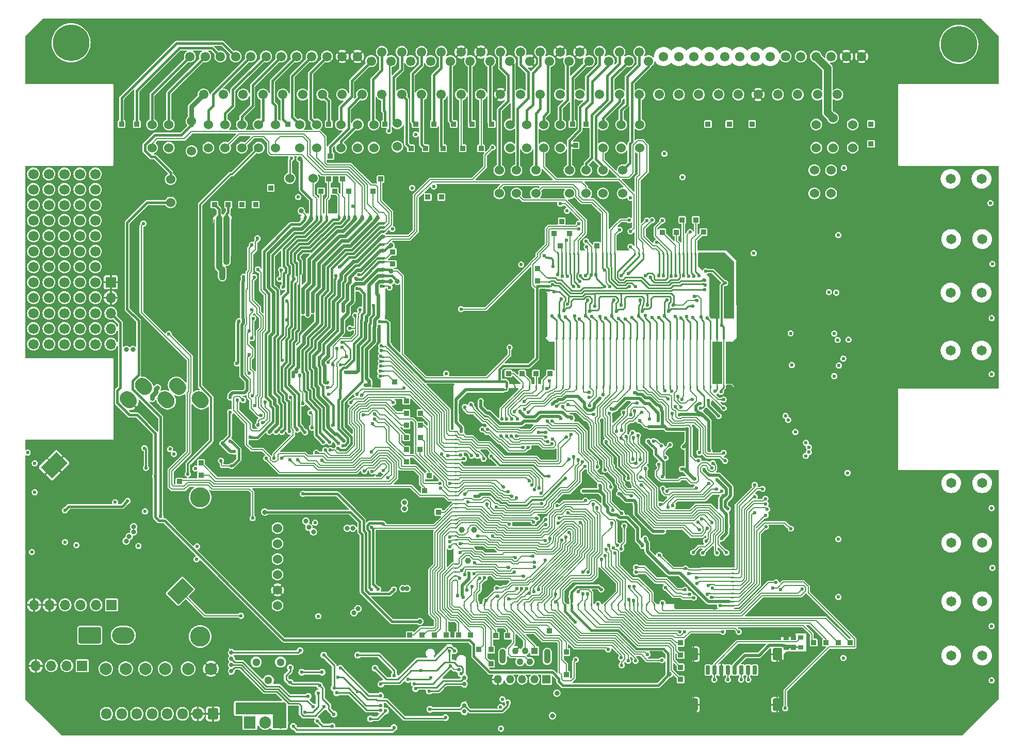
<source format=gbl>
G75*
G70*
%OFA0B0*%
%FSLAX25Y25*%
%IPPOS*%
%LPD*%
%AMOC8*
5,1,8,0,0,1.08239X$1,22.5*
%
%AMM237*
21,1,0.009840,0.009840,-0.000000,-0.000000,270.000000*
21,1,0.000000,0.019680,-0.000000,-0.000000,270.000000*
1,1,0.009840,-0.004920,-0.000000*
1,1,0.009840,-0.004920,-0.000000*
1,1,0.009840,0.004920,-0.000000*
1,1,0.009840,0.004920,-0.000000*
%
%AMM238*
21,1,0.009840,0.009840,-0.000000,-0.000000,180.000000*
21,1,0.000000,0.019680,-0.000000,-0.000000,180.000000*
1,1,0.009840,-0.000000,0.004920*
1,1,0.009840,-0.000000,0.004920*
1,1,0.009840,-0.000000,-0.004920*
1,1,0.009840,-0.000000,-0.004920*
%
%AMM284*
21,1,0.039370,0.007870,-0.000000,-0.000000,315.000000*
1,1,0.007870,-0.013920,0.013920*
1,1,0.007870,0.013920,-0.013920*
%
%AMM362*
21,1,0.007870,1.133860,-0.000000,-0.000000,0.000000*
21,1,0.000000,1.141730,-0.000000,-0.000000,0.000000*
1,1,0.007870,-0.000000,-0.566930*
1,1,0.007870,-0.000000,-0.566930*
1,1,0.007870,-0.000000,0.566930*
1,1,0.007870,-0.000000,0.566930*
%
%AMM363*
21,1,0.009840,0.009840,-0.000000,-0.000000,90.000000*
21,1,0.000000,0.019680,-0.000000,-0.000000,90.000000*
1,1,0.009840,0.004920,-0.000000*
1,1,0.009840,0.004920,-0.000000*
1,1,0.009840,-0.004920,-0.000000*
1,1,0.009840,-0.004920,-0.000000*
%
%AMM373*
21,1,0.078740,0.045670,-0.000000,0.000000,90.000000*
21,1,0.067320,0.057090,-0.000000,0.000000,90.000000*
1,1,0.011420,0.022840,-0.033660*
1,1,0.011420,0.022840,0.033660*
1,1,0.011420,-0.022840,0.033660*
1,1,0.011420,-0.022840,-0.033660*
%
%AMM374*
21,1,0.059060,0.020470,-0.000000,0.000000,90.000000*
21,1,0.053940,0.025590,-0.000000,0.000000,90.000000*
1,1,0.005120,0.010240,-0.026970*
1,1,0.005120,0.010240,0.026970*
1,1,0.005120,-0.010240,0.026970*
1,1,0.005120,-0.010240,-0.026970*
%
%AMM375*
21,1,0.033470,0.026770,-0.000000,0.000000,270.000000*
21,1,0.026770,0.033470,-0.000000,0.000000,270.000000*
1,1,0.006690,-0.013390,0.013390*
1,1,0.006690,-0.013390,-0.013390*
1,1,0.006690,0.013390,-0.013390*
1,1,0.006690,0.013390,0.013390*
%
%AMM376*
21,1,0.027560,0.030710,-0.000000,0.000000,90.000000*
21,1,0.022050,0.036220,-0.000000,0.000000,90.000000*
1,1,0.005510,0.015350,-0.011020*
1,1,0.005510,0.015350,0.011020*
1,1,0.005510,-0.015350,0.011020*
1,1,0.005510,-0.015350,-0.011020*
%
%ADD10C,0.00787*%
%ADD103C,0.03150*%
%ADD104C,0.03200*%
%ADD105C,0.01575*%
%ADD106C,0.01181*%
%ADD107C,0.00984*%
%ADD11C,0.23622*%
%ADD12C,0.06102*%
%ADD120C,0.00800*%
%ADD122C,0.01000*%
%ADD126R,0.00984X0.19882*%
%ADD127R,0.00984X0.38386*%
%ADD128O,1.00787X0.00787*%
%ADD129O,0.00787X1.60630*%
%ADD13C,0.06000*%
%ADD130O,0.44882X0.04331*%
%ADD131O,0.01575X0.02362*%
%ADD132O,0.02362X0.03150*%
%ADD133O,0.02362X0.01575*%
%ADD134O,0.01575X0.00787*%
%ADD135O,0.01969X0.44882*%
%ADD136O,0.68504X0.01575*%
%ADD137O,0.56890X0.01969*%
%ADD138O,0.04724X0.01969*%
%ADD139O,0.01969X0.50000*%
%ADD158C,0.01968*%
%ADD16R,0.06693X0.06693*%
%ADD17O,0.06693X0.06693*%
%ADD19C,0.06496*%
%ADD192R,0.07500X0.07874*%
%ADD193O,0.07500X0.07874*%
%ADD195C,0.03900*%
%ADD209O,0.01968X0.11811*%
%ADD21R,0.03346X0.03346*%
%ADD23R,0.05315X0.05315*%
%ADD24O,0.05315X0.05315*%
%ADD26C,0.06693*%
%ADD28C,0.07874*%
%ADD29C,0.03937*%
%ADD32C,0.05118*%
%ADD334O,0.01968X0.50000*%
%ADD335O,0.56890X0.01968*%
%ADD336O,0.01968X0.44882*%
%ADD337O,0.04724X0.01968*%
%ADD40C,0.02362*%
%ADD47O,0.14567X0.10630*%
%ADD471M237*%
%ADD472M238*%
%ADD48C,0.02756*%
%ADD50R,0.00984X0.12205*%
%ADD51R,0.00984X0.08858*%
%ADD53R,1.54528X0.00984*%
%ADD533M284*%
%ADD55R,0.00984X0.03740*%
%ADD61O,0.01969X0.11811*%
%ADD619M362*%
%ADD620M363*%
%ADD63O,0.06693X0.07283*%
%ADD635M373*%
%ADD636M374*%
%ADD637M375*%
%ADD638M376*%
%ADD67R,0.04331X0.04331*%
%ADD68C,0.04331*%
%ADD69O,0.04331X0.09449*%
%ADD70C,0.13000*%
%ADD80O,0.03937X0.05906*%
%ADD81O,0.03150X0.02362*%
X0000000Y0000000D02*
%LPD*%
G01*
D11*
X0030050Y0448253D03*
X0603711Y0447268D03*
D12*
X0106861Y0439394D03*
X0126546Y0439394D03*
X0146231Y0439394D03*
X0165916Y0439394D03*
X0185601Y0439394D03*
X0205286Y0439394D03*
X0223987Y0436442D03*
X0236782Y0436442D03*
X0249577Y0436442D03*
X0262373Y0436442D03*
X0275168Y0436442D03*
X0287963Y0436442D03*
X0300758Y0436442D03*
X0313554Y0436442D03*
X0326349Y0436442D03*
X0339144Y0436442D03*
X0351940Y0436442D03*
X0364735Y0436442D03*
X0377530Y0436442D03*
X0390325Y0436442D03*
X0403121Y0436442D03*
X0422806Y0439394D03*
X0442491Y0439394D03*
X0462176Y0439394D03*
X0481861Y0439394D03*
X0501546Y0439394D03*
X0521231Y0439394D03*
X0540916Y0439394D03*
X0116703Y0439394D03*
X0136388Y0439394D03*
X0156073Y0439394D03*
X0175758Y0439394D03*
X0195444Y0439394D03*
X0215129Y0439394D03*
X0230877Y0442347D03*
X0243672Y0442347D03*
X0256467Y0442347D03*
X0269262Y0442347D03*
X0282058Y0442347D03*
X0294853Y0442347D03*
X0307648Y0442347D03*
X0320444Y0442347D03*
X0333239Y0442347D03*
X0346034Y0442347D03*
X0358829Y0442347D03*
X0371625Y0442347D03*
X0384420Y0442347D03*
X0397215Y0442347D03*
X0412963Y0439394D03*
X0432648Y0439394D03*
X0452333Y0439394D03*
X0472018Y0439394D03*
X0491703Y0439394D03*
X0511388Y0439394D03*
X0531073Y0439394D03*
X0115719Y0414788D03*
X0128514Y0414788D03*
X0141310Y0414788D03*
X0154105Y0414788D03*
X0166900Y0414788D03*
X0179695Y0414788D03*
X0192491Y0414788D03*
X0205286Y0414788D03*
X0218081Y0414788D03*
X0230877Y0414788D03*
X0243672Y0414788D03*
X0256467Y0414788D03*
X0269262Y0414788D03*
X0282058Y0414788D03*
X0294853Y0414788D03*
X0307648Y0414788D03*
X0320444Y0414788D03*
X0333239Y0414788D03*
X0346034Y0414788D03*
X0358829Y0414788D03*
X0371625Y0414788D03*
X0384420Y0414788D03*
X0397215Y0414788D03*
X0410010Y0414788D03*
X0422806Y0414788D03*
X0435601Y0414788D03*
X0448396Y0414788D03*
X0461192Y0414788D03*
X0473987Y0414788D03*
X0486782Y0414788D03*
X0499577Y0414788D03*
X0512373Y0414788D03*
X0525168Y0414788D03*
D13*
X0082387Y0395385D03*
X0082387Y0380385D03*
X0118804Y0395385D03*
X0118804Y0380385D03*
X0140458Y0395385D03*
X0140458Y0380385D03*
X0177859Y0395385D03*
X0177859Y0380385D03*
X0204434Y0395385D03*
X0204434Y0380385D03*
X0335340Y0395385D03*
X0335340Y0380385D03*
X0346166Y0395385D03*
X0346166Y0380385D03*
X0373725Y0365857D03*
X0373725Y0350857D03*
X0386521Y0365857D03*
X0386521Y0350857D03*
X0511521Y0395385D03*
X0511521Y0380385D03*
X0535143Y0395385D03*
X0535143Y0380385D03*
X0093214Y0395385D03*
X0093214Y0380385D03*
X0129631Y0395385D03*
X0129631Y0380385D03*
X0162111Y0395385D03*
X0162111Y0380385D03*
X0188686Y0395385D03*
X0188686Y0380385D03*
X0225694Y0395385D03*
X0225694Y0380385D03*
X0306796Y0365857D03*
X0306796Y0350857D03*
X0317820Y0365857D03*
X0317820Y0350857D03*
X0324513Y0395385D03*
X0324513Y0380385D03*
X0352072Y0365857D03*
X0352072Y0350857D03*
X0362899Y0365857D03*
X0362899Y0350857D03*
X0522347Y0399696D03*
X0522347Y0380405D03*
X0107977Y0397530D03*
X0107977Y0378239D03*
X0330418Y0365857D03*
X0330418Y0350857D03*
X0373725Y0395385D03*
X0373725Y0380385D03*
X0397347Y0395385D03*
X0397347Y0380385D03*
X0521166Y0365857D03*
X0521166Y0350857D03*
X0510340Y0365857D03*
X0510340Y0350857D03*
X0151284Y0395385D03*
X0151284Y0380385D03*
D16*
X0055741Y0293420D03*
D17*
X0055741Y0283420D03*
X0055741Y0273420D03*
X0055741Y0263420D03*
X0055741Y0253420D03*
D19*
X0618371Y0286704D03*
X0598371Y0286704D03*
D21*
X0331403Y0302255D03*
D23*
X0337308Y0036507D03*
D24*
X0329434Y0036507D03*
X0321560Y0036507D03*
X0313686Y0036507D03*
X0305812Y0036507D03*
D21*
X0369788Y0317019D03*
X0114080Y0176468D03*
X0267426Y0144775D03*
X0517820Y0060326D03*
X0248922Y0065247D03*
X0062702Y0395759D03*
X0239277Y0228830D03*
X0280418Y0065247D03*
X0196560Y0360134D03*
D26*
X0005741Y0303420D03*
X0015741Y0303420D03*
X0025741Y0303420D03*
X0035741Y0303420D03*
X0045741Y0303420D03*
X0005741Y0293420D03*
X0015741Y0293420D03*
X0025741Y0293420D03*
X0035741Y0293420D03*
X0045741Y0293420D03*
X0005741Y0283420D03*
X0015741Y0283420D03*
X0025741Y0283420D03*
X0035741Y0283420D03*
X0045741Y0283420D03*
D21*
X0277269Y0395759D03*
X0264670Y0065247D03*
X0272544Y0065247D03*
X0264473Y0395759D03*
D28*
X0090907Y0043397D03*
D21*
X0304434Y0064853D03*
X0191639Y0352260D03*
X0246757Y0208751D03*
X0294985Y0380011D03*
X0533568Y0060326D03*
X0350103Y0039460D03*
D13*
X0313686Y0395385D03*
X0313686Y0380385D03*
X0240851Y0396182D03*
X0240851Y0381182D03*
G36*
G01*
X0338194Y0288845D02*
X0339178Y0288845D01*
G75*
G02*
X0339670Y0288353I0000000J-000492D01*
G01*
X0339670Y0288353D01*
G75*
G02*
X0339178Y0287860I-000492J0000000D01*
G01*
X0338194Y0287860D01*
G75*
G02*
X0337702Y0288353I0000000J0000492D01*
G01*
X0337702Y0288353D01*
G75*
G02*
X0338194Y0288845I0000492J0000000D01*
G01*
G37*
G36*
G01*
X0338194Y0291443D02*
X0339178Y0291443D01*
G75*
G02*
X0339670Y0290951I0000000J-000492D01*
G01*
X0339670Y0290951D01*
G75*
G02*
X0339178Y0290459I-000492J0000000D01*
G01*
X0338194Y0290459D01*
G75*
G02*
X0337702Y0290951I0000000J0000492D01*
G01*
X0337702Y0290951D01*
G75*
G02*
X0338194Y0291443I0000492J0000000D01*
G01*
G37*
G36*
G01*
X0338194Y0294041D02*
X0339178Y0294041D01*
G75*
G02*
X0339670Y0293549I0000000J-000492D01*
G01*
X0339670Y0293549D01*
G75*
G02*
X0339178Y0293057I-000492J0000000D01*
G01*
X0338194Y0293057D01*
G75*
G02*
X0337702Y0293549I0000000J0000492D01*
G01*
X0337702Y0293549D01*
G75*
G02*
X0338194Y0294041I0000492J0000000D01*
G01*
G37*
G36*
G01*
X0338194Y0296640D02*
X0339178Y0296640D01*
G75*
G02*
X0339670Y0296148I0000000J-000492D01*
G01*
X0339670Y0296148D01*
G75*
G02*
X0339178Y0295656I-000492J0000000D01*
G01*
X0338194Y0295656D01*
G75*
G02*
X0337702Y0296148I0000000J0000492D01*
G01*
X0337702Y0296148D01*
G75*
G02*
X0338194Y0296640I0000492J0000000D01*
G01*
G37*
G36*
G01*
X0338194Y0309632D02*
X0339178Y0309632D01*
G75*
G02*
X0339670Y0309140I0000000J-000492D01*
G01*
X0339670Y0309140D01*
G75*
G02*
X0339178Y0308648I-000492J0000000D01*
G01*
X0338194Y0308648D01*
G75*
G02*
X0337702Y0309140I0000000J0000492D01*
G01*
X0337702Y0309140D01*
G75*
G02*
X0338194Y0309632I0000492J0000000D01*
G01*
G37*
G36*
G01*
X0451462Y0256487D02*
X0451462Y0257471D01*
G75*
G02*
X0451954Y0257964I0000492J0000000D01*
G01*
X0451954Y0257964D01*
G75*
G02*
X0452446Y0257471I0000000J-000492D01*
G01*
X0452446Y0256487D01*
G75*
G02*
X0451954Y0255995I-000492J0000000D01*
G01*
X0451954Y0255995D01*
G75*
G02*
X0451462Y0256487I0000000J0000492D01*
G01*
G37*
G36*
G01*
X0448115Y0257471D02*
X0448115Y0256487D01*
G75*
G02*
X0447623Y0255995I-000492J0000000D01*
G01*
X0447623Y0255995D01*
G75*
G02*
X0447131Y0256487I0000000J0000492D01*
G01*
X0447131Y0257471D01*
G75*
G02*
X0447623Y0257964I0000492J0000000D01*
G01*
X0447623Y0257964D01*
G75*
G02*
X0448115Y0257471I0000000J-000492D01*
G01*
G37*
G36*
G01*
X0443784Y0257471D02*
X0443784Y0256487D01*
G75*
G02*
X0443292Y0255995I-000492J0000000D01*
G01*
X0443292Y0255995D01*
G75*
G02*
X0442800Y0256487I0000000J0000492D01*
G01*
X0442800Y0257471D01*
G75*
G02*
X0443292Y0257964I0000492J0000000D01*
G01*
X0443292Y0257964D01*
G75*
G02*
X0443784Y0257471I0000000J-000492D01*
G01*
G37*
G36*
G01*
X0439454Y0257471D02*
X0439454Y0256487D01*
G75*
G02*
X0438962Y0255995I-000492J0000000D01*
G01*
X0438962Y0255995D01*
G75*
G02*
X0438469Y0256487I0000000J0000492D01*
G01*
X0438469Y0257471D01*
G75*
G02*
X0438962Y0257964I0000492J0000000D01*
G01*
X0438962Y0257964D01*
G75*
G02*
X0439454Y0257471I0000000J-000492D01*
G01*
G37*
G36*
G01*
X0435123Y0257471D02*
X0435123Y0256487D01*
G75*
G02*
X0434631Y0255995I-000492J0000000D01*
G01*
X0434631Y0255995D01*
G75*
G02*
X0434139Y0256487I0000000J0000492D01*
G01*
X0434139Y0257471D01*
G75*
G02*
X0434631Y0257964I0000492J0000000D01*
G01*
X0434631Y0257964D01*
G75*
G02*
X0435123Y0257471I0000000J-000492D01*
G01*
G37*
G36*
G01*
X0430792Y0257471D02*
X0430792Y0256487D01*
G75*
G02*
X0430300Y0255995I-000492J0000000D01*
G01*
X0430300Y0255995D01*
G75*
G02*
X0429808Y0256487I0000000J0000492D01*
G01*
X0429808Y0257471D01*
G75*
G02*
X0430300Y0257964I0000492J0000000D01*
G01*
X0430300Y0257964D01*
G75*
G02*
X0430792Y0257471I0000000J-000492D01*
G01*
G37*
G36*
G01*
X0426462Y0257471D02*
X0426462Y0256487D01*
G75*
G02*
X0425970Y0255995I-000492J0000000D01*
G01*
X0425970Y0255995D01*
G75*
G02*
X0425477Y0256487I0000000J0000492D01*
G01*
X0425477Y0257471D01*
G75*
G02*
X0425970Y0257964I0000492J0000000D01*
G01*
X0425970Y0257964D01*
G75*
G02*
X0426462Y0257471I0000000J-000492D01*
G01*
G37*
G36*
G01*
X0422131Y0257471D02*
X0422131Y0256487D01*
G75*
G02*
X0421639Y0255995I-000492J0000000D01*
G01*
X0421639Y0255995D01*
G75*
G02*
X0421147Y0256487I0000000J0000492D01*
G01*
X0421147Y0257471D01*
G75*
G02*
X0421639Y0257964I0000492J0000000D01*
G01*
X0421639Y0257964D01*
G75*
G02*
X0422131Y0257471I0000000J-000492D01*
G01*
G37*
G36*
G01*
X0417800Y0257471D02*
X0417800Y0256487D01*
G75*
G02*
X0417308Y0255995I-000492J0000000D01*
G01*
X0417308Y0255995D01*
G75*
G02*
X0416816Y0256487I0000000J0000492D01*
G01*
X0416816Y0257471D01*
G75*
G02*
X0417308Y0257964I0000492J0000000D01*
G01*
X0417308Y0257964D01*
G75*
G02*
X0417800Y0257471I0000000J-000492D01*
G01*
G37*
G36*
G01*
X0413470Y0257471D02*
X0413470Y0256487D01*
G75*
G02*
X0412977Y0255995I-000492J0000000D01*
G01*
X0412977Y0255995D01*
G75*
G02*
X0412485Y0256487I0000000J0000492D01*
G01*
X0412485Y0257471D01*
G75*
G02*
X0412977Y0257964I0000492J0000000D01*
G01*
X0412977Y0257964D01*
G75*
G02*
X0413470Y0257471I0000000J-000492D01*
G01*
G37*
G36*
G01*
X0409139Y0257471D02*
X0409139Y0256487D01*
G75*
G02*
X0408647Y0255995I-000492J0000000D01*
G01*
X0408647Y0255995D01*
G75*
G02*
X0408155Y0256487I0000000J0000492D01*
G01*
X0408155Y0257471D01*
G75*
G02*
X0408647Y0257964I0000492J0000000D01*
G01*
X0408647Y0257964D01*
G75*
G02*
X0409139Y0257471I0000000J-000492D01*
G01*
G37*
G36*
G01*
X0404808Y0257471D02*
X0404808Y0256487D01*
G75*
G02*
X0404316Y0255995I-000492J0000000D01*
G01*
X0404316Y0255995D01*
G75*
G02*
X0403824Y0256487I0000000J0000492D01*
G01*
X0403824Y0257471D01*
G75*
G02*
X0404316Y0257964I0000492J0000000D01*
G01*
X0404316Y0257964D01*
G75*
G02*
X0404808Y0257471I0000000J-000492D01*
G01*
G37*
G36*
G01*
X0400477Y0257471D02*
X0400477Y0256487D01*
G75*
G02*
X0399985Y0255995I-000492J0000000D01*
G01*
X0399985Y0255995D01*
G75*
G02*
X0399493Y0256487I0000000J0000492D01*
G01*
X0399493Y0257471D01*
G75*
G02*
X0399985Y0257964I0000492J0000000D01*
G01*
X0399985Y0257964D01*
G75*
G02*
X0400477Y0257471I0000000J-000492D01*
G01*
G37*
G36*
G01*
X0396147Y0257471D02*
X0396147Y0256487D01*
G75*
G02*
X0395655Y0255995I-000492J0000000D01*
G01*
X0395655Y0255995D01*
G75*
G02*
X0395162Y0256487I0000000J0000492D01*
G01*
X0395162Y0257471D01*
G75*
G02*
X0395655Y0257964I0000492J0000000D01*
G01*
X0395655Y0257964D01*
G75*
G02*
X0396147Y0257471I0000000J-000492D01*
G01*
G37*
G36*
G01*
X0391816Y0257471D02*
X0391816Y0256487D01*
G75*
G02*
X0391324Y0255995I-000492J0000000D01*
G01*
X0391324Y0255995D01*
G75*
G02*
X0390832Y0256487I0000000J0000492D01*
G01*
X0390832Y0257471D01*
G75*
G02*
X0391324Y0257964I0000492J0000000D01*
G01*
X0391324Y0257964D01*
G75*
G02*
X0391816Y0257471I0000000J-000492D01*
G01*
G37*
G36*
G01*
X0387485Y0257471D02*
X0387485Y0256487D01*
G75*
G02*
X0386993Y0255995I-000492J0000000D01*
G01*
X0386993Y0255995D01*
G75*
G02*
X0386501Y0256487I0000000J0000492D01*
G01*
X0386501Y0257471D01*
G75*
G02*
X0386993Y0257964I0000492J0000000D01*
G01*
X0386993Y0257964D01*
G75*
G02*
X0387485Y0257471I0000000J-000492D01*
G01*
G37*
G36*
G01*
X0383155Y0257471D02*
X0383155Y0256487D01*
G75*
G02*
X0382663Y0255995I-000492J0000000D01*
G01*
X0382663Y0255995D01*
G75*
G02*
X0382170Y0256487I0000000J0000492D01*
G01*
X0382170Y0257471D01*
G75*
G02*
X0382663Y0257964I0000492J0000000D01*
G01*
X0382663Y0257964D01*
G75*
G02*
X0383155Y0257471I0000000J-000492D01*
G01*
G37*
G36*
G01*
X0378824Y0257471D02*
X0378824Y0256487D01*
G75*
G02*
X0378332Y0255995I-000492J0000000D01*
G01*
X0378332Y0255995D01*
G75*
G02*
X0377840Y0256487I0000000J0000492D01*
G01*
X0377840Y0257471D01*
G75*
G02*
X0378332Y0257964I0000492J0000000D01*
G01*
X0378332Y0257964D01*
G75*
G02*
X0378824Y0257471I0000000J-000492D01*
G01*
G37*
G36*
G01*
X0374493Y0257471D02*
X0374493Y0256487D01*
G75*
G02*
X0374001Y0255995I-000492J0000000D01*
G01*
X0374001Y0255995D01*
G75*
G02*
X0373509Y0256487I0000000J0000492D01*
G01*
X0373509Y0257471D01*
G75*
G02*
X0374001Y0257964I0000492J0000000D01*
G01*
X0374001Y0257964D01*
G75*
G02*
X0374493Y0257471I0000000J-000492D01*
G01*
G37*
G36*
G01*
X0370163Y0257471D02*
X0370163Y0256487D01*
G75*
G02*
X0369670Y0255995I-000492J0000000D01*
G01*
X0369670Y0255995D01*
G75*
G02*
X0369178Y0256487I0000000J0000492D01*
G01*
X0369178Y0257471D01*
G75*
G02*
X0369670Y0257964I0000492J0000000D01*
G01*
X0369670Y0257964D01*
G75*
G02*
X0370163Y0257471I0000000J-000492D01*
G01*
G37*
G36*
G01*
X0365832Y0257471D02*
X0365832Y0256487D01*
G75*
G02*
X0365340Y0255995I-000492J0000000D01*
G01*
X0365340Y0255995D01*
G75*
G02*
X0364848Y0256487I0000000J0000492D01*
G01*
X0364848Y0257471D01*
G75*
G02*
X0365340Y0257964I0000492J0000000D01*
G01*
X0365340Y0257964D01*
G75*
G02*
X0365832Y0257471I0000000J-000492D01*
G01*
G37*
G36*
G01*
X0361501Y0257471D02*
X0361501Y0256487D01*
G75*
G02*
X0361009Y0255995I-000492J0000000D01*
G01*
X0361009Y0255995D01*
G75*
G02*
X0360517Y0256487I0000000J0000492D01*
G01*
X0360517Y0257471D01*
G75*
G02*
X0361009Y0257964I0000492J0000000D01*
G01*
X0361009Y0257964D01*
G75*
G02*
X0361501Y0257471I0000000J-000492D01*
G01*
G37*
G36*
G01*
X0357170Y0257471D02*
X0357170Y0256487D01*
G75*
G02*
X0356678Y0255995I-000492J0000000D01*
G01*
X0356678Y0255995D01*
G75*
G02*
X0356186Y0256487I0000000J0000492D01*
G01*
X0356186Y0257471D01*
G75*
G02*
X0356678Y0257964I0000492J0000000D01*
G01*
X0356678Y0257964D01*
G75*
G02*
X0357170Y0257471I0000000J-000492D01*
G01*
G37*
G36*
G01*
X0352840Y0257471D02*
X0352840Y0256487D01*
G75*
G02*
X0352348Y0255995I-000492J0000000D01*
G01*
X0352348Y0255995D01*
G75*
G02*
X0351855Y0256487I0000000J0000492D01*
G01*
X0351855Y0257471D01*
G75*
G02*
X0352348Y0257964I0000492J0000000D01*
G01*
X0352348Y0257964D01*
G75*
G02*
X0352840Y0257471I0000000J-000492D01*
G01*
G37*
G36*
G01*
X0348509Y0257471D02*
X0348509Y0256487D01*
G75*
G02*
X0348017Y0255995I-000492J0000000D01*
G01*
X0348017Y0255995D01*
G75*
G02*
X0347525Y0256487I0000000J0000492D01*
G01*
X0347525Y0257471D01*
G75*
G02*
X0348017Y0257964I0000492J0000000D01*
G01*
X0348017Y0257964D01*
G75*
G02*
X0348509Y0257471I0000000J-000492D01*
G01*
G37*
G36*
G01*
X0344178Y0257471D02*
X0344178Y0256487D01*
G75*
G02*
X0343686Y0255995I-000492J0000000D01*
G01*
X0343686Y0255995D01*
G75*
G02*
X0343194Y0256487I0000000J0000492D01*
G01*
X0343194Y0257471D01*
G75*
G02*
X0343686Y0257964I0000492J0000000D01*
G01*
X0343686Y0257964D01*
G75*
G02*
X0344178Y0257471I0000000J-000492D01*
G01*
G37*
G36*
G01*
X0345166Y0312440D02*
X0345166Y0311456D01*
G75*
G02*
X0344674Y0310964I-000492J0000000D01*
G01*
X0344674Y0310964D01*
G75*
G02*
X0344182Y0311456I0000000J0000492D01*
G01*
X0344182Y0312440D01*
G75*
G02*
X0344674Y0312932I0000492J0000000D01*
G01*
X0344674Y0312932D01*
G75*
G02*
X0345166Y0312440I0000000J-000492D01*
G01*
G37*
G36*
G01*
X0347765Y0312440D02*
X0347765Y0311456D01*
G75*
G02*
X0347273Y0310964I-000492J0000000D01*
G01*
X0347273Y0310964D01*
G75*
G02*
X0346780Y0311456I0000000J0000492D01*
G01*
X0346780Y0312440D01*
G75*
G02*
X0347273Y0312932I0000492J0000000D01*
G01*
X0347273Y0312932D01*
G75*
G02*
X0347765Y0312440I0000000J-000492D01*
G01*
G37*
G36*
G01*
X0350363Y0312440D02*
X0350363Y0311456D01*
G75*
G02*
X0349871Y0310964I-000492J0000000D01*
G01*
X0349871Y0310964D01*
G75*
G02*
X0349379Y0311456I0000000J0000492D01*
G01*
X0349379Y0312440D01*
G75*
G02*
X0349871Y0312932I0000492J0000000D01*
G01*
X0349871Y0312932D01*
G75*
G02*
X0350363Y0312440I0000000J-000492D01*
G01*
G37*
G36*
G01*
X0352962Y0312440D02*
X0352962Y0311456D01*
G75*
G02*
X0352469Y0310964I-000492J0000000D01*
G01*
X0352469Y0310964D01*
G75*
G02*
X0351977Y0311456I0000000J0000492D01*
G01*
X0351977Y0312440D01*
G75*
G02*
X0352469Y0312932I0000492J0000000D01*
G01*
X0352469Y0312932D01*
G75*
G02*
X0352962Y0312440I0000000J-000492D01*
G01*
G37*
G36*
G01*
X0355560Y0312440D02*
X0355560Y0311456D01*
G75*
G02*
X0355068Y0310964I-000492J0000000D01*
G01*
X0355068Y0310964D01*
G75*
G02*
X0354576Y0311456I0000000J0000492D01*
G01*
X0354576Y0312440D01*
G75*
G02*
X0355068Y0312932I0000492J0000000D01*
G01*
X0355068Y0312932D01*
G75*
G02*
X0355560Y0312440I0000000J-000492D01*
G01*
G37*
G36*
G01*
X0358158Y0312440D02*
X0358158Y0311456D01*
G75*
G02*
X0357666Y0310964I-000492J0000000D01*
G01*
X0357666Y0310964D01*
G75*
G02*
X0357174Y0311456I0000000J0000492D01*
G01*
X0357174Y0312440D01*
G75*
G02*
X0357666Y0312932I0000492J0000000D01*
G01*
X0357666Y0312932D01*
G75*
G02*
X0358158Y0312440I0000000J-000492D01*
G01*
G37*
G36*
G01*
X0364462Y0312440D02*
X0364462Y0311456D01*
G75*
G02*
X0363969Y0310964I-000492J0000000D01*
G01*
X0363969Y0310964D01*
G75*
G02*
X0363477Y0311456I0000000J0000492D01*
G01*
X0363477Y0312440D01*
G75*
G02*
X0363969Y0312932I0000492J0000000D01*
G01*
X0363969Y0312932D01*
G75*
G02*
X0364462Y0312440I0000000J-000492D01*
G01*
G37*
G36*
G01*
X0367060Y0312440D02*
X0367060Y0311456D01*
G75*
G02*
X0366568Y0310964I-000492J0000000D01*
G01*
X0366568Y0310964D01*
G75*
G02*
X0366076Y0311456I0000000J0000492D01*
G01*
X0366076Y0312440D01*
G75*
G02*
X0366568Y0312932I0000492J0000000D01*
G01*
X0366568Y0312932D01*
G75*
G02*
X0367060Y0312440I0000000J-000492D01*
G01*
G37*
G36*
G01*
X0369658Y0312440D02*
X0369658Y0311456D01*
G75*
G02*
X0369166Y0310964I-000492J0000000D01*
G01*
X0369166Y0310964D01*
G75*
G02*
X0368674Y0311456I0000000J0000492D01*
G01*
X0368674Y0312440D01*
G75*
G02*
X0369166Y0312932I0000492J0000000D01*
G01*
X0369166Y0312932D01*
G75*
G02*
X0369658Y0312440I0000000J-000492D01*
G01*
G37*
G36*
G01*
X0374071Y0312440D02*
X0374071Y0311456D01*
G75*
G02*
X0373579Y0310964I-000492J0000000D01*
G01*
X0373579Y0310964D01*
G75*
G02*
X0373087Y0311456I0000000J0000492D01*
G01*
X0373087Y0312440D01*
G75*
G02*
X0373579Y0312932I0000492J0000000D01*
G01*
X0373579Y0312932D01*
G75*
G02*
X0374071Y0312440I0000000J-000492D01*
G01*
G37*
G36*
G01*
X0376670Y0312440D02*
X0376670Y0311456D01*
G75*
G02*
X0376178Y0310964I-000492J0000000D01*
G01*
X0376178Y0310964D01*
G75*
G02*
X0375686Y0311456I0000000J0000492D01*
G01*
X0375686Y0312440D01*
G75*
G02*
X0376178Y0312932I0000492J0000000D01*
G01*
X0376178Y0312932D01*
G75*
G02*
X0376670Y0312440I0000000J-000492D01*
G01*
G37*
G36*
G01*
X0379268Y0312440D02*
X0379268Y0311456D01*
G75*
G02*
X0378776Y0310964I-000492J0000000D01*
G01*
X0378776Y0310964D01*
G75*
G02*
X0378284Y0311456I0000000J0000492D01*
G01*
X0378284Y0312440D01*
G75*
G02*
X0378776Y0312932I0000492J0000000D01*
G01*
X0378776Y0312932D01*
G75*
G02*
X0379268Y0312440I0000000J-000492D01*
G01*
G37*
G36*
G01*
X0381867Y0312440D02*
X0381867Y0311456D01*
G75*
G02*
X0381375Y0310964I-000492J0000000D01*
G01*
X0381375Y0310964D01*
G75*
G02*
X0380882Y0311456I0000000J0000492D01*
G01*
X0380882Y0312440D01*
G75*
G02*
X0381375Y0312932I0000492J0000000D01*
G01*
X0381375Y0312932D01*
G75*
G02*
X0381867Y0312440I0000000J-000492D01*
G01*
G37*
G36*
G01*
X0394962Y0312440D02*
X0394962Y0311456D01*
G75*
G02*
X0394469Y0310964I-000492J0000000D01*
G01*
X0394469Y0310964D01*
G75*
G02*
X0393977Y0311456I0000000J0000492D01*
G01*
X0393977Y0312440D01*
G75*
G02*
X0394469Y0312932I0000492J0000000D01*
G01*
X0394469Y0312932D01*
G75*
G02*
X0394962Y0312440I0000000J-000492D01*
G01*
G37*
G36*
G01*
X0397560Y0312440D02*
X0397560Y0311456D01*
G75*
G02*
X0397068Y0310964I-000492J0000000D01*
G01*
X0397068Y0310964D01*
G75*
G02*
X0396576Y0311456I0000000J0000492D01*
G01*
X0396576Y0312440D01*
G75*
G02*
X0397068Y0312932I0000492J0000000D01*
G01*
X0397068Y0312932D01*
G75*
G02*
X0397560Y0312440I0000000J-000492D01*
G01*
G37*
G36*
G01*
X0400158Y0312440D02*
X0400158Y0311456D01*
G75*
G02*
X0399666Y0310964I-000492J0000000D01*
G01*
X0399666Y0310964D01*
G75*
G02*
X0399174Y0311456I0000000J0000492D01*
G01*
X0399174Y0312440D01*
G75*
G02*
X0399666Y0312932I0000492J0000000D01*
G01*
X0399666Y0312932D01*
G75*
G02*
X0400158Y0312440I0000000J-000492D01*
G01*
G37*
G36*
G01*
X0410576Y0312440D02*
X0410576Y0311456D01*
G75*
G02*
X0410084Y0310964I-000492J0000000D01*
G01*
X0410084Y0310964D01*
G75*
G02*
X0409592Y0311456I0000000J0000492D01*
G01*
X0409592Y0312440D01*
G75*
G02*
X0410084Y0312932I0000492J0000000D01*
G01*
X0410084Y0312932D01*
G75*
G02*
X0410576Y0312440I0000000J-000492D01*
G01*
G37*
G36*
G01*
X0413174Y0312440D02*
X0413174Y0311456D01*
G75*
G02*
X0412682Y0310964I-000492J0000000D01*
G01*
X0412682Y0310964D01*
G75*
G02*
X0412190Y0311456I0000000J0000492D01*
G01*
X0412190Y0312440D01*
G75*
G02*
X0412682Y0312932I0000492J0000000D01*
G01*
X0412682Y0312932D01*
G75*
G02*
X0413174Y0312440I0000000J-000492D01*
G01*
G37*
G36*
G01*
X0415773Y0312440D02*
X0415773Y0311456D01*
G75*
G02*
X0415280Y0310964I-000492J0000000D01*
G01*
X0415280Y0310964D01*
G75*
G02*
X0414788Y0311456I0000000J0000492D01*
G01*
X0414788Y0312440D01*
G75*
G02*
X0415280Y0312932I0000492J0000000D01*
G01*
X0415280Y0312932D01*
G75*
G02*
X0415773Y0312440I0000000J-000492D01*
G01*
G37*
G36*
G01*
X0418371Y0312440D02*
X0418371Y0311456D01*
G75*
G02*
X0417879Y0310964I-000492J0000000D01*
G01*
X0417879Y0310964D01*
G75*
G02*
X0417387Y0311456I0000000J0000492D01*
G01*
X0417387Y0312440D01*
G75*
G02*
X0417879Y0312932I0000492J0000000D01*
G01*
X0417879Y0312932D01*
G75*
G02*
X0418371Y0312440I0000000J-000492D01*
G01*
G37*
G36*
G01*
X0420969Y0312440D02*
X0420969Y0311456D01*
G75*
G02*
X0420477Y0310964I-000492J0000000D01*
G01*
X0420477Y0310964D01*
G75*
G02*
X0419985Y0311456I0000000J0000492D01*
G01*
X0419985Y0312440D01*
G75*
G02*
X0420477Y0312932I0000492J0000000D01*
G01*
X0420477Y0312932D01*
G75*
G02*
X0420969Y0312440I0000000J-000492D01*
G01*
G37*
G36*
G01*
X0423568Y0312440D02*
X0423568Y0311456D01*
G75*
G02*
X0423076Y0310964I-000492J0000000D01*
G01*
X0423076Y0310964D01*
G75*
G02*
X0422584Y0311456I0000000J0000492D01*
G01*
X0422584Y0312440D01*
G75*
G02*
X0423076Y0312932I0000492J0000000D01*
G01*
X0423076Y0312932D01*
G75*
G02*
X0423568Y0312440I0000000J-000492D01*
G01*
G37*
G36*
G01*
X0426166Y0312440D02*
X0426166Y0311456D01*
G75*
G02*
X0425674Y0310964I-000492J0000000D01*
G01*
X0425674Y0310964D01*
G75*
G02*
X0425182Y0311456I0000000J0000492D01*
G01*
X0425182Y0312440D01*
G75*
G02*
X0425674Y0312932I0000492J0000000D01*
G01*
X0425674Y0312932D01*
G75*
G02*
X0426166Y0312440I0000000J-000492D01*
G01*
G37*
G36*
G01*
X0428765Y0312440D02*
X0428765Y0311456D01*
G75*
G02*
X0428273Y0310964I-000492J0000000D01*
G01*
X0428273Y0310964D01*
G75*
G02*
X0427781Y0311456I0000000J0000492D01*
G01*
X0427781Y0312440D01*
G75*
G02*
X0428273Y0312932I0000492J0000000D01*
G01*
X0428273Y0312932D01*
G75*
G02*
X0428765Y0312440I0000000J-000492D01*
G01*
G37*
G36*
G01*
X0431363Y0312440D02*
X0431363Y0311456D01*
G75*
G02*
X0430871Y0310964I-000492J0000000D01*
G01*
X0430871Y0310964D01*
G75*
G02*
X0430379Y0311456I0000000J0000492D01*
G01*
X0430379Y0312440D01*
G75*
G02*
X0430871Y0312932I0000492J0000000D01*
G01*
X0430871Y0312932D01*
G75*
G02*
X0431363Y0312440I0000000J-000492D01*
G01*
G37*
G36*
G01*
X0433962Y0312440D02*
X0433962Y0311456D01*
G75*
G02*
X0433470Y0310964I-000492J0000000D01*
G01*
X0433470Y0310964D01*
G75*
G02*
X0432977Y0311456I0000000J0000492D01*
G01*
X0432977Y0312440D01*
G75*
G02*
X0433470Y0312932I0000492J0000000D01*
G01*
X0433470Y0312932D01*
G75*
G02*
X0433962Y0312440I0000000J-000492D01*
G01*
G37*
D21*
X0301481Y0055798D03*
D19*
X0618765Y0321349D03*
X0598765Y0321349D03*
D21*
X0255812Y0193003D03*
D19*
X0618765Y0163475D03*
X0598765Y0163475D03*
D21*
X0256796Y0065247D03*
X0232977Y0395759D03*
X0312308Y0064853D03*
X0455418Y0395759D03*
X0339473Y0234342D03*
X0352072Y0324893D03*
X0339080Y0068003D03*
X0331403Y0294381D03*
X0149316Y0343593D03*
X0421166Y0325680D03*
D13*
X0215261Y0395385D03*
X0215261Y0380385D03*
D21*
X0196560Y0395759D03*
X0255812Y0200877D03*
X0289080Y0395759D03*
X0301875Y0395759D03*
D32*
X0252662Y0103436D03*
X0252662Y0115247D03*
X0252662Y0127058D03*
X0232977Y0103436D03*
X0232977Y0115247D03*
X0232977Y0127058D03*
X0213292Y0103436D03*
X0213292Y0115247D03*
X0213292Y0127058D03*
D40*
X0308814Y0023685D03*
X0312259Y0021618D03*
X0307633Y0018666D03*
X0307928Y0004689D03*
D19*
X0618371Y0249302D03*
X0598371Y0249302D03*
D13*
X0385536Y0395385D03*
X0385536Y0380385D03*
D28*
X0065317Y0043397D03*
D21*
X0342229Y0324893D03*
D19*
X0618765Y0087097D03*
X0598765Y0087097D03*
X0618765Y0124893D03*
X0598765Y0124893D03*
D26*
X0005741Y0333420D03*
X0015741Y0333420D03*
X0025741Y0333420D03*
X0035741Y0333420D03*
X0045741Y0333420D03*
X0005741Y0323420D03*
X0015741Y0323420D03*
X0025741Y0323420D03*
X0035741Y0323420D03*
X0045741Y0323420D03*
X0005741Y0313420D03*
X0015741Y0313420D03*
X0025741Y0313420D03*
X0035741Y0313420D03*
X0045741Y0313420D03*
D28*
X0105671Y0043397D03*
G36*
G01*
X0278147Y0101271D02*
X0279131Y0101271D01*
G75*
G02*
X0279623Y0100779I0000000J-000492D01*
G01*
X0279623Y0100779D01*
G75*
G02*
X0279131Y0100286I-000492J0000000D01*
G01*
X0278147Y0100286D01*
G75*
G02*
X0277655Y0100779I0000000J0000492D01*
G01*
X0277655Y0100779D01*
G75*
G02*
X0278147Y0101271I0000492J0000000D01*
G01*
G37*
G36*
G01*
X0279131Y0102885D02*
X0278147Y0102885D01*
G75*
G02*
X0277655Y0103377I0000000J0000492D01*
G01*
X0277655Y0103377D01*
G75*
G02*
X0278147Y0103869I0000492J0000000D01*
G01*
X0279131Y0103869D01*
G75*
G02*
X0279623Y0103377I0000000J-000492D01*
G01*
X0279623Y0103377D01*
G75*
G02*
X0279131Y0102885I-000492J0000000D01*
G01*
G37*
G36*
G01*
X0279131Y0105483D02*
X0278147Y0105483D01*
G75*
G02*
X0277655Y0105975I0000000J0000492D01*
G01*
X0277655Y0105975D01*
G75*
G02*
X0278147Y0106468I0000492J0000000D01*
G01*
X0279131Y0106468D01*
G75*
G02*
X0279623Y0105975I0000000J-000492D01*
G01*
X0279623Y0105975D01*
G75*
G02*
X0279131Y0105483I-000492J0000000D01*
G01*
G37*
G36*
G01*
X0279131Y0108082D02*
X0278147Y0108082D01*
G75*
G02*
X0277655Y0108574I0000000J0000492D01*
G01*
X0277655Y0108574D01*
G75*
G02*
X0278147Y0109066I0000492J0000000D01*
G01*
X0279131Y0109066D01*
G75*
G02*
X0279623Y0108574I0000000J-000492D01*
G01*
X0279623Y0108574D01*
G75*
G02*
X0279131Y0108082I-000492J0000000D01*
G01*
G37*
G36*
G01*
X0279131Y0110680D02*
X0278147Y0110680D01*
G75*
G02*
X0277655Y0111172I0000000J0000492D01*
G01*
X0277655Y0111172D01*
G75*
G02*
X0278147Y0111664I0000492J0000000D01*
G01*
X0279131Y0111664D01*
G75*
G02*
X0279623Y0111172I0000000J-000492D01*
G01*
X0279623Y0111172D01*
G75*
G02*
X0279131Y0110680I-000492J0000000D01*
G01*
G37*
G36*
G01*
X0279131Y0123672D02*
X0278147Y0123672D01*
G75*
G02*
X0277655Y0124164I0000000J0000492D01*
G01*
X0277655Y0124164D01*
G75*
G02*
X0278147Y0124656I0000492J0000000D01*
G01*
X0279131Y0124656D01*
G75*
G02*
X0279623Y0124164I0000000J-000492D01*
G01*
X0279623Y0124164D01*
G75*
G02*
X0279131Y0123672I-000492J0000000D01*
G01*
G37*
G36*
G01*
X0279131Y0126271D02*
X0278147Y0126271D01*
G75*
G02*
X0277655Y0126763I0000000J0000492D01*
G01*
X0277655Y0126763D01*
G75*
G02*
X0278147Y0127255I0000492J0000000D01*
G01*
X0279131Y0127255D01*
G75*
G02*
X0279623Y0126763I0000000J-000492D01*
G01*
X0279623Y0126763D01*
G75*
G02*
X0279131Y0126271I-000492J0000000D01*
G01*
G37*
G36*
G01*
X0279131Y0128869D02*
X0278147Y0128869D01*
G75*
G02*
X0277655Y0129361I0000000J0000492D01*
G01*
X0277655Y0129361D01*
G75*
G02*
X0278147Y0129853I0000492J0000000D01*
G01*
X0279131Y0129853D01*
G75*
G02*
X0279623Y0129361I0000000J-000492D01*
G01*
X0279623Y0129361D01*
G75*
G02*
X0279131Y0128869I-000492J0000000D01*
G01*
G37*
G36*
G01*
X0279131Y0131468D02*
X0278147Y0131468D01*
G75*
G02*
X0277655Y0131960I0000000J0000492D01*
G01*
X0277655Y0131960D01*
G75*
G02*
X0278147Y0132452I0000492J0000000D01*
G01*
X0279131Y0132452D01*
G75*
G02*
X0279623Y0131960I0000000J-000492D01*
G01*
X0279623Y0131960D01*
G75*
G02*
X0279131Y0131468I-000492J0000000D01*
G01*
G37*
G36*
G01*
X0279131Y0134066D02*
X0278147Y0134066D01*
G75*
G02*
X0277655Y0134558I0000000J0000492D01*
G01*
X0277655Y0134558D01*
G75*
G02*
X0278147Y0135050I0000492J0000000D01*
G01*
X0279131Y0135050D01*
G75*
G02*
X0279623Y0134558I0000000J-000492D01*
G01*
X0279623Y0134558D01*
G75*
G02*
X0279131Y0134066I-000492J0000000D01*
G01*
G37*
G36*
G01*
X0279131Y0136664D02*
X0278147Y0136664D01*
G75*
G02*
X0277655Y0137156I0000000J0000492D01*
G01*
X0277655Y0137156D01*
G75*
G02*
X0278147Y0137649I0000492J0000000D01*
G01*
X0279131Y0137649D01*
G75*
G02*
X0279623Y0137156I0000000J-000492D01*
G01*
X0279623Y0137156D01*
G75*
G02*
X0279131Y0136664I-000492J0000000D01*
G01*
G37*
G36*
G01*
X0279131Y0139263D02*
X0278147Y0139263D01*
G75*
G02*
X0277655Y0139755I0000000J0000492D01*
G01*
X0277655Y0139755D01*
G75*
G02*
X0278147Y0140247I0000492J0000000D01*
G01*
X0279131Y0140247D01*
G75*
G02*
X0279623Y0139755I0000000J-000492D01*
G01*
X0279623Y0139755D01*
G75*
G02*
X0279131Y0139263I-000492J0000000D01*
G01*
G37*
G36*
G01*
X0279131Y0141861D02*
X0278147Y0141861D01*
G75*
G02*
X0277655Y0142353I0000000J0000492D01*
G01*
X0277655Y0142353D01*
G75*
G02*
X0278147Y0142845I0000492J0000000D01*
G01*
X0279131Y0142845D01*
G75*
G02*
X0279623Y0142353I0000000J-000492D01*
G01*
X0279623Y0142353D01*
G75*
G02*
X0279131Y0141861I-000492J0000000D01*
G01*
G37*
G36*
G01*
X0279131Y0144460D02*
X0278147Y0144460D01*
G75*
G02*
X0277655Y0144952I0000000J0000492D01*
G01*
X0277655Y0144952D01*
G75*
G02*
X0278147Y0145444I0000492J0000000D01*
G01*
X0279131Y0145444D01*
G75*
G02*
X0279623Y0144952I0000000J-000492D01*
G01*
X0279623Y0144952D01*
G75*
G02*
X0279131Y0144460I-000492J0000000D01*
G01*
G37*
G36*
G01*
X0279131Y0147058D02*
X0278147Y0147058D01*
G75*
G02*
X0277655Y0147550I0000000J0000492D01*
G01*
X0277655Y0147550D01*
G75*
G02*
X0278147Y0148042I0000492J0000000D01*
G01*
X0279131Y0148042D01*
G75*
G02*
X0279623Y0147550I0000000J-000492D01*
G01*
X0279623Y0147550D01*
G75*
G02*
X0279131Y0147058I-000492J0000000D01*
G01*
G37*
G36*
G01*
X0279131Y0149657D02*
X0278147Y0149657D01*
G75*
G02*
X0277655Y0150149I0000000J0000492D01*
G01*
X0277655Y0150149D01*
G75*
G02*
X0278147Y0150641I0000492J0000000D01*
G01*
X0279131Y0150641D01*
G75*
G02*
X0279623Y0150149I0000000J-000492D01*
G01*
X0279623Y0150149D01*
G75*
G02*
X0279131Y0149657I-000492J0000000D01*
G01*
G37*
G36*
G01*
X0279131Y0152255D02*
X0278147Y0152255D01*
G75*
G02*
X0277655Y0152747I0000000J0000492D01*
G01*
X0277655Y0152747D01*
G75*
G02*
X0278147Y0153239I0000492J0000000D01*
G01*
X0279131Y0153239D01*
G75*
G02*
X0279623Y0152747I0000000J-000492D01*
G01*
X0279623Y0152747D01*
G75*
G02*
X0279131Y0152255I-000492J0000000D01*
G01*
G37*
G36*
G01*
X0279131Y0154853D02*
X0278147Y0154853D01*
G75*
G02*
X0277655Y0155345I0000000J0000492D01*
G01*
X0277655Y0155345D01*
G75*
G02*
X0278147Y0155838I0000492J0000000D01*
G01*
X0279131Y0155838D01*
G75*
G02*
X0279623Y0155345I0000000J-000492D01*
G01*
X0279623Y0155345D01*
G75*
G02*
X0279131Y0154853I-000492J0000000D01*
G01*
G37*
G36*
G01*
X0279131Y0157452D02*
X0278147Y0157452D01*
G75*
G02*
X0277655Y0157944I0000000J0000492D01*
G01*
X0277655Y0157944D01*
G75*
G02*
X0278147Y0158436I0000492J0000000D01*
G01*
X0279131Y0158436D01*
G75*
G02*
X0279623Y0157944I0000000J-000492D01*
G01*
X0279623Y0157944D01*
G75*
G02*
X0279131Y0157452I-000492J0000000D01*
G01*
G37*
G36*
G01*
X0279131Y0160050D02*
X0278147Y0160050D01*
G75*
G02*
X0277655Y0160542I0000000J0000492D01*
G01*
X0277655Y0160542D01*
G75*
G02*
X0278147Y0161034I0000492J0000000D01*
G01*
X0279131Y0161034D01*
G75*
G02*
X0279623Y0160542I0000000J-000492D01*
G01*
X0279623Y0160542D01*
G75*
G02*
X0279131Y0160050I-000492J0000000D01*
G01*
G37*
G36*
G01*
X0279131Y0162649D02*
X0278147Y0162649D01*
G75*
G02*
X0277655Y0163141I0000000J0000492D01*
G01*
X0277655Y0163141D01*
G75*
G02*
X0278147Y0163633I0000492J0000000D01*
G01*
X0279131Y0163633D01*
G75*
G02*
X0279623Y0163141I0000000J-000492D01*
G01*
X0279623Y0163141D01*
G75*
G02*
X0279131Y0162649I-000492J0000000D01*
G01*
G37*
G36*
G01*
X0279131Y0165247D02*
X0278147Y0165247D01*
G75*
G02*
X0277655Y0165739I0000000J0000492D01*
G01*
X0277655Y0165739D01*
G75*
G02*
X0278147Y0166231I0000492J0000000D01*
G01*
X0279131Y0166231D01*
G75*
G02*
X0279623Y0165739I0000000J-000492D01*
G01*
X0279623Y0165739D01*
G75*
G02*
X0279131Y0165247I-000492J0000000D01*
G01*
G37*
G36*
G01*
X0279131Y0167845D02*
X0278147Y0167845D01*
G75*
G02*
X0277655Y0168338I0000000J0000492D01*
G01*
X0277655Y0168338D01*
G75*
G02*
X0278147Y0168830I0000492J0000000D01*
G01*
X0279131Y0168830D01*
G75*
G02*
X0279623Y0168338I0000000J-000492D01*
G01*
X0279623Y0168338D01*
G75*
G02*
X0279131Y0167845I-000492J0000000D01*
G01*
G37*
G36*
G01*
X0279131Y0170444D02*
X0278147Y0170444D01*
G75*
G02*
X0277655Y0170936I0000000J0000492D01*
G01*
X0277655Y0170936D01*
G75*
G02*
X0278147Y0171428I0000492J0000000D01*
G01*
X0279131Y0171428D01*
G75*
G02*
X0279623Y0170936I0000000J-000492D01*
G01*
X0279623Y0170936D01*
G75*
G02*
X0279131Y0170444I-000492J0000000D01*
G01*
G37*
G36*
G01*
X0279131Y0173042D02*
X0278147Y0173042D01*
G75*
G02*
X0277655Y0173534I0000000J0000492D01*
G01*
X0277655Y0173534D01*
G75*
G02*
X0278147Y0174027I0000492J0000000D01*
G01*
X0279131Y0174027D01*
G75*
G02*
X0279623Y0173534I0000000J-000492D01*
G01*
X0279623Y0173534D01*
G75*
G02*
X0279131Y0173042I-000492J0000000D01*
G01*
G37*
G36*
G01*
X0279131Y0175641D02*
X0278147Y0175641D01*
G75*
G02*
X0277655Y0176133I0000000J0000492D01*
G01*
X0277655Y0176133D01*
G75*
G02*
X0278147Y0176625I0000492J0000000D01*
G01*
X0279131Y0176625D01*
G75*
G02*
X0279623Y0176133I0000000J-000492D01*
G01*
X0279623Y0176133D01*
G75*
G02*
X0279131Y0175641I-000492J0000000D01*
G01*
G37*
G36*
G01*
X0279131Y0178239D02*
X0278147Y0178239D01*
G75*
G02*
X0277655Y0178731I0000000J0000492D01*
G01*
X0277655Y0178731D01*
G75*
G02*
X0278147Y0179223I0000492J0000000D01*
G01*
X0279131Y0179223D01*
G75*
G02*
X0279623Y0178731I0000000J-000492D01*
G01*
X0279623Y0178731D01*
G75*
G02*
X0279131Y0178239I-000492J0000000D01*
G01*
G37*
G36*
G01*
X0279131Y0180838D02*
X0278147Y0180838D01*
G75*
G02*
X0277655Y0181330I0000000J0000492D01*
G01*
X0277655Y0181330D01*
G75*
G02*
X0278147Y0181822I0000492J0000000D01*
G01*
X0279131Y0181822D01*
G75*
G02*
X0279623Y0181330I0000000J-000492D01*
G01*
X0279623Y0181330D01*
G75*
G02*
X0279131Y0180838I-000492J0000000D01*
G01*
G37*
G36*
G01*
X0279131Y0183436D02*
X0278147Y0183436D01*
G75*
G02*
X0277655Y0183928I0000000J0000492D01*
G01*
X0277655Y0183928D01*
G75*
G02*
X0278147Y0184420I0000492J0000000D01*
G01*
X0279131Y0184420D01*
G75*
G02*
X0279623Y0183928I0000000J-000492D01*
G01*
X0279623Y0183928D01*
G75*
G02*
X0279131Y0183436I-000492J0000000D01*
G01*
G37*
G36*
G01*
X0279131Y0186034D02*
X0278147Y0186034D01*
G75*
G02*
X0277655Y0186527I0000000J0000492D01*
G01*
X0277655Y0186527D01*
G75*
G02*
X0278147Y0187019I0000492J0000000D01*
G01*
X0279131Y0187019D01*
G75*
G02*
X0279623Y0186527I0000000J-000492D01*
G01*
X0279623Y0186527D01*
G75*
G02*
X0279131Y0186034I-000492J0000000D01*
G01*
G37*
G36*
G01*
X0279131Y0188633D02*
X0278147Y0188633D01*
G75*
G02*
X0277655Y0189125I0000000J0000492D01*
G01*
X0277655Y0189125D01*
G75*
G02*
X0278147Y0189617I0000492J0000000D01*
G01*
X0279131Y0189617D01*
G75*
G02*
X0279623Y0189125I0000000J-000492D01*
G01*
X0279623Y0189125D01*
G75*
G02*
X0279131Y0188633I-000492J0000000D01*
G01*
G37*
G36*
G01*
X0279131Y0191231D02*
X0278147Y0191231D01*
G75*
G02*
X0277655Y0191723I0000000J0000492D01*
G01*
X0277655Y0191723D01*
G75*
G02*
X0278147Y0192216I0000492J0000000D01*
G01*
X0279131Y0192216D01*
G75*
G02*
X0279623Y0191723I0000000J-000492D01*
G01*
X0279623Y0191723D01*
G75*
G02*
X0279131Y0191231I-000492J0000000D01*
G01*
G37*
G36*
G01*
X0279131Y0193830D02*
X0278147Y0193830D01*
G75*
G02*
X0277655Y0194322I0000000J0000492D01*
G01*
X0277655Y0194322D01*
G75*
G02*
X0278147Y0194814I0000492J0000000D01*
G01*
X0279131Y0194814D01*
G75*
G02*
X0279623Y0194322I0000000J-000492D01*
G01*
X0279623Y0194322D01*
G75*
G02*
X0279131Y0193830I-000492J0000000D01*
G01*
G37*
G36*
G01*
X0279131Y0196428D02*
X0278147Y0196428D01*
G75*
G02*
X0277655Y0196920I0000000J0000492D01*
G01*
X0277655Y0196920D01*
G75*
G02*
X0278147Y0197412I0000492J0000000D01*
G01*
X0279131Y0197412D01*
G75*
G02*
X0279623Y0196920I0000000J-000492D01*
G01*
X0279623Y0196920D01*
G75*
G02*
X0279131Y0196428I-000492J0000000D01*
G01*
G37*
G36*
G01*
X0411796Y0084038D02*
X0411796Y0085023D01*
G75*
G02*
X0412288Y0085515I0000492J0000000D01*
G01*
X0412288Y0085515D01*
G75*
G02*
X0412781Y0085023I0000000J-000492D01*
G01*
X0412781Y0084038D01*
G75*
G02*
X0412288Y0083546I-000492J0000000D01*
G01*
X0412288Y0083546D01*
G75*
G02*
X0411796Y0084038I0000000J0000492D01*
G01*
G37*
G36*
G01*
X0407584Y0085023D02*
X0407584Y0084038D01*
G75*
G02*
X0407092Y0083546I-000492J0000000D01*
G01*
X0407092Y0083546D01*
G75*
G02*
X0406599Y0084038I0000000J0000492D01*
G01*
X0406599Y0085023D01*
G75*
G02*
X0407092Y0085515I0000492J0000000D01*
G01*
X0407092Y0085515D01*
G75*
G02*
X0407584Y0085023I0000000J-000492D01*
G01*
G37*
G36*
G01*
X0402387Y0085023D02*
X0402387Y0084038D01*
G75*
G02*
X0401895Y0083546I-000492J0000000D01*
G01*
X0401895Y0083546D01*
G75*
G02*
X0401403Y0084038I0000000J0000492D01*
G01*
X0401403Y0085023D01*
G75*
G02*
X0401895Y0085515I0000492J0000000D01*
G01*
X0401895Y0085515D01*
G75*
G02*
X0402387Y0085023I0000000J-000492D01*
G01*
G37*
G36*
G01*
X0399395Y0085023D02*
X0399395Y0084038D01*
G75*
G02*
X0398903Y0083546I-000492J0000000D01*
G01*
X0398903Y0083546D01*
G75*
G02*
X0398410Y0084038I0000000J0000492D01*
G01*
X0398410Y0085023D01*
G75*
G02*
X0398903Y0085515I0000492J0000000D01*
G01*
X0398903Y0085515D01*
G75*
G02*
X0399395Y0085023I0000000J-000492D01*
G01*
G37*
G36*
G01*
X0396777Y0085023D02*
X0396777Y0084038D01*
G75*
G02*
X0396284Y0083546I-000492J0000000D01*
G01*
X0396284Y0083546D01*
G75*
G02*
X0395792Y0084038I0000000J0000492D01*
G01*
X0395792Y0085023D01*
G75*
G02*
X0396284Y0085515I0000492J0000000D01*
G01*
X0396284Y0085515D01*
G75*
G02*
X0396777Y0085023I0000000J-000492D01*
G01*
G37*
G36*
G01*
X0394158Y0085023D02*
X0394158Y0084038D01*
G75*
G02*
X0393666Y0083546I-000492J0000000D01*
G01*
X0393666Y0083546D01*
G75*
G02*
X0393174Y0084038I0000000J0000492D01*
G01*
X0393174Y0085023D01*
G75*
G02*
X0393666Y0085515I0000492J0000000D01*
G01*
X0393666Y0085515D01*
G75*
G02*
X0394158Y0085023I0000000J-000492D01*
G01*
G37*
G36*
G01*
X0391540Y0085023D02*
X0391540Y0084038D01*
G75*
G02*
X0391048Y0083546I-000492J0000000D01*
G01*
X0391048Y0083546D01*
G75*
G02*
X0390556Y0084038I0000000J0000492D01*
G01*
X0390556Y0085023D01*
G75*
G02*
X0391048Y0085515I0000492J0000000D01*
G01*
X0391048Y0085515D01*
G75*
G02*
X0391540Y0085023I0000000J-000492D01*
G01*
G37*
G36*
G01*
X0388489Y0085023D02*
X0388489Y0084038D01*
G75*
G02*
X0387997Y0083546I-000492J0000000D01*
G01*
X0387997Y0083546D01*
G75*
G02*
X0387505Y0084038I0000000J0000492D01*
G01*
X0387505Y0085023D01*
G75*
G02*
X0387997Y0085515I0000492J0000000D01*
G01*
X0387997Y0085515D01*
G75*
G02*
X0388489Y0085023I0000000J-000492D01*
G01*
G37*
G36*
G01*
X0384158Y0085023D02*
X0384158Y0084038D01*
G75*
G02*
X0383666Y0083546I-000492J0000000D01*
G01*
X0383666Y0083546D01*
G75*
G02*
X0383174Y0084038I0000000J0000492D01*
G01*
X0383174Y0085023D01*
G75*
G02*
X0383666Y0085515I0000492J0000000D01*
G01*
X0383666Y0085515D01*
G75*
G02*
X0384158Y0085023I0000000J-000492D01*
G01*
G37*
G36*
G01*
X0379828Y0085023D02*
X0379828Y0084038D01*
G75*
G02*
X0379336Y0083546I-000492J0000000D01*
G01*
X0379336Y0083546D01*
G75*
G02*
X0378844Y0084038I0000000J0000492D01*
G01*
X0378844Y0085023D01*
G75*
G02*
X0379336Y0085515I0000492J0000000D01*
G01*
X0379336Y0085515D01*
G75*
G02*
X0379828Y0085023I0000000J-000492D01*
G01*
G37*
G36*
G01*
X0375497Y0085023D02*
X0375497Y0084038D01*
G75*
G02*
X0375005Y0083546I-000492J0000000D01*
G01*
X0375005Y0083546D01*
G75*
G02*
X0374513Y0084038I0000000J0000492D01*
G01*
X0374513Y0085023D01*
G75*
G02*
X0375005Y0085515I0000492J0000000D01*
G01*
X0375005Y0085515D01*
G75*
G02*
X0375497Y0085023I0000000J-000492D01*
G01*
G37*
G36*
G01*
X0371166Y0085023D02*
X0371166Y0084038D01*
G75*
G02*
X0370674Y0083546I-000492J0000000D01*
G01*
X0370674Y0083546D01*
G75*
G02*
X0370182Y0084038I0000000J0000492D01*
G01*
X0370182Y0085023D01*
G75*
G02*
X0370674Y0085515I0000492J0000000D01*
G01*
X0370674Y0085515D01*
G75*
G02*
X0371166Y0085023I0000000J-000492D01*
G01*
G37*
G36*
G01*
X0366836Y0085023D02*
X0366836Y0084038D01*
G75*
G02*
X0366344Y0083546I-000492J0000000D01*
G01*
X0366344Y0083546D01*
G75*
G02*
X0365851Y0084038I0000000J0000492D01*
G01*
X0365851Y0085023D01*
G75*
G02*
X0366344Y0085515I0000492J0000000D01*
G01*
X0366344Y0085515D01*
G75*
G02*
X0366836Y0085023I0000000J-000492D01*
G01*
G37*
G36*
G01*
X0362505Y0085023D02*
X0362505Y0084038D01*
G75*
G02*
X0362013Y0083546I-000492J0000000D01*
G01*
X0362013Y0083546D01*
G75*
G02*
X0361521Y0084038I0000000J0000492D01*
G01*
X0361521Y0085023D01*
G75*
G02*
X0362013Y0085515I0000492J0000000D01*
G01*
X0362013Y0085515D01*
G75*
G02*
X0362505Y0085023I0000000J-000492D01*
G01*
G37*
G36*
G01*
X0358174Y0085023D02*
X0358174Y0084038D01*
G75*
G02*
X0357682Y0083546I-000492J0000000D01*
G01*
X0357682Y0083546D01*
G75*
G02*
X0357190Y0084038I0000000J0000492D01*
G01*
X0357190Y0085023D01*
G75*
G02*
X0357682Y0085515I0000492J0000000D01*
G01*
X0357682Y0085515D01*
G75*
G02*
X0358174Y0085023I0000000J-000492D01*
G01*
G37*
G36*
G01*
X0353844Y0085023D02*
X0353844Y0084038D01*
G75*
G02*
X0353351Y0083546I-000492J0000000D01*
G01*
X0353351Y0083546D01*
G75*
G02*
X0352859Y0084038I0000000J0000492D01*
G01*
X0352859Y0085023D01*
G75*
G02*
X0353351Y0085515I0000492J0000000D01*
G01*
X0353351Y0085515D01*
G75*
G02*
X0353844Y0085023I0000000J-000492D01*
G01*
G37*
G36*
G01*
X0349513Y0085023D02*
X0349513Y0084038D01*
G75*
G02*
X0349021Y0083546I-000492J0000000D01*
G01*
X0349021Y0083546D01*
G75*
G02*
X0348529Y0084038I0000000J0000492D01*
G01*
X0348529Y0085023D01*
G75*
G02*
X0349021Y0085515I0000492J0000000D01*
G01*
X0349021Y0085515D01*
G75*
G02*
X0349513Y0085023I0000000J-000492D01*
G01*
G37*
G36*
G01*
X0345182Y0085023D02*
X0345182Y0084038D01*
G75*
G02*
X0344690Y0083546I-000492J0000000D01*
G01*
X0344690Y0083546D01*
G75*
G02*
X0344198Y0084038I0000000J0000492D01*
G01*
X0344198Y0085023D01*
G75*
G02*
X0344690Y0085515I0000492J0000000D01*
G01*
X0344690Y0085515D01*
G75*
G02*
X0345182Y0085023I0000000J-000492D01*
G01*
G37*
G36*
G01*
X0340851Y0085023D02*
X0340851Y0084038D01*
G75*
G02*
X0340359Y0083546I-000492J0000000D01*
G01*
X0340359Y0083546D01*
G75*
G02*
X0339867Y0084038I0000000J0000492D01*
G01*
X0339867Y0085023D01*
G75*
G02*
X0340359Y0085515I0000492J0000000D01*
G01*
X0340359Y0085515D01*
G75*
G02*
X0340851Y0085023I0000000J-000492D01*
G01*
G37*
G36*
G01*
X0336521Y0085023D02*
X0336521Y0084038D01*
G75*
G02*
X0336029Y0083546I-000492J0000000D01*
G01*
X0336029Y0083546D01*
G75*
G02*
X0335537Y0084038I0000000J0000492D01*
G01*
X0335537Y0085023D01*
G75*
G02*
X0336029Y0085515I0000492J0000000D01*
G01*
X0336029Y0085515D01*
G75*
G02*
X0336521Y0085023I0000000J-000492D01*
G01*
G37*
G36*
G01*
X0332190Y0085023D02*
X0332190Y0084038D01*
G75*
G02*
X0331698Y0083546I-000492J0000000D01*
G01*
X0331698Y0083546D01*
G75*
G02*
X0331206Y0084038I0000000J0000492D01*
G01*
X0331206Y0085023D01*
G75*
G02*
X0331698Y0085515I0000492J0000000D01*
G01*
X0331698Y0085515D01*
G75*
G02*
X0332190Y0085023I0000000J-000492D01*
G01*
G37*
G36*
G01*
X0327859Y0085023D02*
X0327859Y0084038D01*
G75*
G02*
X0327367Y0083546I-000492J0000000D01*
G01*
X0327367Y0083546D01*
G75*
G02*
X0326875Y0084038I0000000J0000492D01*
G01*
X0326875Y0085023D01*
G75*
G02*
X0327367Y0085515I0000492J0000000D01*
G01*
X0327367Y0085515D01*
G75*
G02*
X0327859Y0085023I0000000J-000492D01*
G01*
G37*
G36*
G01*
X0323529Y0085023D02*
X0323529Y0084038D01*
G75*
G02*
X0323037Y0083546I-000492J0000000D01*
G01*
X0323037Y0083546D01*
G75*
G02*
X0322544Y0084038I0000000J0000492D01*
G01*
X0322544Y0085023D01*
G75*
G02*
X0323037Y0085515I0000492J0000000D01*
G01*
X0323037Y0085515D01*
G75*
G02*
X0323529Y0085023I0000000J-000492D01*
G01*
G37*
G36*
G01*
X0319198Y0085023D02*
X0319198Y0084038D01*
G75*
G02*
X0318706Y0083546I-000492J0000000D01*
G01*
X0318706Y0083546D01*
G75*
G02*
X0318214Y0084038I0000000J0000492D01*
G01*
X0318214Y0085023D01*
G75*
G02*
X0318706Y0085515I0000492J0000000D01*
G01*
X0318706Y0085515D01*
G75*
G02*
X0319198Y0085023I0000000J-000492D01*
G01*
G37*
G36*
G01*
X0314867Y0085023D02*
X0314867Y0084038D01*
G75*
G02*
X0314375Y0083546I-000492J0000000D01*
G01*
X0314375Y0083546D01*
G75*
G02*
X0313883Y0084038I0000000J0000492D01*
G01*
X0313883Y0085023D01*
G75*
G02*
X0314375Y0085515I0000492J0000000D01*
G01*
X0314375Y0085515D01*
G75*
G02*
X0314867Y0085023I0000000J-000492D01*
G01*
G37*
G36*
G01*
X0310537Y0085023D02*
X0310537Y0084038D01*
G75*
G02*
X0310044Y0083546I-000492J0000000D01*
G01*
X0310044Y0083546D01*
G75*
G02*
X0309552Y0084038I0000000J0000492D01*
G01*
X0309552Y0085023D01*
G75*
G02*
X0310044Y0085515I0000492J0000000D01*
G01*
X0310044Y0085515D01*
G75*
G02*
X0310537Y0085023I0000000J-000492D01*
G01*
G37*
G36*
G01*
X0306206Y0085023D02*
X0306206Y0084038D01*
G75*
G02*
X0305714Y0083546I-000492J0000000D01*
G01*
X0305714Y0083546D01*
G75*
G02*
X0305222Y0084038I0000000J0000492D01*
G01*
X0305222Y0085023D01*
G75*
G02*
X0305714Y0085515I0000492J0000000D01*
G01*
X0305714Y0085515D01*
G75*
G02*
X0306206Y0085023I0000000J-000492D01*
G01*
G37*
G36*
G01*
X0301875Y0085023D02*
X0301875Y0084038D01*
G75*
G02*
X0301383Y0083546I-000492J0000000D01*
G01*
X0301383Y0083546D01*
G75*
G02*
X0300891Y0084038I0000000J0000492D01*
G01*
X0300891Y0085023D01*
G75*
G02*
X0301383Y0085515I0000492J0000000D01*
G01*
X0301383Y0085515D01*
G75*
G02*
X0301875Y0085023I0000000J-000492D01*
G01*
G37*
G36*
G01*
X0297544Y0085023D02*
X0297544Y0084038D01*
G75*
G02*
X0297052Y0083546I-000492J0000000D01*
G01*
X0297052Y0083546D01*
G75*
G02*
X0296560Y0084038I0000000J0000492D01*
G01*
X0296560Y0085023D01*
G75*
G02*
X0297052Y0085515I0000492J0000000D01*
G01*
X0297052Y0085515D01*
G75*
G02*
X0297544Y0085023I0000000J-000492D01*
G01*
G37*
G36*
G01*
X0293214Y0085023D02*
X0293214Y0084038D01*
G75*
G02*
X0292722Y0083546I-000492J0000000D01*
G01*
X0292722Y0083546D01*
G75*
G02*
X0292230Y0084038I0000000J0000492D01*
G01*
X0292230Y0085023D01*
G75*
G02*
X0292722Y0085515I0000492J0000000D01*
G01*
X0292722Y0085515D01*
G75*
G02*
X0293214Y0085023I0000000J-000492D01*
G01*
G37*
G36*
G01*
X0288883Y0085023D02*
X0288883Y0084038D01*
G75*
G02*
X0288391Y0083546I-000492J0000000D01*
G01*
X0288391Y0083546D01*
G75*
G02*
X0287899Y0084038I0000000J0000492D01*
G01*
X0287899Y0085023D01*
G75*
G02*
X0288391Y0085515I0000492J0000000D01*
G01*
X0288391Y0085515D01*
G75*
G02*
X0288883Y0085023I0000000J-000492D01*
G01*
G37*
G36*
G01*
X0284552Y0085023D02*
X0284552Y0084038D01*
G75*
G02*
X0284060Y0083546I-000492J0000000D01*
G01*
X0284060Y0083546D01*
G75*
G02*
X0283568Y0084038I0000000J0000492D01*
G01*
X0283568Y0085023D01*
G75*
G02*
X0284060Y0085515I0000492J0000000D01*
G01*
X0284060Y0085515D01*
G75*
G02*
X0284552Y0085023I0000000J-000492D01*
G01*
G37*
G36*
G01*
X0312111Y0226475D02*
X0312111Y0225491D01*
G75*
G02*
X0311619Y0224999I-000492J0000000D01*
G01*
X0311619Y0224999D01*
G75*
G02*
X0311127Y0225491I0000000J0000492D01*
G01*
X0311127Y0226475D01*
G75*
G02*
X0311619Y0226968I0000492J0000000D01*
G01*
X0311619Y0226968D01*
G75*
G02*
X0312111Y0226475I0000000J-000492D01*
G01*
G37*
G36*
G01*
X0458017Y0111349D02*
X0458017Y0224735D01*
G75*
G02*
X0458410Y0225129I0000394J0000000D01*
G01*
X0458410Y0225129D01*
G75*
G02*
X0458804Y0224735I0000000J-000394D01*
G01*
X0458804Y0111349D01*
G75*
G02*
X0458410Y0110956I-000394J0000000D01*
G01*
X0458410Y0110956D01*
G75*
G02*
X0458017Y0111349I0000000J0000394D01*
G01*
G37*
G36*
G01*
X0316324Y0225491D02*
X0316324Y0226475D01*
G75*
G02*
X0316816Y0226968I0000492J0000000D01*
G01*
X0316816Y0226968D01*
G75*
G02*
X0317308Y0226475I0000000J-000492D01*
G01*
X0317308Y0225491D01*
G75*
G02*
X0316816Y0224999I-000492J0000000D01*
G01*
X0316816Y0224999D01*
G75*
G02*
X0316324Y0225491I0000000J0000492D01*
G01*
G37*
G36*
G01*
X0321521Y0225491D02*
X0321521Y0226475D01*
G75*
G02*
X0322013Y0226968I0000492J0000000D01*
G01*
X0322013Y0226968D01*
G75*
G02*
X0322505Y0226475I0000000J-000492D01*
G01*
X0322505Y0225491D01*
G75*
G02*
X0322013Y0224999I-000492J0000000D01*
G01*
X0322013Y0224999D01*
G75*
G02*
X0321521Y0225491I0000000J0000492D01*
G01*
G37*
G36*
G01*
X0325851Y0225491D02*
X0325851Y0226475D01*
G75*
G02*
X0326344Y0226968I0000492J0000000D01*
G01*
X0326344Y0226968D01*
G75*
G02*
X0326836Y0226475I0000000J-000492D01*
G01*
X0326836Y0225491D01*
G75*
G02*
X0326344Y0224999I-000492J0000000D01*
G01*
X0326344Y0224999D01*
G75*
G02*
X0325851Y0225491I0000000J0000492D01*
G01*
G37*
G36*
G01*
X0330182Y0225491D02*
X0330182Y0226475D01*
G75*
G02*
X0330674Y0226968I0000492J0000000D01*
G01*
X0330674Y0226968D01*
G75*
G02*
X0331166Y0226475I0000000J-000492D01*
G01*
X0331166Y0225491D01*
G75*
G02*
X0330674Y0224999I-000492J0000000D01*
G01*
X0330674Y0224999D01*
G75*
G02*
X0330182Y0225491I0000000J0000492D01*
G01*
G37*
G36*
G01*
X0334513Y0225491D02*
X0334513Y0226475D01*
G75*
G02*
X0335005Y0226968I0000492J0000000D01*
G01*
X0335005Y0226968D01*
G75*
G02*
X0335497Y0226475I0000000J-000492D01*
G01*
X0335497Y0225491D01*
G75*
G02*
X0335005Y0224999I-000492J0000000D01*
G01*
X0335005Y0224999D01*
G75*
G02*
X0334513Y0225491I0000000J0000492D01*
G01*
G37*
G36*
G01*
X0338843Y0225491D02*
X0338843Y0226475D01*
G75*
G02*
X0339336Y0226968I0000492J0000000D01*
G01*
X0339336Y0226968D01*
G75*
G02*
X0339828Y0226475I0000000J-000492D01*
G01*
X0339828Y0225491D01*
G75*
G02*
X0339336Y0224999I-000492J0000000D01*
G01*
X0339336Y0224999D01*
G75*
G02*
X0338843Y0225491I0000000J0000492D01*
G01*
G37*
G36*
G01*
X0343174Y0225491D02*
X0343174Y0226475D01*
G75*
G02*
X0343666Y0226968I0000492J0000000D01*
G01*
X0343666Y0226968D01*
G75*
G02*
X0344158Y0226475I0000000J-000492D01*
G01*
X0344158Y0225491D01*
G75*
G02*
X0343666Y0224999I-000492J0000000D01*
G01*
X0343666Y0224999D01*
G75*
G02*
X0343174Y0225491I0000000J0000492D01*
G01*
G37*
G36*
G01*
X0347505Y0225491D02*
X0347505Y0226475D01*
G75*
G02*
X0347997Y0226968I0000492J0000000D01*
G01*
X0347997Y0226968D01*
G75*
G02*
X0348489Y0226475I0000000J-000492D01*
G01*
X0348489Y0225491D01*
G75*
G02*
X0347997Y0224999I-000492J0000000D01*
G01*
X0347997Y0224999D01*
G75*
G02*
X0347505Y0225491I0000000J0000492D01*
G01*
G37*
G36*
G01*
X0351836Y0225491D02*
X0351836Y0226475D01*
G75*
G02*
X0352328Y0226968I0000492J0000000D01*
G01*
X0352328Y0226968D01*
G75*
G02*
X0352820Y0226475I0000000J-000492D01*
G01*
X0352820Y0225491D01*
G75*
G02*
X0352328Y0224999I-000492J0000000D01*
G01*
X0352328Y0224999D01*
G75*
G02*
X0351836Y0225491I0000000J0000492D01*
G01*
G37*
G36*
G01*
X0356166Y0225491D02*
X0356166Y0226475D01*
G75*
G02*
X0356658Y0226968I0000492J0000000D01*
G01*
X0356658Y0226968D01*
G75*
G02*
X0357151Y0226475I0000000J-000492D01*
G01*
X0357151Y0225491D01*
G75*
G02*
X0356658Y0224999I-000492J0000000D01*
G01*
X0356658Y0224999D01*
G75*
G02*
X0356166Y0225491I0000000J0000492D01*
G01*
G37*
G36*
G01*
X0360497Y0225491D02*
X0360497Y0226475D01*
G75*
G02*
X0360989Y0226968I0000492J0000000D01*
G01*
X0360989Y0226968D01*
G75*
G02*
X0361481Y0226475I0000000J-000492D01*
G01*
X0361481Y0225491D01*
G75*
G02*
X0360989Y0224999I-000492J0000000D01*
G01*
X0360989Y0224999D01*
G75*
G02*
X0360497Y0225491I0000000J0000492D01*
G01*
G37*
G36*
G01*
X0364828Y0225491D02*
X0364828Y0226475D01*
G75*
G02*
X0365320Y0226968I0000492J0000000D01*
G01*
X0365320Y0226968D01*
G75*
G02*
X0365812Y0226475I0000000J-000492D01*
G01*
X0365812Y0225491D01*
G75*
G02*
X0365320Y0224999I-000492J0000000D01*
G01*
X0365320Y0224999D01*
G75*
G02*
X0364828Y0225491I0000000J0000492D01*
G01*
G37*
G36*
G01*
X0369158Y0225491D02*
X0369158Y0226475D01*
G75*
G02*
X0369651Y0226968I0000492J0000000D01*
G01*
X0369651Y0226968D01*
G75*
G02*
X0370143Y0226475I0000000J-000492D01*
G01*
X0370143Y0225491D01*
G75*
G02*
X0369651Y0224999I-000492J0000000D01*
G01*
X0369651Y0224999D01*
G75*
G02*
X0369158Y0225491I0000000J0000492D01*
G01*
G37*
G36*
G01*
X0373489Y0225491D02*
X0373489Y0226475D01*
G75*
G02*
X0373981Y0226968I0000492J0000000D01*
G01*
X0373981Y0226968D01*
G75*
G02*
X0374473Y0226475I0000000J-000492D01*
G01*
X0374473Y0225491D01*
G75*
G02*
X0373981Y0224999I-000492J0000000D01*
G01*
X0373981Y0224999D01*
G75*
G02*
X0373489Y0225491I0000000J0000492D01*
G01*
G37*
G36*
G01*
X0377820Y0225491D02*
X0377820Y0226475D01*
G75*
G02*
X0378312Y0226968I0000492J0000000D01*
G01*
X0378312Y0226968D01*
G75*
G02*
X0378804Y0226475I0000000J-000492D01*
G01*
X0378804Y0225491D01*
G75*
G02*
X0378312Y0224999I-000492J0000000D01*
G01*
X0378312Y0224999D01*
G75*
G02*
X0377820Y0225491I0000000J0000492D01*
G01*
G37*
G36*
G01*
X0382150Y0225491D02*
X0382150Y0226475D01*
G75*
G02*
X0382643Y0226968I0000492J0000000D01*
G01*
X0382643Y0226968D01*
G75*
G02*
X0383135Y0226475I0000000J-000492D01*
G01*
X0383135Y0225491D01*
G75*
G02*
X0382643Y0224999I-000492J0000000D01*
G01*
X0382643Y0224999D01*
G75*
G02*
X0382150Y0225491I0000000J0000492D01*
G01*
G37*
G36*
G01*
X0386481Y0225491D02*
X0386481Y0226475D01*
G75*
G02*
X0386973Y0226968I0000492J0000000D01*
G01*
X0386973Y0226968D01*
G75*
G02*
X0387465Y0226475I0000000J-000492D01*
G01*
X0387465Y0225491D01*
G75*
G02*
X0386973Y0224999I-000492J0000000D01*
G01*
X0386973Y0224999D01*
G75*
G02*
X0386481Y0225491I0000000J0000492D01*
G01*
G37*
G36*
G01*
X0390812Y0225491D02*
X0390812Y0226475D01*
G75*
G02*
X0391304Y0226968I0000492J0000000D01*
G01*
X0391304Y0226968D01*
G75*
G02*
X0391796Y0226475I0000000J-000492D01*
G01*
X0391796Y0225491D01*
G75*
G02*
X0391304Y0224999I-000492J0000000D01*
G01*
X0391304Y0224999D01*
G75*
G02*
X0390812Y0225491I0000000J0000492D01*
G01*
G37*
G36*
G01*
X0395143Y0225491D02*
X0395143Y0226475D01*
G75*
G02*
X0395635Y0226968I0000492J0000000D01*
G01*
X0395635Y0226968D01*
G75*
G02*
X0396127Y0226475I0000000J-000492D01*
G01*
X0396127Y0225491D01*
G75*
G02*
X0395635Y0224999I-000492J0000000D01*
G01*
X0395635Y0224999D01*
G75*
G02*
X0395143Y0225491I0000000J0000492D01*
G01*
G37*
G36*
G01*
X0399473Y0225491D02*
X0399473Y0226475D01*
G75*
G02*
X0399965Y0226968I0000492J0000000D01*
G01*
X0399965Y0226968D01*
G75*
G02*
X0400458Y0226475I0000000J-000492D01*
G01*
X0400458Y0225491D01*
G75*
G02*
X0399965Y0224999I-000492J0000000D01*
G01*
X0399965Y0224999D01*
G75*
G02*
X0399473Y0225491I0000000J0000492D01*
G01*
G37*
G36*
G01*
X0403804Y0225491D02*
X0403804Y0226475D01*
G75*
G02*
X0404296Y0226968I0000492J0000000D01*
G01*
X0404296Y0226968D01*
G75*
G02*
X0404788Y0226475I0000000J-000492D01*
G01*
X0404788Y0225491D01*
G75*
G02*
X0404296Y0224999I-000492J0000000D01*
G01*
X0404296Y0224999D01*
G75*
G02*
X0403804Y0225491I0000000J0000492D01*
G01*
G37*
G36*
G01*
X0408135Y0225491D02*
X0408135Y0226475D01*
G75*
G02*
X0408627Y0226968I0000492J0000000D01*
G01*
X0408627Y0226968D01*
G75*
G02*
X0409119Y0226475I0000000J-000492D01*
G01*
X0409119Y0225491D01*
G75*
G02*
X0408627Y0224999I-000492J0000000D01*
G01*
X0408627Y0224999D01*
G75*
G02*
X0408135Y0225491I0000000J0000492D01*
G01*
G37*
G36*
G01*
X0412465Y0225491D02*
X0412465Y0226475D01*
G75*
G02*
X0412958Y0226968I0000492J0000000D01*
G01*
X0412958Y0226968D01*
G75*
G02*
X0413450Y0226475I0000000J-000492D01*
G01*
X0413450Y0225491D01*
G75*
G02*
X0412958Y0224999I-000492J0000000D01*
G01*
X0412958Y0224999D01*
G75*
G02*
X0412465Y0225491I0000000J0000492D01*
G01*
G37*
G36*
G01*
X0416796Y0225491D02*
X0416796Y0226475D01*
G75*
G02*
X0417288Y0226968I0000492J0000000D01*
G01*
X0417288Y0226968D01*
G75*
G02*
X0417780Y0226475I0000000J-000492D01*
G01*
X0417780Y0225491D01*
G75*
G02*
X0417288Y0224999I-000492J0000000D01*
G01*
X0417288Y0224999D01*
G75*
G02*
X0416796Y0225491I0000000J0000492D01*
G01*
G37*
G36*
G01*
X0421127Y0225491D02*
X0421127Y0226475D01*
G75*
G02*
X0421619Y0226968I0000492J0000000D01*
G01*
X0421619Y0226968D01*
G75*
G02*
X0422111Y0226475I0000000J-000492D01*
G01*
X0422111Y0225491D01*
G75*
G02*
X0421619Y0224999I-000492J0000000D01*
G01*
X0421619Y0224999D01*
G75*
G02*
X0421127Y0225491I0000000J0000492D01*
G01*
G37*
G36*
G01*
X0425457Y0225491D02*
X0425457Y0226475D01*
G75*
G02*
X0425950Y0226968I0000492J0000000D01*
G01*
X0425950Y0226968D01*
G75*
G02*
X0426442Y0226475I0000000J-000492D01*
G01*
X0426442Y0225491D01*
G75*
G02*
X0425950Y0224999I-000492J0000000D01*
G01*
X0425950Y0224999D01*
G75*
G02*
X0425457Y0225491I0000000J0000492D01*
G01*
G37*
G36*
G01*
X0429788Y0225491D02*
X0429788Y0226475D01*
G75*
G02*
X0430280Y0226968I0000492J0000000D01*
G01*
X0430280Y0226968D01*
G75*
G02*
X0430772Y0226475I0000000J-000492D01*
G01*
X0430772Y0225491D01*
G75*
G02*
X0430280Y0224999I-000492J0000000D01*
G01*
X0430280Y0224999D01*
G75*
G02*
X0429788Y0225491I0000000J0000492D01*
G01*
G37*
G36*
G01*
X0434119Y0225491D02*
X0434119Y0226475D01*
G75*
G02*
X0434611Y0226968I0000492J0000000D01*
G01*
X0434611Y0226968D01*
G75*
G02*
X0435103Y0226475I0000000J-000492D01*
G01*
X0435103Y0225491D01*
G75*
G02*
X0434611Y0224999I-000492J0000000D01*
G01*
X0434611Y0224999D01*
G75*
G02*
X0434119Y0225491I0000000J0000492D01*
G01*
G37*
G36*
G01*
X0438450Y0225491D02*
X0438450Y0226475D01*
G75*
G02*
X0438942Y0226968I0000492J0000000D01*
G01*
X0438942Y0226968D01*
G75*
G02*
X0439434Y0226475I0000000J-000492D01*
G01*
X0439434Y0225491D01*
G75*
G02*
X0438942Y0224999I-000492J0000000D01*
G01*
X0438942Y0224999D01*
G75*
G02*
X0438450Y0225491I0000000J0000492D01*
G01*
G37*
G36*
G01*
X0442780Y0225491D02*
X0442780Y0226475D01*
G75*
G02*
X0443272Y0226968I0000492J0000000D01*
G01*
X0443272Y0226968D01*
G75*
G02*
X0443765Y0226475I0000000J-000492D01*
G01*
X0443765Y0225491D01*
G75*
G02*
X0443272Y0224999I-000492J0000000D01*
G01*
X0443272Y0224999D01*
G75*
G02*
X0442780Y0225491I0000000J0000492D01*
G01*
G37*
G36*
G01*
X0447111Y0225491D02*
X0447111Y0226475D01*
G75*
G02*
X0447603Y0226968I0000492J0000000D01*
G01*
X0447603Y0226968D01*
G75*
G02*
X0448095Y0226475I0000000J-000492D01*
G01*
X0448095Y0225491D01*
G75*
G02*
X0447603Y0224999I-000492J0000000D01*
G01*
X0447603Y0224999D01*
G75*
G02*
X0447111Y0225491I0000000J0000492D01*
G01*
G37*
G36*
G01*
X0451442Y0225491D02*
X0451442Y0226475D01*
G75*
G02*
X0451934Y0226968I0000492J0000000D01*
G01*
X0451934Y0226968D01*
G75*
G02*
X0452426Y0226475I0000000J-000492D01*
G01*
X0452426Y0225491D01*
G75*
G02*
X0451934Y0224999I-000492J0000000D01*
G01*
X0451934Y0224999D01*
G75*
G02*
X0451442Y0225491I0000000J0000492D01*
G01*
G37*
G36*
G01*
X0457387Y0108141D02*
X0458371Y0108141D01*
G75*
G02*
X0458863Y0107649I0000000J-000492D01*
G01*
X0458863Y0107649D01*
G75*
G02*
X0458371Y0107156I-000492J0000000D01*
G01*
X0457387Y0107156D01*
G75*
G02*
X0456895Y0107649I0000000J0000492D01*
G01*
X0456895Y0107649D01*
G75*
G02*
X0457387Y0108141I0000492J0000000D01*
G01*
G37*
G36*
G01*
X0457387Y0105542D02*
X0458371Y0105542D01*
G75*
G02*
X0458863Y0105050I0000000J-000492D01*
G01*
X0458863Y0105050D01*
G75*
G02*
X0458371Y0104558I-000492J0000000D01*
G01*
X0457387Y0104558D01*
G75*
G02*
X0456895Y0105050I0000000J0000492D01*
G01*
X0456895Y0105050D01*
G75*
G02*
X0457387Y0105542I0000492J0000000D01*
G01*
G37*
G36*
G01*
X0457387Y0102944D02*
X0458371Y0102944D01*
G75*
G02*
X0458863Y0102452I0000000J-000492D01*
G01*
X0458863Y0102452D01*
G75*
G02*
X0458371Y0101960I-000492J0000000D01*
G01*
X0457387Y0101960D01*
G75*
G02*
X0456895Y0102452I0000000J0000492D01*
G01*
X0456895Y0102452D01*
G75*
G02*
X0457387Y0102944I0000492J0000000D01*
G01*
G37*
G36*
G01*
X0457387Y0100345D02*
X0458371Y0100345D01*
G75*
G02*
X0458863Y0099853I0000000J-000492D01*
G01*
X0458863Y0099853D01*
G75*
G02*
X0458371Y0099361I-000492J0000000D01*
G01*
X0457387Y0099361D01*
G75*
G02*
X0456895Y0099853I0000000J0000492D01*
G01*
X0456895Y0099853D01*
G75*
G02*
X0457387Y0100345I0000492J0000000D01*
G01*
G37*
G36*
G01*
X0457387Y0097747D02*
X0458371Y0097747D01*
G75*
G02*
X0458863Y0097255I0000000J-000492D01*
G01*
X0458863Y0097255D01*
G75*
G02*
X0458371Y0096763I-000492J0000000D01*
G01*
X0457387Y0096763D01*
G75*
G02*
X0456895Y0097255I0000000J0000492D01*
G01*
X0456895Y0097255D01*
G75*
G02*
X0457387Y0097747I0000492J0000000D01*
G01*
G37*
G36*
G01*
X0457387Y0095149D02*
X0458371Y0095149D01*
G75*
G02*
X0458863Y0094656I0000000J-000492D01*
G01*
X0458863Y0094656D01*
G75*
G02*
X0458371Y0094164I-000492J0000000D01*
G01*
X0457387Y0094164D01*
G75*
G02*
X0456895Y0094656I0000000J0000492D01*
G01*
X0456895Y0094656D01*
G75*
G02*
X0457387Y0095149I0000492J0000000D01*
G01*
G37*
G36*
G01*
X0457387Y0092550D02*
X0458371Y0092550D01*
G75*
G02*
X0458863Y0092058I0000000J-000492D01*
G01*
X0458863Y0092058D01*
G75*
G02*
X0458371Y0091566I-000492J0000000D01*
G01*
X0457387Y0091566D01*
G75*
G02*
X0456895Y0092058I0000000J0000492D01*
G01*
X0456895Y0092058D01*
G75*
G02*
X0457387Y0092550I0000492J0000000D01*
G01*
G37*
G36*
G01*
X0457387Y0089952D02*
X0458371Y0089952D01*
G75*
G02*
X0458863Y0089460I0000000J-000492D01*
G01*
X0458863Y0089460D01*
G75*
G02*
X0458371Y0088967I-000492J0000000D01*
G01*
X0457387Y0088967D01*
G75*
G02*
X0456895Y0089460I0000000J0000492D01*
G01*
X0456895Y0089460D01*
G75*
G02*
X0457387Y0089952I0000492J0000000D01*
G01*
G37*
G36*
G01*
X0457387Y0087353D02*
X0458371Y0087353D01*
G75*
G02*
X0458863Y0086861I0000000J-000492D01*
G01*
X0458863Y0086861D01*
G75*
G02*
X0458371Y0086369I-000492J0000000D01*
G01*
X0457387Y0086369D01*
G75*
G02*
X0456895Y0086861I0000000J0000492D01*
G01*
X0456895Y0086861D01*
G75*
G02*
X0457387Y0087353I0000492J0000000D01*
G01*
G37*
G36*
G01*
X0457387Y0084755D02*
X0458371Y0084755D01*
G75*
G02*
X0458863Y0084263I0000000J-000492D01*
G01*
X0458863Y0084263D01*
G75*
G02*
X0458371Y0083771I-000492J0000000D01*
G01*
X0457387Y0083771D01*
G75*
G02*
X0456895Y0084263I0000000J0000492D01*
G01*
X0456895Y0084263D01*
G75*
G02*
X0457387Y0084755I0000492J0000000D01*
G01*
G37*
D21*
X0424907Y0333751D03*
D16*
X0037308Y0045365D03*
D17*
X0027308Y0045365D03*
X0017308Y0045365D03*
X0007308Y0045365D03*
D21*
X0225103Y0352260D03*
X0283174Y0380011D03*
X0255615Y0185129D03*
G36*
G01*
X0048430Y0059735D02*
X0035832Y0059735D01*
G75*
G02*
X0034847Y0060719I0000000J0000984D01*
G01*
X0034847Y0069381D01*
G75*
G02*
X0035832Y0070365I0000984J0000000D01*
G01*
X0048430Y0070365D01*
G75*
G02*
X0049414Y0069381I0000000J-000984D01*
G01*
X0049414Y0060719D01*
G75*
G02*
X0048430Y0059735I-000984J0000000D01*
G01*
G37*
D47*
X0063784Y0065050D03*
D21*
X0246757Y0200877D03*
X0438686Y0325877D03*
D48*
X0133568Y0053830D03*
X0133568Y0049893D03*
X0133568Y0045956D03*
X0133568Y0042019D03*
D50*
X0285635Y0007176D03*
D51*
X0285635Y0026763D03*
D126*
X0285635Y0050188D03*
D53*
X0208863Y0001566D03*
X0208863Y0059637D03*
D127*
X0132092Y0020267D03*
D55*
X0132092Y0058259D03*
D48*
X0284158Y0015838D03*
X0284158Y0019775D03*
X0284158Y0033751D03*
X0284158Y0037688D03*
D21*
X0114080Y0168593D03*
D26*
X0005741Y0363420D03*
X0015741Y0363420D03*
X0025741Y0363420D03*
X0035741Y0363420D03*
X0045741Y0363420D03*
X0005741Y0353420D03*
X0015741Y0353420D03*
X0025741Y0353420D03*
X0035741Y0353420D03*
X0045741Y0353420D03*
X0005741Y0343420D03*
X0015741Y0343420D03*
X0025741Y0343420D03*
X0035741Y0343420D03*
X0045741Y0343420D03*
D21*
X0441639Y0395759D03*
X0356009Y0381979D03*
X0246757Y0216625D03*
X0140458Y0343593D03*
X0509946Y0060326D03*
D13*
X0171437Y0360630D03*
X0186437Y0360630D03*
D21*
X0258568Y0158554D03*
X0246757Y0185129D03*
X0423922Y0044381D03*
D40*
X0497055Y0002895D03*
X0448775Y0002895D03*
X0392869Y0002895D03*
X0349956Y0002895D03*
X0491590Y0017855D03*
D21*
X0122741Y0343593D03*
X0423922Y0052255D03*
G36*
G01*
X0125103Y0016921D02*
X0125103Y0011605D01*
G75*
G02*
X0124120Y0010621I-000984J0000000D01*
G01*
X0119394Y0010621D01*
G75*
G02*
X0118410Y0011605I0000000J0000984D01*
G01*
X0118410Y0016921D01*
G75*
G02*
X0119394Y0017905I0000984J0000000D01*
G01*
X0124120Y0017905D01*
G75*
G02*
X0125103Y0016921I0000000J-000984D01*
G01*
G37*
D63*
X0111914Y0014263D03*
X0102072Y0014263D03*
X0092229Y0014263D03*
X0082387Y0014263D03*
X0072544Y0014263D03*
X0062702Y0014263D03*
X0052859Y0014263D03*
D21*
X0159158Y0354420D03*
D67*
X0329631Y0054912D03*
D68*
X0326481Y0048023D03*
X0323332Y0054912D03*
X0320182Y0048023D03*
X0317032Y0054912D03*
D69*
X0337702Y0051468D03*
X0308962Y0051468D03*
D21*
X0330418Y0234342D03*
X0269395Y0348515D03*
X0412111Y0325680D03*
X0230025Y0360134D03*
X0525694Y0060326D03*
D28*
X0052522Y0043397D03*
D21*
X0259158Y0380011D03*
D16*
X0056206Y0084735D03*
D17*
X0046206Y0084735D03*
X0036206Y0084735D03*
X0026206Y0084735D03*
X0016206Y0084735D03*
X0006206Y0084735D03*
D21*
X0246757Y0193003D03*
X0312702Y0234342D03*
X0260536Y0348515D03*
X0362899Y0395759D03*
X0261521Y0168397D03*
X0237899Y0313082D03*
X0346166Y0317019D03*
X0246757Y0177255D03*
X0321560Y0234342D03*
X0237899Y0305208D03*
X0209355Y0352260D03*
X0293607Y0055798D03*
X0131599Y0343593D03*
X0100103Y0164460D03*
X0249710Y0380011D03*
X0347151Y0332767D03*
D26*
X0005741Y0273420D03*
X0015741Y0273420D03*
X0025741Y0273420D03*
X0035741Y0273420D03*
X0045741Y0273420D03*
X0005741Y0263420D03*
X0015741Y0263420D03*
X0025741Y0263420D03*
X0035741Y0263420D03*
X0045741Y0263420D03*
X0005741Y0253420D03*
X0015741Y0253420D03*
X0025741Y0253420D03*
X0035741Y0253420D03*
X0045741Y0253420D03*
D21*
X0470182Y0395759D03*
X0288292Y0065247D03*
D19*
X0618371Y0360326D03*
X0598371Y0360326D03*
D21*
X0200497Y0352260D03*
X0169985Y0395759D03*
D70*
X0113476Y0064342D03*
X0113476Y0154342D03*
D13*
X0163476Y0084342D03*
X0163476Y0094342D03*
X0163476Y0104342D03*
X0163476Y0114342D03*
X0163476Y0124342D03*
X0163476Y0134342D03*
D128*
X0175300Y0168647D03*
G36*
G01*
X0122828Y0171715D02*
X0125612Y0168932D01*
G75*
G02*
X0125612Y0168375I-000278J-000278D01*
G01*
X0125612Y0168375D01*
G75*
G02*
X0125055Y0168375I-000278J0000278D01*
G01*
X0122272Y0171159D01*
G75*
G02*
X0122272Y0171715I0000278J0000278D01*
G01*
X0122272Y0171715D01*
G75*
G02*
X0122828Y0171715I0000278J-000278D01*
G01*
G37*
D129*
X0122544Y0251423D03*
D80*
X0125688Y0334046D03*
X0130632Y0334046D03*
D130*
X0156003Y0334538D03*
D131*
X0181396Y0335719D03*
D132*
X0185235Y0335326D03*
D131*
X0188659Y0335719D03*
X0191534Y0335719D03*
X0195057Y0335719D03*
X0203226Y0335719D03*
X0206770Y0335719D03*
X0209566Y0335719D03*
D132*
X0213582Y0335326D03*
X0218208Y0335326D03*
X0223522Y0335326D03*
X0228148Y0335326D03*
D133*
X0231692Y0331663D03*
X0231692Y0328928D03*
X0231692Y0326250D03*
D81*
X0231318Y0323023D03*
D133*
X0231692Y0317884D03*
D81*
X0231318Y0314066D03*
D133*
X0231692Y0309046D03*
X0231692Y0306487D03*
D81*
X0231318Y0301763D03*
X0231318Y0297530D03*
X0231318Y0294086D03*
D133*
X0231692Y0290838D03*
X0231692Y0267806D03*
D134*
X0232105Y0251842D03*
X0232105Y0249243D03*
X0232105Y0245070D03*
X0232105Y0242298D03*
X0232105Y0239148D03*
X0232105Y0235998D03*
X0232105Y0232865D03*
X0232105Y0224223D03*
X0232105Y0222491D03*
X0232105Y0220759D03*
X0232105Y0219027D03*
X0232105Y0217294D03*
X0232105Y0215562D03*
X0232105Y0213830D03*
X0232105Y0212097D03*
X0232105Y0207668D03*
X0232105Y0205070D03*
X0232105Y0202472D03*
X0232105Y0199873D03*
X0232105Y0186468D03*
X0232105Y0184735D03*
X0232105Y0183003D03*
X0232105Y0181271D03*
X0232105Y0179538D03*
X0232105Y0177806D03*
X0232105Y0176074D03*
D21*
X0252662Y0395759D03*
X0072544Y0395759D03*
X0354040Y0395759D03*
X0255812Y0208751D03*
D13*
X0094395Y0359971D03*
X0094395Y0344971D03*
D21*
X0546954Y0395759D03*
D40*
X0058505Y0151121D03*
X0026123Y0145905D03*
X0026192Y0125305D03*
X0033603Y0123366D03*
X0004666Y0118936D03*
X0478981Y0142754D03*
X0471757Y0144428D03*
X0479828Y0146593D03*
X0478981Y0150038D03*
X0478686Y0153384D03*
X0471757Y0154664D03*
X0476914Y0159782D03*
X0471757Y0162341D03*
X0495084Y0134093D03*
X0479040Y0135274D03*
D21*
X0205418Y0360134D03*
X0197544Y0375090D03*
X0301481Y0046743D03*
X0270379Y0380011D03*
X0546954Y0382964D03*
X0433765Y0333751D03*
X0423922Y0060129D03*
G36*
G01*
X0103098Y0221898D02*
X0103098Y0221898D01*
G75*
G02*
X0096417Y0221898I-003341J0003341D01*
G01*
X0094746Y0223568D01*
G75*
G02*
X0094746Y0230250I0003341J0003341D01*
G01*
X0094746Y0230250D01*
G75*
G02*
X0101428Y0230250I0003341J-003341D01*
G01*
X0103098Y0228579D01*
G75*
G02*
X0103098Y0221898I-003341J-003341D01*
G01*
G37*
G36*
G01*
X0095618Y0213237D02*
X0095618Y0213237D01*
G75*
G02*
X0088936Y0213237I-003341J0003341D01*
G01*
X0087266Y0214907D01*
G75*
G02*
X0087266Y0221588I0003341J0003341D01*
G01*
X0087266Y0221588D01*
G75*
G02*
X0093947Y0221588I0003341J-003341D01*
G01*
X0095618Y0219918D01*
G75*
G02*
X0095618Y0213237I-003341J-003341D01*
G01*
G37*
G36*
G01*
X0071208Y0213237D02*
X0071208Y0213237D01*
G75*
G02*
X0064527Y0213237I-003341J0003341D01*
G01*
X0062857Y0214907D01*
G75*
G02*
X0062857Y0221588I0003341J0003341D01*
G01*
X0062857Y0221588D01*
G75*
G02*
X0069538Y0221588I0003341J-003341D01*
G01*
X0071208Y0219918D01*
G75*
G02*
X0071208Y0213237I-003341J-003341D01*
G01*
G37*
G36*
G01*
X0081051Y0221898D02*
X0081051Y0221898D01*
G75*
G02*
X0074370Y0221898I-003341J0003341D01*
G01*
X0072699Y0223568D01*
G75*
G02*
X0072699Y0230250I0003341J0003341D01*
G01*
X0072699Y0230250D01*
G75*
G02*
X0079381Y0230250I0003341J-003341D01*
G01*
X0081051Y0228579D01*
G75*
G02*
X0081051Y0221898I-003341J-003341D01*
G01*
G37*
G36*
G01*
X0117665Y0213237D02*
X0117665Y0213237D01*
G75*
G02*
X0110984Y0213237I-003341J0003341D01*
G01*
X0109313Y0214907D01*
G75*
G02*
X0109313Y0221588I0003341J0003341D01*
G01*
X0109313Y0221588D01*
G75*
G02*
X0115995Y0221588I0003341J-003341D01*
G01*
X0117665Y0219918D01*
G75*
G02*
X0117665Y0213237I-003341J-003341D01*
G01*
G37*
D19*
X0618765Y0052058D03*
X0598765Y0052058D03*
D28*
X0078112Y0043397D03*
D40*
X0483469Y0095759D03*
X0485536Y0099204D03*
X0488489Y0094578D03*
X0502466Y0094873D03*
D21*
X0423922Y0036507D03*
D28*
X0120435Y0043397D03*
D21*
X0350103Y0054223D03*
D135*
X0488342Y0028032D03*
D136*
X0463932Y0064597D03*
D137*
X0460901Y0006231D03*
D61*
X0433420Y0011250D03*
D138*
X0432042Y0016270D03*
D139*
X0430468Y0040335D03*
D40*
X0490507Y0058298D03*
X0484306Y0038986D03*
X0434290Y0039022D03*
X0467672Y0036349D03*
X0463046Y0036349D03*
X0454483Y0036349D03*
X0445723Y0036349D03*
G36*
X0092100Y0092166D02*
G01*
X0102122Y0102188D01*
X0109360Y0094950D01*
X0099338Y0084928D01*
X0092100Y0092166D01*
G37*
G36*
X0010532Y0173733D02*
G01*
X0020554Y0183755D01*
X0027792Y0176517D01*
X0017770Y0166495D01*
X0010532Y0173733D01*
G37*
D40*
X0335662Y0310552D03*
X0111127Y0114263D03*
X0111521Y0122530D03*
X0413450Y0376507D03*
X0077466Y0186113D03*
X0078450Y0173318D03*
D103*
X0065655Y0126074D03*
X0070044Y0249952D03*
X0181796Y0138869D03*
D40*
X0082387Y0218200D03*
X0085779Y0225135D03*
D103*
X0067623Y0129027D03*
X0183714Y0134881D03*
D40*
X0250497Y0354420D03*
D103*
X0186666Y0131928D03*
D40*
X0176875Y0348515D03*
D103*
X0070576Y0131979D03*
X0070576Y0135294D03*
X0065910Y0249952D03*
D40*
X0006599Y0176271D03*
X0006599Y0157570D03*
X0461521Y0067351D03*
X0451284Y0067351D03*
X0423332Y0067414D03*
X0426575Y0067320D03*
D103*
X0174907Y0343593D03*
D40*
X0447741Y0253633D03*
X0536122Y0071743D03*
X0089277Y0111310D03*
X0388977Y0342519D03*
D103*
X0133568Y0116231D03*
X0117820Y0281586D03*
X0325300Y0281389D03*
D40*
X0539666Y0340247D03*
X0502662Y0035523D03*
X0516639Y0294578D03*
X0540059Y0104027D03*
X0536122Y0273712D03*
X0380418Y0399893D03*
X0540059Y0076861D03*
X0004631Y0108357D03*
X0536122Y0234342D03*
X0536122Y0311113D03*
X0092229Y0338672D03*
X0033174Y0003042D03*
X0094198Y0196940D03*
X0249710Y0196940D03*
D32*
X0401575Y0352756D03*
D103*
X0261521Y0130995D03*
X0200497Y0101468D03*
X0022347Y0106389D03*
D40*
X0407481Y0352362D03*
X0540059Y0041428D03*
X0287899Y0002452D03*
X0465261Y0267806D03*
X0113780Y0047244D03*
D103*
X0200103Y0078633D03*
X0281206Y0310129D03*
X0199513Y0138869D03*
D40*
X0352072Y0390838D03*
X0536122Y0263475D03*
D103*
X0207387Y0101468D03*
D40*
X0004631Y0098515D03*
D103*
X0117820Y0305208D03*
D40*
X0536122Y0036310D03*
X0536122Y0109145D03*
X0535729Y0340247D03*
X0310733Y0375090D03*
D103*
X0117820Y0320956D03*
X0369985Y0042609D03*
D40*
X0085340Y0319971D03*
X0229542Y0169271D03*
D103*
X0175891Y0102452D03*
D40*
X0540059Y0153633D03*
X0465261Y0295365D03*
X0458962Y0232570D03*
X0299907Y0367216D03*
X0536122Y0153633D03*
D103*
X0258568Y0128042D03*
D40*
X0264473Y0387885D03*
X0129528Y0021260D03*
X0326088Y0234342D03*
X0239867Y0309145D03*
D103*
X0062596Y0205708D03*
D40*
X0511127Y0065838D03*
D103*
X0151284Y0083751D03*
X0183765Y0126074D03*
D40*
X0130025Y0153633D03*
D103*
X0286914Y0354420D03*
D40*
X0070576Y0083751D03*
D103*
X0341442Y0020956D03*
X0200497Y0089656D03*
D40*
X0085340Y0325877D03*
D103*
X0325497Y0261704D03*
D40*
X0540059Y0234342D03*
X0113545Y0004027D03*
X0535729Y0345365D03*
X0069254Y0027649D03*
X0465261Y0282570D03*
X0363883Y0376074D03*
D32*
X0431742Y0352953D03*
D40*
X0335733Y0271349D03*
X0234946Y0271743D03*
X0323529Y0298318D03*
D103*
X0103253Y0083554D03*
D40*
X0536122Y0031192D03*
X0073529Y0098515D03*
X0077466Y0027649D03*
X0388686Y0315050D03*
X0289080Y0387885D03*
X0370970Y0330011D03*
X0074410Y0110236D03*
X0017426Y0098515D03*
X0251446Y0178007D03*
X0042032Y0003042D03*
X0339670Y0350286D03*
X0511521Y0405601D03*
D103*
X0151284Y0093593D03*
D40*
X0540059Y0114263D03*
X0113292Y0206192D03*
X0416142Y0352756D03*
X0101088Y0123121D03*
X0335040Y0319685D03*
D103*
X0117820Y0336704D03*
X0205418Y0078436D03*
X0117820Y0250090D03*
X0151284Y0115247D03*
X0220379Y0072727D03*
X0259946Y0150877D03*
X0117820Y0100483D03*
D40*
X0264473Y0375090D03*
D103*
X0175891Y0095562D03*
D40*
X0536122Y0066625D03*
X0241836Y0353436D03*
D103*
X0499316Y0078830D03*
D40*
X0450394Y0345275D03*
D103*
X0259158Y0088672D03*
D40*
X0381599Y0368790D03*
X0265655Y0166034D03*
D103*
X0258568Y0098515D03*
X0151284Y0104420D03*
D40*
X0258962Y0301074D03*
X0420866Y0366535D03*
X0276284Y0387885D03*
D103*
X0117820Y0289460D03*
D40*
X0536122Y0104027D03*
D103*
X0203450Y0095562D03*
D40*
X0241442Y0151468D03*
X0129631Y0058160D03*
X0071560Y0196940D03*
X0002072Y0189853D03*
X0536122Y0114263D03*
D103*
X0336324Y0249105D03*
X0188686Y0102452D03*
X0117820Y0257964D03*
X0203450Y0132964D03*
D40*
X0173922Y0151271D03*
X0076481Y0061113D03*
X0235438Y0325582D03*
D103*
X0199513Y0129027D03*
D40*
X0403150Y0362598D03*
X0276481Y0065444D03*
D103*
X0117820Y0297334D03*
D40*
X0307190Y0059145D03*
X0010630Y0024409D03*
X0335733Y0287688D03*
D103*
X0117820Y0265838D03*
X0403253Y0036113D03*
D40*
X0240851Y0271743D03*
X0290064Y0367216D03*
D103*
X0503647Y0150680D03*
X0207387Y0129027D03*
D40*
X0117717Y0182677D03*
X0364670Y0325090D03*
X0536122Y0076861D03*
X0049907Y0027649D03*
D103*
X0408568Y0051468D03*
D40*
X0267623Y0234145D03*
X0123725Y0152649D03*
D103*
X0117820Y0242216D03*
D40*
X0083174Y0371743D03*
X0124513Y0379223D03*
D103*
X0280615Y0345168D03*
D40*
X0241836Y0131782D03*
D103*
X0117820Y0313082D03*
X0170182Y0339066D03*
D40*
X0536122Y0041428D03*
X0117820Y0176468D03*
D103*
X0506798Y0123733D03*
D40*
X0540059Y0311113D03*
X0129528Y0015354D03*
X0057781Y0030601D03*
X0447741Y0229223D03*
X0141442Y0156586D03*
X0091892Y0028633D03*
X0540059Y0031192D03*
D103*
X0258568Y0102452D03*
X0094198Y0277649D03*
X0133568Y0128042D03*
D40*
X0393022Y0355118D03*
D103*
X0171954Y0126074D03*
D40*
X0536122Y0229223D03*
D103*
X0070576Y0306192D03*
X0205418Y0138869D03*
D40*
X0363883Y0388976D03*
X0292032Y0009932D03*
X0536122Y0224105D03*
D103*
X0117820Y0116231D03*
D40*
X0250694Y0212688D03*
X0077466Y0257964D03*
X0540059Y0066625D03*
X0323725Y0350286D03*
D103*
X0188686Y0095562D03*
X0151284Y0125090D03*
D40*
X0540059Y0143397D03*
X0127325Y0004027D03*
D103*
X0274513Y0115641D03*
D40*
X0191639Y0359342D03*
X0536122Y0148515D03*
X0232385Y0352058D03*
X0201088Y0359538D03*
D103*
X0117820Y0273712D03*
X0077271Y0162538D03*
X0205418Y0089656D03*
D40*
X0540059Y0224105D03*
X0440851Y0048121D03*
X0536122Y0305995D03*
X0094592Y0189066D03*
X0269198Y0221940D03*
X0331796Y0044381D03*
X0539666Y0350483D03*
X0540059Y0273712D03*
D103*
X0098135Y0103239D03*
D40*
X0234355Y0131782D03*
X0474119Y0211704D03*
X0071560Y0204814D03*
X0292032Y0035523D03*
X0386521Y0319775D03*
D103*
X0293214Y0295759D03*
X0232977Y0097530D03*
D40*
X0054434Y0353042D03*
X0336324Y0332767D03*
X0398086Y0048954D03*
X0540059Y0300877D03*
D103*
X0144592Y0078830D03*
X0082387Y0277649D03*
D40*
X0376678Y0341625D03*
X0362505Y0340444D03*
X0504631Y0005995D03*
D103*
X0484355Y0078834D03*
D40*
X0312899Y0045168D03*
D103*
X0117820Y0328830D03*
D40*
X0114173Y0038189D03*
D103*
X0092229Y0239263D03*
D40*
X0474119Y0204814D03*
X0349119Y0375090D03*
X0300891Y0387885D03*
X0341245Y0367216D03*
X0096166Y0061113D03*
X0320970Y0310326D03*
X0253647Y0161611D03*
X0536122Y0143397D03*
X0536122Y0268593D03*
X0093203Y0181190D03*
X0267426Y0248121D03*
X0341245Y0005011D03*
X0199513Y0343593D03*
X0072544Y0380011D03*
X0017426Y0108357D03*
X0535729Y0350483D03*
X0097151Y0208751D03*
X0127953Y0041732D03*
X0540059Y0263475D03*
X0420866Y0373228D03*
X0228740Y0131782D03*
X0536122Y0300877D03*
X0346166Y0344184D03*
X0274905Y0128726D03*
X0231806Y0171536D03*
X0412111Y0333357D03*
X0189867Y0077452D03*
X0408371Y0319182D03*
X0402067Y0333343D03*
X0377166Y0055905D03*
D103*
X0155221Y0144775D03*
X0341096Y0013082D03*
X0255418Y0074001D03*
D40*
X0405615Y0333554D03*
X0077880Y0145189D03*
X0331890Y0290741D03*
D103*
X0344001Y0027649D03*
D40*
X0358272Y0327953D03*
X0235538Y0252845D03*
X0110340Y0172924D03*
D103*
X0416639Y0039853D03*
D40*
X0084550Y0167827D03*
X0238097Y0215641D03*
X0274908Y0122137D03*
X0430025Y0325877D03*
X0339277Y0229615D03*
X0471216Y0312178D03*
X0087899Y0141999D03*
X0355808Y0073707D03*
X0066639Y0151982D03*
X0391639Y0316428D03*
X0001992Y0183211D03*
X0384450Y0327359D03*
X0390650Y0333558D03*
X0320970Y0304816D03*
X0362877Y0319950D03*
X0094001Y0185523D03*
X0363251Y0316238D03*
X0350103Y0320562D03*
X0096575Y0182350D03*
X0350397Y0339560D03*
X0281993Y0276074D03*
X0358272Y0331393D03*
X0237664Y0327807D03*
X0391450Y0348031D03*
X0425197Y0361417D03*
X0273384Y0181245D03*
X0147347Y0140838D03*
X0076875Y0331389D03*
X0402466Y0052649D03*
X0093214Y0259932D03*
X0244985Y0224851D03*
X0268948Y0160157D03*
D103*
X0236521Y0293987D03*
X0240931Y0293946D03*
X0236718Y0300678D03*
D40*
X0313391Y0251271D03*
D103*
X0236890Y0317135D03*
D40*
X0212280Y0342680D03*
D104*
X0178844Y0339464D03*
D40*
X0264473Y0355405D03*
X0625349Y0108751D03*
X0494985Y0260326D03*
X0506796Y0186704D03*
X0525886Y0127255D03*
X0624956Y0233948D03*
X0523229Y0260236D03*
X0529075Y0244035D03*
X0525886Y0323908D03*
X0532380Y0256272D03*
X0625349Y0305208D03*
X0525378Y0256118D03*
X0498135Y0196546D03*
X0495773Y0239853D03*
X0624907Y0147334D03*
X0531890Y0170079D03*
X0504947Y0189579D03*
X0529528Y0367323D03*
X0526181Y0239567D03*
X0624119Y0344578D03*
X0523236Y0232677D03*
X0519685Y0287008D03*
X0624956Y0270168D03*
X0524513Y0286704D03*
X0493412Y0204420D03*
X0624907Y0070956D03*
X0525886Y0089853D03*
X0506796Y0183556D03*
X0504831Y0181097D03*
X0529134Y0050393D03*
X0624907Y0035916D03*
X0491665Y0207038D03*
X0356299Y0049302D03*
X0411865Y0048954D03*
X0394786Y0048554D03*
X0390066Y0048554D03*
X0385828Y0045601D03*
X0385558Y0050534D03*
X0391639Y0326271D03*
X0238651Y0094738D03*
X0179828Y0156586D03*
D103*
X0215477Y0082292D03*
X0212111Y0134342D03*
X0212851Y0079665D03*
X0208568Y0134342D03*
X0244412Y0095168D03*
X0247244Y0095273D03*
X0245477Y0147038D03*
X0245576Y0150877D03*
D40*
X0228456Y0094970D03*
X0224119Y0134932D03*
X0231936Y0136901D03*
X0224119Y0094578D03*
X0187702Y0137885D03*
X0269607Y0182389D03*
D103*
X0177957Y0373219D03*
D40*
X0302466Y0380601D03*
X0268316Y0163381D03*
X0274710Y0163279D03*
X0274905Y0125578D03*
X0234946Y0166822D03*
X0139867Y0077649D03*
X0252756Y0388976D03*
X0073622Y0122834D03*
X0105512Y0169291D03*
X0235930Y0290050D03*
X0272544Y0234342D03*
X0172441Y0373714D03*
X0235433Y0391338D03*
D105*
X0082387Y0414920D02*
X0106861Y0439394D01*
X0082387Y0395385D02*
X0082387Y0414920D01*
X0118804Y0404617D02*
X0118804Y0395385D01*
X0146231Y0439394D02*
X0121804Y0414967D01*
X0121804Y0414967D02*
X0121804Y0407617D01*
X0121804Y0407617D02*
X0118804Y0404617D01*
X0140458Y0395385D02*
X0140458Y0400680D01*
X0140458Y0400680D02*
X0147347Y0407570D01*
X0147347Y0407570D02*
X0147347Y0420826D01*
X0147347Y0420826D02*
X0165916Y0439394D01*
X0172938Y0426731D02*
X0172938Y0400306D01*
X0185601Y0439394D02*
X0172938Y0426731D01*
X0172938Y0400306D02*
X0177859Y0395385D01*
X0204434Y0395385D02*
X0204434Y0406586D01*
X0211324Y0423779D02*
X0223987Y0436442D01*
X0211324Y0413475D02*
X0211324Y0423779D01*
X0204434Y0406586D02*
X0211324Y0413475D01*
X0335340Y0400680D02*
X0338292Y0403633D01*
X0338292Y0403633D02*
X0338292Y0435590D01*
X0338292Y0435590D02*
X0339144Y0436442D01*
X0335340Y0395385D02*
X0335340Y0400680D01*
X0350788Y0411207D02*
X0350788Y0435290D01*
X0346166Y0395385D02*
X0346166Y0406586D01*
X0346166Y0406586D02*
X0350788Y0411207D01*
X0350788Y0435290D02*
X0351940Y0436442D01*
X0403121Y0433028D02*
X0403121Y0436442D01*
X0391202Y0370538D02*
X0391202Y0382931D01*
X0392520Y0422427D02*
X0403121Y0433028D01*
X0391202Y0382931D02*
X0392520Y0384249D01*
X0386521Y0365857D02*
X0391202Y0370538D01*
X0392520Y0384249D02*
X0392520Y0422427D01*
D106*
X0337074Y0309140D02*
X0335662Y0310552D01*
X0078450Y0185129D02*
X0077466Y0186113D01*
X0078450Y0173318D02*
X0078450Y0185129D01*
X0338686Y0309140D02*
X0337074Y0309140D01*
D10*
X0451954Y0256979D02*
X0451954Y0226003D01*
D103*
X0085779Y0225135D02*
X0084795Y0224151D01*
X0082387Y0219896D02*
X0082387Y0218200D01*
X0084795Y0224151D02*
X0084795Y0222304D01*
X0084795Y0222304D02*
X0082387Y0219896D01*
D105*
X0093214Y0415905D02*
X0116703Y0439394D01*
X0093214Y0395385D02*
X0093214Y0415905D01*
X0134552Y0407570D02*
X0134552Y0417873D01*
X0129631Y0395385D02*
X0129631Y0402649D01*
X0129631Y0402649D02*
X0134552Y0407570D01*
X0134552Y0417873D02*
X0156073Y0439394D01*
X0162111Y0407570D02*
X0162111Y0395385D01*
X0160143Y0409538D02*
X0160143Y0423779D01*
X0160143Y0423779D02*
X0175758Y0439394D01*
X0160143Y0409538D02*
X0162111Y0407570D01*
X0184749Y0399322D02*
X0188686Y0395385D01*
X0184749Y0428700D02*
X0184749Y0399322D01*
X0195444Y0439394D02*
X0184749Y0428700D01*
X0230877Y0442347D02*
X0230877Y0430469D01*
X0225103Y0424696D02*
X0225103Y0395975D01*
X0225103Y0395975D02*
X0225694Y0395385D01*
X0230877Y0430469D02*
X0225103Y0424696D01*
X0312599Y0427358D02*
X0307648Y0432308D01*
X0307648Y0432308D02*
X0307648Y0442347D01*
X0312599Y0410630D02*
X0312599Y0427358D01*
X0306796Y0365857D02*
X0306796Y0404827D01*
X0306796Y0404827D02*
X0312599Y0410630D01*
X0325497Y0429223D02*
X0320444Y0434277D01*
X0318607Y0405601D02*
X0325497Y0412491D01*
X0325497Y0412491D02*
X0325497Y0429223D01*
X0320444Y0434277D02*
X0320444Y0442347D01*
X0318607Y0366645D02*
X0318607Y0405601D01*
X0317820Y0365857D02*
X0318607Y0366645D01*
X0333239Y0433580D02*
X0328347Y0428688D01*
X0324513Y0404617D02*
X0324513Y0395385D01*
X0328347Y0408451D02*
X0324513Y0404617D01*
X0333239Y0442347D02*
X0333239Y0433580D01*
X0328347Y0428688D02*
X0328347Y0408451D01*
X0358962Y0391822D02*
X0358962Y0406586D01*
X0363780Y0411404D02*
X0363780Y0426168D01*
X0358962Y0406586D02*
X0363780Y0411404D01*
X0356009Y0381979D02*
X0352072Y0381979D01*
X0352072Y0384932D02*
X0358962Y0391822D01*
X0352072Y0381979D02*
X0352072Y0384932D01*
X0371625Y0434012D02*
X0371625Y0442347D01*
X0363780Y0426168D02*
X0371625Y0434012D01*
X0352072Y0365857D02*
X0352072Y0381979D01*
X0376378Y0411207D02*
X0376378Y0426955D01*
X0376378Y0426955D02*
X0384420Y0434997D01*
X0366637Y0401466D02*
X0376378Y0411207D01*
X0362899Y0370168D02*
X0366637Y0373907D01*
X0362899Y0365857D02*
X0362899Y0370168D01*
X0384420Y0434997D02*
X0384420Y0442347D01*
X0366637Y0373907D02*
X0366637Y0401466D01*
D32*
X0511388Y0439394D02*
X0518772Y0432010D01*
X0518772Y0432010D02*
X0518772Y0403271D01*
X0518772Y0403271D02*
X0522347Y0399696D01*
D105*
X0154105Y0398205D02*
X0151284Y0395385D01*
X0154105Y0414788D02*
X0154105Y0398205D01*
X0330418Y0365857D02*
X0330418Y0402649D01*
X0330418Y0402649D02*
X0333239Y0405469D01*
X0333239Y0405469D02*
X0333239Y0414788D01*
X0373725Y0399696D02*
X0373725Y0395385D01*
X0384420Y0410390D02*
X0373725Y0399696D01*
X0384420Y0414788D02*
X0384420Y0410390D01*
X0397215Y0395517D02*
X0397347Y0395385D01*
X0397215Y0414788D02*
X0397215Y0395517D01*
X0275168Y0436442D02*
X0275168Y0397860D01*
X0275168Y0397860D02*
X0277269Y0395759D01*
X0287963Y0396875D02*
X0289080Y0395759D01*
X0287963Y0436442D02*
X0287963Y0396875D01*
X0300758Y0436442D02*
X0300758Y0396875D01*
X0300758Y0396875D02*
X0301875Y0395759D01*
X0354040Y0425747D02*
X0364735Y0436442D01*
X0354040Y0395759D02*
X0354040Y0425747D01*
X0366836Y0409538D02*
X0366836Y0423318D01*
X0362899Y0395759D02*
X0362899Y0405601D01*
X0366836Y0423318D02*
X0377530Y0434012D01*
X0362899Y0405601D02*
X0366836Y0409538D01*
X0098135Y0447924D02*
X0062702Y0412491D01*
X0062702Y0412491D02*
X0062702Y0395759D01*
X0136388Y0439394D02*
X0127858Y0447924D01*
X0127858Y0447924D02*
X0098135Y0447924D01*
X0256467Y0434012D02*
X0250694Y0428239D01*
X0250694Y0397727D02*
X0252662Y0395759D01*
X0256467Y0442347D02*
X0256467Y0434012D01*
X0250694Y0428239D02*
X0250694Y0397727D01*
X0269262Y0442347D02*
X0269262Y0432044D01*
X0264473Y0427255D02*
X0264473Y0395759D01*
X0269262Y0432044D02*
X0264473Y0427255D01*
D10*
X0282058Y0414788D02*
X0282058Y0381127D01*
X0282058Y0381127D02*
X0283174Y0380011D01*
D105*
X0166900Y0414788D02*
X0166900Y0398844D01*
X0166900Y0398844D02*
X0169985Y0395759D01*
D10*
X0294985Y0414656D02*
X0294853Y0414788D01*
X0294985Y0380011D02*
X0294985Y0414656D01*
D105*
X0196560Y0395759D02*
X0196560Y0410719D01*
X0196560Y0410719D02*
X0192491Y0414788D01*
X0197544Y0375090D02*
X0197544Y0380995D01*
X0197544Y0380995D02*
X0209355Y0392806D01*
X0209355Y0406062D02*
X0218081Y0414788D01*
X0209355Y0392806D02*
X0209355Y0406062D01*
X0231993Y0404617D02*
X0231993Y0413671D01*
X0232977Y0403633D02*
X0232977Y0395759D01*
X0231993Y0404617D02*
X0232977Y0403633D01*
X0231993Y0413671D02*
X0230877Y0414788D01*
X0246757Y0382964D02*
X0249710Y0380011D01*
X0243672Y0414788D02*
X0246757Y0411703D01*
X0246757Y0411703D02*
X0246757Y0382964D01*
X0256467Y0382702D02*
X0259158Y0380011D01*
X0256467Y0414788D02*
X0256467Y0382702D01*
X0269262Y0381127D02*
X0270379Y0380011D01*
X0269262Y0414788D02*
X0269262Y0381127D01*
D10*
X0387997Y0084530D02*
X0387997Y0082235D01*
X0387997Y0082235D02*
X0400458Y0069775D01*
X0400458Y0069775D02*
X0459097Y0069775D01*
X0459097Y0069775D02*
X0461521Y0067351D01*
X0426149Y0063475D02*
X0430025Y0067351D01*
X0386891Y0076668D02*
X0398904Y0064655D01*
X0398904Y0064655D02*
X0418924Y0064655D01*
X0375005Y0080700D02*
X0379037Y0076668D01*
X0420103Y0063475D02*
X0426149Y0063475D01*
X0430025Y0067351D02*
X0451284Y0067351D01*
X0418924Y0064655D02*
X0420103Y0063475D01*
X0375005Y0084530D02*
X0375005Y0080700D01*
X0379037Y0076668D02*
X0386891Y0076668D01*
X0388194Y0079814D02*
X0385340Y0079814D01*
X0422942Y0067804D02*
X0400204Y0067804D01*
X0383666Y0081487D02*
X0383666Y0084530D01*
X0385340Y0079814D02*
X0383666Y0081487D01*
X0400204Y0067804D02*
X0388194Y0079814D01*
X0423332Y0067414D02*
X0422942Y0067804D01*
X0421022Y0066231D02*
X0399552Y0066231D01*
X0383369Y0078241D02*
X0379336Y0082275D01*
X0426575Y0067320D02*
X0424309Y0065054D01*
X0399552Y0066231D02*
X0387542Y0078241D01*
X0387542Y0078241D02*
X0383369Y0078241D01*
X0424309Y0065054D02*
X0422199Y0065054D01*
X0379336Y0082275D02*
X0379336Y0084530D01*
X0422199Y0065054D02*
X0421022Y0066231D01*
X0447623Y0253751D02*
X0447623Y0256979D01*
X0309948Y0237296D02*
X0311127Y0237296D01*
X0309158Y0236507D02*
X0309948Y0237296D01*
D103*
X0156003Y0343391D02*
X0156206Y0343593D01*
D105*
X0338686Y0288353D02*
X0337836Y0288353D01*
D10*
X0316816Y0226487D02*
X0312702Y0230601D01*
D105*
X0336398Y0288353D02*
X0338686Y0288353D01*
D10*
X0312702Y0230601D02*
X0311814Y0231489D01*
X0447741Y0229223D02*
X0447603Y0229085D01*
X0447603Y0229085D02*
X0447603Y0225983D01*
X0326088Y0235519D02*
X0326088Y0234342D01*
D105*
X0335733Y0287688D02*
X0336398Y0288353D01*
D10*
X0228918Y0168647D02*
X0229542Y0169271D01*
X0309158Y0232767D02*
X0309158Y0236507D01*
X0310436Y0231489D02*
X0309158Y0232767D01*
X0447741Y0253633D02*
X0447623Y0253751D01*
X0324311Y0237296D02*
X0326088Y0235519D01*
X0311814Y0231489D02*
X0310436Y0231489D01*
X0311127Y0237296D02*
X0324311Y0237296D01*
X0175300Y0168647D02*
X0228918Y0168647D01*
X0316816Y0225983D02*
X0316816Y0226487D01*
D103*
X0156003Y0334538D02*
X0156003Y0343391D01*
D10*
X0355068Y0320015D02*
X0355068Y0311948D01*
X0346166Y0344184D02*
X0349513Y0344184D01*
X0360632Y0333065D02*
X0360632Y0325579D01*
X0349513Y0344184D02*
X0360632Y0333065D01*
X0360632Y0325579D02*
X0355068Y0320015D01*
X0269579Y0209039D02*
X0269579Y0190378D01*
X0232105Y0242298D02*
X0236320Y0242298D01*
X0270832Y0189125D02*
X0278639Y0189125D01*
X0236320Y0242298D02*
X0269579Y0209039D01*
X0269579Y0190378D02*
X0270832Y0189125D01*
X0235772Y0245070D02*
X0271152Y0209691D01*
X0272643Y0191723D02*
X0278639Y0191723D01*
X0232105Y0245070D02*
X0235772Y0245070D01*
X0271152Y0209691D02*
X0271152Y0193214D01*
X0271152Y0193214D02*
X0272643Y0191723D01*
X0237245Y0239148D02*
X0268006Y0208387D01*
X0268006Y0189727D02*
X0271206Y0186527D01*
X0232105Y0239148D02*
X0237245Y0239148D01*
X0271206Y0186527D02*
X0278639Y0186527D01*
X0268006Y0208387D02*
X0268006Y0189727D01*
X0373579Y0311948D02*
X0373579Y0338464D01*
X0351186Y0355036D02*
X0351186Y0355037D01*
X0334598Y0355037D02*
X0330418Y0350857D01*
X0353803Y0355036D02*
X0351186Y0355036D01*
X0360082Y0345072D02*
X0356304Y0348849D01*
X0373579Y0338464D02*
X0366972Y0345072D01*
X0356304Y0348849D02*
X0356304Y0352535D01*
X0351186Y0355037D02*
X0334598Y0355037D01*
X0356304Y0352535D02*
X0353803Y0355036D01*
X0366972Y0345072D02*
X0360082Y0345072D01*
D122*
X0374001Y0256979D02*
X0374001Y0226003D01*
D10*
X0360989Y0225983D02*
X0360989Y0256959D01*
X0232105Y0176074D02*
X0232662Y0176074D01*
X0233967Y0173697D02*
X0231806Y0171536D01*
X0232662Y0176074D02*
X0233967Y0174769D01*
X0274905Y0128726D02*
X0275540Y0129361D01*
X0275540Y0129361D02*
X0278639Y0129361D01*
X0233967Y0174769D02*
X0233967Y0173697D01*
X0266433Y0189075D02*
X0266433Y0207736D01*
X0271580Y0183928D02*
X0266433Y0189075D01*
X0238170Y0235998D02*
X0232105Y0235998D01*
X0266433Y0207736D02*
X0238170Y0235998D01*
X0278639Y0183928D02*
X0271580Y0183928D01*
X0272525Y0176133D02*
X0264860Y0183798D01*
X0278639Y0176133D02*
X0272525Y0176133D01*
X0264860Y0207046D02*
X0253928Y0217977D01*
X0249453Y0222491D02*
X0232105Y0222491D01*
X0253928Y0217977D02*
X0253928Y0218016D01*
X0253928Y0218016D02*
X0249453Y0222491D01*
X0264860Y0183798D02*
X0264860Y0207046D01*
X0263287Y0206394D02*
X0248922Y0220759D01*
X0272899Y0173534D02*
X0263287Y0183147D01*
X0248922Y0220759D02*
X0232105Y0220759D01*
X0263287Y0183147D02*
X0263287Y0206394D01*
X0278639Y0173534D02*
X0272899Y0173534D01*
X0352348Y0256979D02*
X0352348Y0226003D01*
X0369166Y0316397D02*
X0369788Y0317019D01*
X0369166Y0311948D02*
X0369166Y0316397D01*
X0382643Y0225983D02*
X0382643Y0256959D01*
X0407781Y0329027D02*
X0412111Y0333357D01*
X0417879Y0311948D02*
X0417879Y0313220D01*
X0417879Y0313220D02*
X0409749Y0321349D01*
X0407781Y0323318D02*
X0407781Y0329027D01*
X0409749Y0321349D02*
X0407781Y0323318D01*
X0408371Y0319182D02*
X0409554Y0319182D01*
X0415280Y0313456D02*
X0415280Y0311948D01*
X0409554Y0319182D02*
X0415280Y0313456D01*
X0206770Y0335719D02*
X0206770Y0347956D01*
X0206770Y0347956D02*
X0205418Y0349307D01*
X0205418Y0349307D02*
X0205418Y0360134D01*
X0398529Y0329805D02*
X0398529Y0322278D01*
X0402067Y0333343D02*
X0398529Y0329805D01*
X0408121Y0314847D02*
X0410084Y0312885D01*
X0410084Y0312885D02*
X0410084Y0311948D01*
X0405960Y0314847D02*
X0408121Y0314847D01*
X0398529Y0322278D02*
X0405960Y0314847D01*
X0209566Y0352049D02*
X0209355Y0352260D01*
X0209566Y0335719D02*
X0209566Y0352049D01*
X0327064Y0073325D02*
X0318706Y0081684D01*
X0377166Y0055905D02*
X0376065Y0057006D01*
X0355825Y0057006D02*
X0339505Y0073325D01*
X0318706Y0081684D02*
X0318706Y0084530D01*
X0376065Y0057006D02*
X0355825Y0057006D01*
X0339505Y0073325D02*
X0327064Y0073325D01*
D105*
X0216645Y0138675D02*
X0210545Y0144775D01*
X0216645Y0131836D02*
X0216645Y0138675D01*
X0237412Y0074001D02*
X0218116Y0093297D01*
X0218116Y0093297D02*
X0218116Y0130364D01*
X0210545Y0144775D02*
X0155221Y0144775D01*
X0218116Y0130364D02*
X0216645Y0131836D01*
X0255418Y0074001D02*
X0237412Y0074001D01*
D10*
X0400204Y0322828D02*
X0400204Y0328143D01*
X0400204Y0328143D02*
X0405615Y0333554D01*
X0408371Y0316822D02*
X0406210Y0316822D01*
X0406210Y0316822D02*
X0400204Y0322828D01*
X0412682Y0312511D02*
X0408371Y0316822D01*
X0412682Y0311948D02*
X0412682Y0312511D01*
D105*
X0234946Y0266822D02*
X0233962Y0267806D01*
D10*
X0338977Y0327345D02*
X0338977Y0317204D01*
X0506399Y0092613D02*
X0506399Y0096502D01*
X0358272Y0327953D02*
X0339584Y0327953D01*
X0536185Y0057473D02*
X0536420Y0057709D01*
D105*
X0311619Y0225983D02*
X0311619Y0228534D01*
X0235538Y0252534D02*
X0235538Y0252845D01*
X0331009Y0244381D02*
X0331009Y0290263D01*
X0331009Y0290263D02*
X0331697Y0290951D01*
X0233962Y0267806D02*
X0231692Y0267806D01*
D10*
X0506399Y0096502D02*
X0503402Y0099499D01*
X0328550Y0304928D02*
X0328550Y0291528D01*
D105*
X0331890Y0290758D02*
X0331697Y0290951D01*
D10*
X0338977Y0317204D02*
X0333302Y0311530D01*
D105*
X0234946Y0253438D02*
X0234946Y0266822D01*
X0311619Y0228534D02*
X0310733Y0229420D01*
D10*
X0491590Y0017855D02*
X0491590Y0029371D01*
X0490072Y0099499D02*
X0486332Y0095759D01*
X0333302Y0311530D02*
X0333302Y0309680D01*
D105*
X0338686Y0290951D02*
X0331697Y0290951D01*
X0309133Y0239263D02*
X0325891Y0239263D01*
X0325891Y0239263D02*
X0331009Y0244381D01*
X0310733Y0229420D02*
X0258652Y0229420D01*
D10*
X0491590Y0029371D02*
X0519692Y0057473D01*
X0536420Y0062591D02*
X0506399Y0092613D01*
X0339584Y0327953D02*
X0338977Y0327345D01*
X0503402Y0099499D02*
X0490072Y0099499D01*
D105*
X0306796Y0236926D02*
X0309133Y0239263D01*
D10*
X0536420Y0057709D02*
X0536420Y0062591D01*
X0329816Y0290263D02*
X0331009Y0290263D01*
X0333302Y0309680D02*
X0328550Y0304928D01*
D105*
X0306796Y0229420D02*
X0306796Y0236926D01*
D10*
X0328550Y0291528D02*
X0329816Y0290263D01*
D105*
X0331890Y0290741D02*
X0331890Y0290758D01*
X0258652Y0229420D02*
X0235538Y0252534D01*
D10*
X0486332Y0095759D02*
X0483469Y0095759D01*
X0519692Y0057473D02*
X0536185Y0057473D01*
D105*
X0235538Y0252845D02*
X0234946Y0253438D01*
X0061914Y0225243D02*
X0059900Y0223229D01*
X0084550Y0141453D02*
X0086758Y0139245D01*
X0415851Y0053436D02*
X0412891Y0056396D01*
X0371166Y0068410D02*
X0372925Y0068410D01*
X0084550Y0195719D02*
X0084550Y0167827D01*
X0372925Y0068410D02*
X0366039Y0068410D01*
X0416639Y0039853D02*
X0415851Y0040641D01*
X0067822Y0207568D02*
X0072701Y0207568D01*
X0347741Y0032570D02*
X0409355Y0032570D01*
X0072701Y0207568D02*
X0084550Y0195719D01*
X0345182Y0037094D02*
X0345182Y0035129D01*
X0090355Y0139245D02*
X0167599Y0062001D01*
X0409355Y0032570D02*
X0416639Y0039853D01*
X0290261Y0059141D02*
X0290261Y0051471D01*
X0366455Y0068410D02*
X0371166Y0068410D01*
X0353351Y0081097D02*
X0353351Y0084530D01*
X0412891Y0056396D02*
X0395484Y0056396D01*
X0383470Y0068410D02*
X0372925Y0068410D01*
X0366039Y0068410D02*
X0353351Y0081097D01*
X0167599Y0062001D02*
X0287401Y0062001D01*
X0055741Y0273420D02*
X0061914Y0267247D01*
X0084550Y0167827D02*
X0084550Y0141453D01*
X0059900Y0215490D02*
X0067822Y0207568D01*
X0061914Y0267247D02*
X0061914Y0225243D01*
X0086758Y0139245D02*
X0090355Y0139245D01*
X0300501Y0041231D02*
X0341044Y0041231D01*
X0287401Y0062001D02*
X0290261Y0059141D01*
X0345182Y0035129D02*
X0347741Y0032570D01*
X0059900Y0223229D02*
X0059900Y0215490D01*
X0395484Y0056396D02*
X0383470Y0068410D01*
X0415851Y0040641D02*
X0415851Y0053436D01*
X0341044Y0041231D02*
X0345182Y0037094D01*
X0290261Y0051471D02*
X0300501Y0041231D01*
D10*
X0365340Y0256979D02*
X0365340Y0226003D01*
X0335005Y0228574D02*
X0335005Y0229873D01*
X0335005Y0225983D02*
X0335005Y0228574D01*
X0335005Y0229873D02*
X0339473Y0234342D01*
X0236444Y0217294D02*
X0232105Y0217294D01*
X0238097Y0215641D02*
X0236444Y0217294D01*
X0276936Y0124164D02*
X0278639Y0124164D01*
X0274908Y0122137D02*
X0276936Y0124164D01*
X0428273Y0324125D02*
X0430025Y0325877D01*
X0428273Y0311948D02*
X0428273Y0324125D01*
D105*
X0072544Y0417412D02*
X0072544Y0395759D01*
X0100014Y0444882D02*
X0072544Y0417412D01*
X0126546Y0439394D02*
X0121058Y0444882D01*
X0121058Y0444882D02*
X0100014Y0444882D01*
D10*
X0234155Y0248912D02*
X0232436Y0248912D01*
X0272725Y0195775D02*
X0272725Y0210342D01*
X0232436Y0248912D02*
X0232105Y0249243D01*
X0278639Y0194322D02*
X0274178Y0194322D01*
X0274178Y0194322D02*
X0272725Y0195775D01*
X0272725Y0210342D02*
X0234155Y0248912D01*
D105*
X0101265Y0388672D02*
X0084207Y0388672D01*
X0084207Y0388672D02*
X0077814Y0382279D01*
X0077814Y0382279D02*
X0077814Y0378491D01*
X0077814Y0378491D02*
X0081806Y0374499D01*
X0084313Y0374499D02*
X0094395Y0364417D01*
X0081806Y0374499D02*
X0084313Y0374499D01*
D103*
X0107977Y0407046D02*
X0115719Y0414788D01*
D105*
X0107977Y0395385D02*
X0101265Y0388672D01*
D103*
X0107977Y0395385D02*
X0107977Y0407046D01*
D105*
X0094395Y0364417D02*
X0094395Y0359971D01*
D10*
X0274926Y0196920D02*
X0278639Y0196920D01*
X0274298Y0210994D02*
X0274298Y0209691D01*
X0274298Y0197549D02*
X0274926Y0196920D01*
X0234561Y0250485D02*
X0234806Y0250485D01*
X0274298Y0209691D02*
X0274298Y0197549D01*
X0234806Y0250485D02*
X0274298Y0210994D01*
X0232105Y0251842D02*
X0233204Y0251842D01*
X0233204Y0251842D02*
X0234561Y0250485D01*
X0234060Y0232865D02*
X0232105Y0232865D01*
X0234454Y0232865D02*
X0234060Y0232865D01*
X0232105Y0232865D02*
X0235241Y0232865D01*
X0235241Y0232865D02*
X0239277Y0228830D01*
X0323332Y0061999D02*
X0323332Y0054912D01*
X0292722Y0084530D02*
X0292722Y0082078D01*
X0294798Y0080001D02*
X0299208Y0080001D01*
X0311417Y0073914D02*
X0323332Y0061999D01*
X0299208Y0080001D02*
X0305295Y0073914D01*
X0305295Y0073914D02*
X0306598Y0073914D01*
X0306598Y0073914D02*
X0311417Y0073914D01*
X0292722Y0082078D02*
X0294798Y0080001D01*
X0314377Y0051367D02*
X0323137Y0051367D01*
X0298556Y0078428D02*
X0304643Y0072341D01*
X0316048Y0060129D02*
X0312702Y0056782D01*
X0288391Y0080503D02*
X0290466Y0078428D01*
X0312702Y0056782D02*
X0312702Y0053042D01*
X0316048Y0067058D02*
X0316048Y0060129D01*
X0323137Y0051367D02*
X0326481Y0048023D01*
X0288391Y0084530D02*
X0288391Y0080503D01*
X0312702Y0053042D02*
X0314377Y0051367D01*
X0304643Y0072341D02*
X0310765Y0072341D01*
X0290466Y0078428D02*
X0298556Y0078428D01*
X0310765Y0072341D02*
X0316048Y0067058D01*
X0329631Y0057924D02*
X0329631Y0054912D01*
X0299859Y0081574D02*
X0305946Y0075487D01*
X0297052Y0082251D02*
X0297729Y0081574D01*
X0297729Y0081574D02*
X0299859Y0081574D01*
X0312068Y0075487D02*
X0329631Y0057924D01*
X0297052Y0084530D02*
X0297052Y0082251D01*
X0305946Y0075487D02*
X0312068Y0075487D01*
X0339336Y0225983D02*
X0339336Y0229556D01*
X0339336Y0229556D02*
X0339277Y0229615D01*
D105*
X0066245Y0275989D02*
X0073725Y0268509D01*
X0094395Y0344971D02*
X0079237Y0344971D01*
X0069743Y0229517D02*
X0069743Y0224301D01*
X0079237Y0344971D02*
X0066245Y0331979D01*
X0073725Y0268509D02*
X0073725Y0233500D01*
X0066245Y0331979D02*
X0066245Y0275989D01*
X0069743Y0224301D02*
X0087899Y0206144D01*
X0087899Y0206144D02*
X0087899Y0141999D01*
X0073725Y0233500D02*
X0069743Y0229517D01*
X0066639Y0151982D02*
X0063024Y0148368D01*
X0355808Y0073707D02*
X0349021Y0080494D01*
X0028586Y0148368D02*
X0026123Y0145905D01*
X0063024Y0148368D02*
X0028586Y0148368D01*
X0349021Y0080494D02*
X0349021Y0084530D01*
D10*
X0407092Y0084530D02*
X0407092Y0081881D01*
X0409747Y0079225D02*
X0462960Y0079225D01*
X0407092Y0081881D02*
X0409747Y0079225D01*
X0475950Y0092216D02*
X0499808Y0092216D01*
X0499808Y0092216D02*
X0502466Y0094873D01*
X0462960Y0079225D02*
X0475950Y0092216D01*
X0463611Y0077652D02*
X0476601Y0090643D01*
X0476601Y0090643D02*
X0501573Y0090643D01*
X0401895Y0084530D02*
X0401895Y0081172D01*
X0405415Y0077652D02*
X0410399Y0077652D01*
X0491245Y0097334D02*
X0488489Y0094578D01*
X0401895Y0081172D02*
X0405415Y0077652D01*
X0410399Y0077652D02*
X0463611Y0077652D01*
X0501573Y0090643D02*
X0504826Y0093895D01*
X0504826Y0093895D02*
X0504826Y0095851D01*
X0504826Y0095851D02*
X0503343Y0097334D01*
X0503343Y0097334D02*
X0491245Y0097334D01*
X0412288Y0084530D02*
X0412288Y0081605D01*
X0480714Y0099204D02*
X0485536Y0099204D01*
X0462308Y0080798D02*
X0480714Y0099204D01*
X0413095Y0080798D02*
X0462308Y0080798D01*
X0412288Y0081605D02*
X0413095Y0080798D01*
X0420477Y0311948D02*
X0420477Y0317314D01*
X0420477Y0317314D02*
X0412111Y0325680D01*
X0421166Y0325680D02*
X0421166Y0320365D01*
X0421166Y0320365D02*
X0423076Y0318456D01*
X0423076Y0311948D02*
X0423076Y0318456D01*
X0425674Y0311948D02*
X0425674Y0332983D01*
X0425674Y0332983D02*
X0424907Y0333751D01*
D105*
X0315655Y0397353D02*
X0315655Y0434341D01*
X0313686Y0395385D02*
X0315655Y0397353D01*
X0315655Y0434341D02*
X0313554Y0436442D01*
D10*
X0430871Y0321215D02*
X0433765Y0324109D01*
X0430871Y0311948D02*
X0430871Y0321215D01*
X0433765Y0324109D02*
X0433765Y0333751D01*
X0433470Y0320660D02*
X0433470Y0311948D01*
X0438686Y0325877D02*
X0433470Y0320660D01*
D105*
X0125688Y0340647D02*
X0122741Y0343593D01*
X0125688Y0334046D02*
X0125688Y0340647D01*
X0130632Y0337705D02*
X0131599Y0338672D01*
X0131599Y0338672D02*
X0131599Y0343593D01*
X0130632Y0334046D02*
X0130632Y0337705D01*
D10*
X0394469Y0313597D02*
X0394469Y0311948D01*
X0391639Y0316428D02*
X0394469Y0313597D01*
X0381375Y0321715D02*
X0381375Y0324283D01*
X0381375Y0324283D02*
X0384450Y0327359D01*
X0381375Y0311948D02*
X0381375Y0321715D01*
X0378776Y0311948D02*
X0378776Y0326991D01*
X0385344Y0333558D02*
X0390650Y0333558D01*
X0378776Y0326991D02*
X0381599Y0329814D01*
X0381599Y0329814D02*
X0385344Y0333558D01*
X0309064Y0356688D02*
X0354376Y0356688D01*
X0360733Y0346645D02*
X0367623Y0346645D01*
X0306796Y0354420D02*
X0309064Y0356688D01*
X0354376Y0356688D02*
X0358076Y0352988D01*
X0367623Y0346645D02*
X0376178Y0338090D01*
X0306796Y0350857D02*
X0306796Y0354420D01*
X0358076Y0349302D02*
X0360733Y0346645D01*
X0358076Y0352988D02*
X0358076Y0349302D01*
X0376178Y0338090D02*
X0376178Y0311948D01*
X0232760Y0326250D02*
X0231692Y0326250D01*
X0230025Y0360134D02*
X0230025Y0345882D01*
X0230025Y0345882D02*
X0237107Y0338799D01*
X0237107Y0330598D02*
X0232760Y0326250D01*
X0237107Y0338799D02*
X0237107Y0330598D01*
X0366568Y0316260D02*
X0366568Y0311948D01*
X0362877Y0319950D02*
X0366568Y0316260D01*
X0363969Y0315520D02*
X0363969Y0311948D01*
X0363251Y0316238D02*
X0363969Y0315520D01*
X0349375Y0346546D02*
X0322131Y0346546D01*
X0357666Y0320389D02*
X0362205Y0324927D01*
X0362205Y0324927D02*
X0362205Y0333716D01*
X0322131Y0346546D02*
X0317820Y0350857D01*
X0362205Y0333716D02*
X0349375Y0346546D01*
X0357666Y0311948D02*
X0357666Y0320389D01*
X0352469Y0311948D02*
X0352469Y0324495D01*
X0352469Y0324495D02*
X0352072Y0324893D01*
X0350103Y0320562D02*
X0349871Y0320330D01*
X0349871Y0320330D02*
X0349871Y0311948D01*
X0347273Y0315912D02*
X0346166Y0317019D01*
X0347273Y0311948D02*
X0347273Y0315912D01*
X0344674Y0311948D02*
X0342229Y0314393D01*
X0342229Y0314393D02*
X0342229Y0324893D01*
D105*
X0373725Y0368200D02*
X0373725Y0365857D01*
X0379528Y0425644D02*
X0379528Y0411018D01*
X0368997Y0400488D02*
X0368997Y0372928D01*
X0368997Y0372928D02*
X0373725Y0368200D01*
X0379528Y0411018D02*
X0368997Y0400488D01*
X0390325Y0436442D02*
X0379528Y0425644D01*
X0238584Y0398450D02*
X0240851Y0396182D01*
X0243672Y0431060D02*
X0238584Y0425972D01*
X0238584Y0425972D02*
X0238584Y0398450D01*
X0243672Y0442347D02*
X0243672Y0431060D01*
X0385536Y0404617D02*
X0389370Y0408451D01*
X0397215Y0434012D02*
X0397215Y0442347D01*
X0389370Y0426168D02*
X0397215Y0434012D01*
X0385536Y0395385D02*
X0385536Y0404617D01*
X0389370Y0408451D02*
X0389370Y0426168D01*
D10*
X0369670Y0256979D02*
X0369670Y0226003D01*
X0378332Y0256979D02*
X0378332Y0226003D01*
X0386993Y0256979D02*
X0386993Y0226003D01*
X0391324Y0256979D02*
X0391324Y0226003D01*
X0395635Y0225983D02*
X0395635Y0256959D01*
X0399985Y0256979D02*
X0399985Y0226003D01*
X0404296Y0225983D02*
X0404296Y0256959D01*
X0408647Y0256979D02*
X0408647Y0226003D01*
X0412958Y0225983D02*
X0412958Y0256959D01*
X0417288Y0225983D02*
X0417288Y0256959D01*
X0421639Y0256979D02*
X0421639Y0226003D01*
X0430300Y0256979D02*
X0430300Y0226003D01*
X0434611Y0225983D02*
X0434611Y0256959D01*
X0438962Y0256979D02*
X0438962Y0226003D01*
X0443292Y0256979D02*
X0443292Y0226003D01*
X0331368Y0311820D02*
X0337404Y0317856D01*
X0337404Y0317856D02*
X0337404Y0327996D01*
X0331368Y0309970D02*
X0331368Y0311820D01*
X0337404Y0327996D02*
X0338935Y0329527D01*
X0297933Y0276074D02*
X0326977Y0305118D01*
X0326977Y0305118D02*
X0326977Y0305579D01*
X0356406Y0329527D02*
X0358272Y0331393D01*
X0326977Y0305579D02*
X0331368Y0309970D01*
X0281993Y0276074D02*
X0297933Y0276074D01*
X0338935Y0329527D02*
X0356406Y0329527D01*
X0147347Y0157570D02*
X0147347Y0140838D01*
X0106009Y0222786D02*
X0105177Y0221955D01*
X0093609Y0161111D02*
X0095182Y0159538D01*
X0093609Y0172001D02*
X0093609Y0161111D01*
X0106072Y0162298D02*
X0118485Y0162298D01*
X0118485Y0162298D02*
X0121041Y0159743D01*
X0103312Y0159538D02*
X0106072Y0162298D01*
X0075495Y0273910D02*
X0106009Y0243397D01*
X0106009Y0243397D02*
X0106009Y0222786D01*
X0145175Y0159743D02*
X0147347Y0157570D01*
X0105177Y0183569D02*
X0093609Y0172001D01*
X0278639Y0181330D02*
X0273470Y0181330D01*
X0105177Y0221955D02*
X0105177Y0183569D01*
X0075495Y0330009D02*
X0075495Y0273910D01*
X0076875Y0331389D02*
X0075495Y0330009D01*
X0121041Y0159743D02*
X0145175Y0159743D01*
X0095182Y0159538D02*
X0103312Y0159538D01*
X0338686Y0296148D02*
X0337510Y0296148D01*
X0337510Y0296148D02*
X0331403Y0302255D01*
X0338686Y0293549D02*
X0332234Y0293549D01*
X0332234Y0293549D02*
X0331403Y0294381D01*
X0384300Y0064798D02*
X0394669Y0054430D01*
X0400684Y0054430D02*
X0402466Y0052649D01*
X0366850Y0066443D02*
X0382655Y0066443D01*
X0344690Y0081487D02*
X0359734Y0066443D01*
X0382655Y0066443D02*
X0384300Y0064798D01*
X0394669Y0054430D02*
X0400684Y0054430D01*
X0344690Y0084530D02*
X0344690Y0081487D01*
X0359734Y0066443D02*
X0366850Y0066443D01*
X0246757Y0217609D02*
X0246757Y0216625D01*
X0245340Y0219027D02*
X0246757Y0217609D01*
X0232105Y0219027D02*
X0245340Y0219027D01*
X0274133Y0152747D02*
X0271279Y0155601D01*
X0119137Y0163871D02*
X0105420Y0163871D01*
X0249901Y0161316D02*
X0121692Y0161316D01*
X0095182Y0162491D02*
X0095182Y0171349D01*
X0121692Y0161316D02*
X0119137Y0163871D01*
X0255615Y0155601D02*
X0249901Y0161316D01*
X0095182Y0171349D02*
X0106750Y0182918D01*
X0106750Y0182918D02*
X0106750Y0221304D01*
X0106750Y0221304D02*
X0107584Y0222137D01*
X0107584Y0222137D02*
X0107584Y0245562D01*
X0107584Y0245562D02*
X0093214Y0259932D01*
X0278639Y0152747D02*
X0274133Y0152747D01*
X0271279Y0155601D02*
X0255615Y0155601D01*
X0105420Y0163871D02*
X0103056Y0161507D01*
X0103056Y0161507D02*
X0096166Y0161507D01*
X0096166Y0161507D02*
X0095182Y0162491D01*
X0245340Y0181192D02*
X0235535Y0190997D01*
X0251599Y0181192D02*
X0245340Y0181192D01*
X0261521Y0168397D02*
X0261521Y0171270D01*
X0261521Y0171270D02*
X0251599Y0181192D01*
X0235535Y0190997D02*
X0235535Y0199830D01*
X0232893Y0202472D02*
X0232105Y0202472D01*
X0235535Y0199830D02*
X0232893Y0202472D01*
X0232105Y0199873D02*
X0233962Y0198017D01*
X0233962Y0190346D02*
X0246757Y0177550D01*
X0246757Y0177550D02*
X0246757Y0177255D01*
X0233962Y0198017D02*
X0233962Y0190346D01*
X0242231Y0189655D02*
X0246757Y0185129D01*
X0232105Y0205070D02*
X0232519Y0205070D01*
X0242231Y0195357D02*
X0242231Y0189655D01*
X0232519Y0205070D02*
X0242231Y0195357D01*
X0242007Y0204814D02*
X0250694Y0204814D01*
X0274482Y0157944D02*
X0278639Y0157944D01*
X0266058Y0168977D02*
X0270775Y0164261D01*
X0266038Y0168977D02*
X0266058Y0168977D01*
X0270775Y0161651D02*
X0274482Y0157944D01*
X0250694Y0204814D02*
X0252662Y0202845D01*
X0270775Y0164261D02*
X0270775Y0161651D01*
X0252662Y0182353D02*
X0266038Y0168977D01*
X0232991Y0213830D02*
X0242007Y0204814D01*
X0252662Y0202845D02*
X0252662Y0182353D01*
X0232105Y0213830D02*
X0232991Y0213830D01*
X0235540Y0171353D02*
X0235540Y0175420D01*
X0124119Y0166428D02*
X0230615Y0166428D01*
X0235540Y0175420D02*
X0233155Y0177806D01*
X0233155Y0177806D02*
X0232105Y0177806D01*
X0230615Y0166428D02*
X0235540Y0171353D01*
X0114080Y0176468D02*
X0124119Y0166428D01*
X0244985Y0224851D02*
X0244357Y0224223D01*
X0244357Y0224223D02*
X0232105Y0224223D01*
X0273759Y0155345D02*
X0268948Y0160157D01*
X0278639Y0155345D02*
X0273759Y0155345D01*
D105*
X0215261Y0395374D02*
X0215261Y0395385D01*
X0232781Y0293987D02*
X0232781Y0294086D01*
X0236521Y0293987D02*
X0232781Y0293987D01*
X0204434Y0384547D02*
X0215261Y0395374D01*
X0204434Y0380385D02*
X0204434Y0384547D01*
X0239668Y0295291D02*
X0237429Y0297530D01*
X0239668Y0295209D02*
X0239668Y0295291D01*
X0237429Y0297530D02*
X0231318Y0297530D01*
X0240931Y0293946D02*
X0239668Y0295209D01*
D10*
X0313391Y0246302D02*
X0298675Y0231586D01*
X0244001Y0297334D02*
X0240657Y0300678D01*
D105*
X0236718Y0300678D02*
X0235633Y0301763D01*
D10*
X0240657Y0300678D02*
X0236718Y0300678D01*
X0244001Y0246853D02*
X0244001Y0297334D01*
X0259268Y0231586D02*
X0244001Y0246853D01*
D105*
X0235633Y0301763D02*
X0231318Y0301763D01*
D10*
X0313391Y0251271D02*
X0313391Y0246302D01*
X0298675Y0231586D02*
X0259268Y0231586D01*
X0236619Y0306487D02*
X0237899Y0305208D01*
X0231692Y0306487D02*
X0236619Y0306487D01*
X0231692Y0309046D02*
X0233863Y0309046D01*
X0233863Y0309046D02*
X0237899Y0313082D01*
D105*
X0236890Y0317135D02*
X0236083Y0316328D01*
X0234653Y0316328D02*
X0232391Y0314066D01*
X0232391Y0314066D02*
X0231318Y0314066D01*
X0236083Y0316328D02*
X0234653Y0316328D01*
D10*
X0234155Y0318294D02*
X0232102Y0318294D01*
X0248887Y0321450D02*
X0237310Y0321450D01*
X0232102Y0318294D02*
X0231692Y0317884D01*
X0362899Y0350857D02*
X0362899Y0355306D01*
X0362899Y0355306D02*
X0359944Y0358261D01*
X0237310Y0321450D02*
X0234155Y0318294D01*
X0359944Y0358261D02*
X0263393Y0358261D01*
X0253647Y0348515D02*
X0253647Y0326210D01*
X0263393Y0358261D02*
X0253647Y0348515D01*
X0253647Y0326210D02*
X0248887Y0321450D01*
X0122344Y0162889D02*
X0119788Y0165444D01*
X0119788Y0165444D02*
X0101088Y0165444D01*
X0236575Y0162889D02*
X0122344Y0162889D01*
X0234631Y0183003D02*
X0240261Y0177373D01*
X0240261Y0177373D02*
X0240261Y0166574D01*
X0101088Y0165444D02*
X0100103Y0164460D01*
X0240261Y0166574D02*
X0236575Y0162889D01*
X0232105Y0183003D02*
X0234631Y0183003D01*
X0271517Y0129070D02*
X0271517Y0108039D01*
X0274981Y0074916D02*
X0278407Y0074916D01*
X0274407Y0131960D02*
X0271517Y0129070D01*
X0278639Y0131960D02*
X0274407Y0131960D01*
X0268420Y0104942D02*
X0268420Y0081478D01*
X0280418Y0072904D02*
X0280418Y0065247D01*
X0271517Y0108039D02*
X0268420Y0104942D01*
X0268420Y0081478D02*
X0274981Y0074916D01*
X0278407Y0074916D02*
X0280418Y0072904D01*
X0266847Y0080826D02*
X0272544Y0075129D01*
X0278639Y0134558D02*
X0274781Y0134558D01*
X0272544Y0075129D02*
X0272544Y0065247D01*
X0271389Y0131166D02*
X0269944Y0129721D01*
X0269944Y0108690D02*
X0266847Y0105593D01*
X0266847Y0105593D02*
X0266847Y0080826D01*
X0274781Y0134558D02*
X0271389Y0131166D01*
X0269944Y0129721D02*
X0269944Y0108690D01*
X0228148Y0335326D02*
X0228148Y0337404D01*
X0221353Y0344199D02*
X0221353Y0356577D01*
X0194794Y0367805D02*
X0189082Y0373517D01*
X0228148Y0337404D02*
X0221353Y0344199D01*
X0188686Y0373913D02*
X0189082Y0373517D01*
X0210125Y0367805D02*
X0194794Y0367805D01*
X0188686Y0380385D02*
X0188686Y0373913D01*
X0189082Y0373517D02*
X0188686Y0373913D01*
X0221353Y0356577D02*
X0210125Y0367805D01*
X0194143Y0366232D02*
X0184507Y0375868D01*
X0223522Y0337108D02*
X0219780Y0340850D01*
X0209473Y0366232D02*
X0194143Y0366232D01*
X0184507Y0375868D02*
X0184507Y0385174D01*
X0180416Y0389265D02*
X0138511Y0389265D01*
X0219780Y0340850D02*
X0219780Y0355925D01*
X0184507Y0385174D02*
X0180416Y0389265D01*
X0219780Y0355925D02*
X0209473Y0366232D01*
X0223522Y0335326D02*
X0223522Y0337108D01*
X0138511Y0389265D02*
X0129631Y0380385D01*
X0182934Y0384523D02*
X0179765Y0387692D01*
X0218208Y0335326D02*
X0218208Y0355274D01*
X0193491Y0364659D02*
X0182934Y0375216D01*
X0208822Y0364659D02*
X0193491Y0364659D01*
X0182934Y0375216D02*
X0182934Y0384523D01*
X0165064Y0387692D02*
X0162111Y0384739D01*
X0179765Y0387692D02*
X0165064Y0387692D01*
X0162111Y0384739D02*
X0162111Y0380385D01*
X0218208Y0355274D02*
X0208822Y0364659D01*
X0191983Y0363086D02*
X0208170Y0363086D01*
X0213582Y0341378D02*
X0212280Y0342680D01*
X0178996Y0376074D02*
X0191983Y0363086D01*
X0213582Y0357675D02*
X0213582Y0335326D01*
X0159158Y0376074D02*
X0178996Y0376074D01*
X0157932Y0384190D02*
X0157932Y0377300D01*
X0154430Y0387692D02*
X0157932Y0384190D01*
X0208170Y0363086D02*
X0213582Y0357675D01*
X0147765Y0387692D02*
X0154430Y0387692D01*
X0140458Y0380385D02*
X0147765Y0387692D01*
X0157932Y0377300D02*
X0159158Y0376074D01*
X0213582Y0335326D02*
X0213582Y0341378D01*
X0266798Y0109993D02*
X0263701Y0106896D01*
X0263701Y0106896D02*
X0263701Y0079523D01*
X0278639Y0139755D02*
X0275529Y0139755D01*
X0260633Y0068099D02*
X0257781Y0065247D01*
X0266798Y0128042D02*
X0266798Y0109993D01*
X0265298Y0068099D02*
X0260633Y0068099D01*
X0275529Y0139755D02*
X0266798Y0131024D01*
X0257781Y0065247D02*
X0256796Y0065247D01*
X0263701Y0079523D02*
X0267231Y0075993D01*
X0267231Y0075993D02*
X0267231Y0070032D01*
X0267231Y0070032D02*
X0265298Y0068099D01*
X0266798Y0131024D02*
X0266798Y0128042D01*
X0203226Y0349530D02*
X0200497Y0352260D01*
X0203226Y0335719D02*
X0203226Y0349530D01*
X0191534Y0352155D02*
X0191639Y0352260D01*
X0191534Y0335719D02*
X0191534Y0352155D01*
X0181396Y0336911D02*
X0178844Y0339464D01*
X0181396Y0335719D02*
X0181396Y0336911D01*
X0278639Y0150149D02*
X0276954Y0150149D01*
X0271580Y0144775D02*
X0267426Y0144775D01*
X0276954Y0150149D02*
X0271580Y0144775D01*
X0461213Y0084377D02*
X0461213Y0084380D01*
X0461213Y0084380D02*
X0474708Y0097874D01*
X0474761Y0130995D02*
X0479040Y0135274D01*
X0457879Y0084263D02*
X0461099Y0084263D01*
X0474708Y0130995D02*
X0474761Y0130995D01*
X0474708Y0097874D02*
X0474708Y0130995D01*
X0457879Y0086861D02*
X0461470Y0086861D01*
X0473135Y0132706D02*
X0478168Y0137739D01*
X0478168Y0137739D02*
X0491269Y0137739D01*
X0473135Y0098526D02*
X0473135Y0132706D01*
X0491269Y0137739D02*
X0494812Y0134196D01*
X0461470Y0086861D02*
X0473135Y0098526D01*
X0460340Y0149499D02*
X0471486Y0160645D01*
X0471486Y0160645D02*
X0471486Y0162444D01*
X0459828Y0107649D02*
X0460340Y0108160D01*
X0460340Y0108160D02*
X0460340Y0149499D01*
X0457879Y0107649D02*
X0459828Y0107649D01*
X0473108Y0159885D02*
X0461914Y0148692D01*
X0476643Y0159885D02*
X0473108Y0159885D01*
X0461166Y0105050D02*
X0457879Y0105050D01*
X0461914Y0105798D02*
X0461166Y0105050D01*
X0461914Y0148692D02*
X0461914Y0105798D01*
X0471119Y0154767D02*
X0471486Y0154767D01*
X0462603Y0102452D02*
X0463489Y0103338D01*
X0463489Y0103338D02*
X0463489Y0147137D01*
X0457879Y0102452D02*
X0462603Y0102452D01*
X0463489Y0147137D02*
X0471119Y0154767D01*
X0457879Y0102452D02*
X0462308Y0102452D01*
X0463326Y0099853D02*
X0465064Y0101591D01*
X0457879Y0099853D02*
X0463326Y0099853D01*
X0465064Y0101591D02*
X0465064Y0146350D01*
X0465064Y0146350D02*
X0470773Y0152058D01*
X0470773Y0152058D02*
X0476986Y0152058D01*
X0476986Y0152058D02*
X0478415Y0153487D01*
X0466639Y0100939D02*
X0466639Y0145562D01*
X0462955Y0097255D02*
X0466639Y0100939D01*
X0471217Y0150141D02*
X0478710Y0150141D01*
X0457879Y0097255D02*
X0462955Y0097255D01*
X0466639Y0145562D02*
X0471217Y0150141D01*
X0478722Y0147530D02*
X0479557Y0146696D01*
X0457879Y0094656D02*
X0462586Y0094656D01*
X0468214Y0100287D02*
X0468214Y0144755D01*
X0470989Y0147530D02*
X0478722Y0147530D01*
X0463883Y0095956D02*
X0468214Y0100287D01*
X0462586Y0094656D02*
X0463884Y0095954D01*
X0468214Y0144755D02*
X0470989Y0147530D01*
X0469789Y0138081D02*
X0469789Y0134342D01*
X0469789Y0142834D02*
X0471486Y0144531D01*
X0469789Y0141957D02*
X0469789Y0138081D01*
X0469789Y0099634D02*
X0469789Y0134342D01*
X0469789Y0134342D02*
X0469789Y0141957D01*
X0469789Y0138401D02*
X0469789Y0135128D01*
X0457879Y0092058D02*
X0462212Y0092058D01*
X0469789Y0141957D02*
X0469789Y0142834D01*
X0462212Y0092058D02*
X0469789Y0099634D01*
X0469789Y0138401D02*
X0469789Y0138081D01*
X0461841Y0089460D02*
X0471364Y0098982D01*
X0471364Y0098982D02*
X0471364Y0135523D01*
X0478698Y0142857D02*
X0478710Y0142857D01*
X0457879Y0089460D02*
X0461841Y0089460D01*
X0471364Y0135523D02*
X0478698Y0142857D01*
X0356658Y0225983D02*
X0356658Y0252353D01*
X0356678Y0252373D02*
X0356678Y0256979D01*
X0356658Y0252353D02*
X0356678Y0252373D01*
X0258568Y0190247D02*
X0258568Y0181192D01*
X0258568Y0181192D02*
X0274021Y0165739D01*
X0255812Y0193003D02*
X0258568Y0190247D01*
X0274021Y0165739D02*
X0278639Y0165739D01*
X0348017Y0255169D02*
X0348017Y0256979D01*
X0347997Y0255149D02*
X0348017Y0255169D01*
X0347997Y0225983D02*
X0347997Y0255149D01*
X0343686Y0255562D02*
X0343686Y0256979D01*
X0343666Y0225983D02*
X0343666Y0255542D01*
X0343666Y0255542D02*
X0343686Y0255562D01*
X0310113Y0070768D02*
X0312308Y0068574D01*
X0284060Y0082609D02*
X0289908Y0076761D01*
X0289908Y0076761D02*
X0297999Y0076761D01*
X0305295Y0070768D02*
X0310113Y0070768D01*
X0312308Y0068574D02*
X0312308Y0064853D01*
X0284060Y0084530D02*
X0284060Y0082609D01*
X0297999Y0076761D02*
X0303991Y0070768D01*
X0303991Y0070768D02*
X0305295Y0070768D01*
X0353056Y0035523D02*
X0348135Y0035523D01*
X0355025Y0037491D02*
X0353056Y0035523D01*
X0301383Y0082274D02*
X0301383Y0084530D01*
X0306598Y0077060D02*
X0301383Y0082274D01*
X0312720Y0077060D02*
X0306598Y0077060D01*
X0344450Y0061708D02*
X0335218Y0061708D01*
X0356299Y0049302D02*
X0355025Y0048027D01*
X0348135Y0035523D02*
X0347151Y0036507D01*
X0355025Y0048027D02*
X0355025Y0037491D01*
X0347151Y0039460D02*
X0345578Y0041033D01*
X0329906Y0067019D02*
X0322761Y0067019D01*
X0347151Y0036507D02*
X0347151Y0039460D01*
X0345578Y0060580D02*
X0344450Y0061708D01*
X0345578Y0041033D02*
X0345578Y0060580D01*
X0322761Y0067019D02*
X0312720Y0077060D01*
X0335218Y0061708D02*
X0329906Y0067019D01*
X0313371Y0078633D02*
X0323397Y0068607D01*
X0335869Y0063280D02*
X0345101Y0063280D01*
X0305714Y0081881D02*
X0308962Y0078633D01*
X0347151Y0061231D02*
X0347151Y0049302D01*
X0345101Y0063280D02*
X0347151Y0061231D01*
X0330543Y0068607D02*
X0335869Y0063280D01*
X0350103Y0046349D02*
X0350103Y0039460D01*
X0308962Y0078633D02*
X0313371Y0078633D01*
X0347151Y0049302D02*
X0350103Y0046349D01*
X0323397Y0068607D02*
X0330543Y0068607D01*
X0305714Y0084530D02*
X0305714Y0081881D01*
X0313294Y0080206D02*
X0314023Y0080206D01*
X0314023Y0080206D02*
X0324049Y0070180D01*
X0350103Y0060503D02*
X0350103Y0054223D01*
X0310044Y0084530D02*
X0310044Y0082271D01*
X0345753Y0064853D02*
X0350103Y0060503D01*
X0324049Y0070180D02*
X0331194Y0070180D01*
X0310044Y0082271D02*
X0312109Y0080206D01*
X0336521Y0064853D02*
X0345753Y0064853D01*
X0313294Y0080206D02*
X0314023Y0080206D01*
X0331194Y0070180D02*
X0336521Y0064853D01*
X0312109Y0080206D02*
X0313294Y0080206D01*
X0324700Y0071753D02*
X0337495Y0071753D01*
X0337495Y0071753D02*
X0339080Y0070168D01*
X0314375Y0084530D02*
X0314375Y0082078D01*
X0339080Y0070168D02*
X0339080Y0068003D01*
X0314375Y0082078D02*
X0324700Y0071753D01*
X0367501Y0064870D02*
X0381976Y0064870D01*
X0394001Y0052845D02*
X0398332Y0052845D01*
X0342761Y0081192D02*
X0359082Y0064870D01*
X0381976Y0064870D02*
X0394001Y0052845D01*
X0402464Y0048713D02*
X0411625Y0048713D01*
X0341048Y0081192D02*
X0342761Y0081192D01*
X0340359Y0084530D02*
X0340359Y0081881D01*
X0359082Y0064870D02*
X0367501Y0064870D01*
X0398332Y0052845D02*
X0402464Y0048713D01*
X0340359Y0081881D02*
X0341048Y0081192D01*
X0411625Y0048713D02*
X0411865Y0048954D01*
X0338489Y0079617D02*
X0338491Y0079619D01*
X0336029Y0082078D02*
X0338489Y0079617D01*
X0338491Y0079619D02*
X0342109Y0079619D01*
X0342109Y0079619D02*
X0358431Y0063297D01*
X0381325Y0063297D02*
X0394786Y0049836D01*
X0336029Y0084530D02*
X0336029Y0082078D01*
X0358431Y0063297D02*
X0381325Y0063297D01*
X0394786Y0049836D02*
X0394786Y0048554D01*
X0357779Y0061725D02*
X0380673Y0061725D01*
X0341458Y0078046D02*
X0357779Y0061725D01*
X0380673Y0061725D02*
X0390066Y0052332D01*
X0331698Y0081684D02*
X0335338Y0078044D01*
X0390066Y0052332D02*
X0390066Y0048554D01*
X0341048Y0078046D02*
X0341458Y0078046D01*
X0331698Y0084530D02*
X0331698Y0081684D01*
X0335338Y0078044D02*
X0341046Y0078044D01*
X0341046Y0078044D02*
X0341048Y0078046D01*
X0357128Y0060152D02*
X0380022Y0060152D01*
X0331887Y0076755D02*
X0327367Y0081275D01*
X0327367Y0081275D02*
X0327367Y0084530D01*
X0340808Y0076471D02*
X0357128Y0060152D01*
X0387918Y0052255D02*
X0387918Y0049556D01*
X0332171Y0076471D02*
X0340808Y0076471D01*
X0387918Y0049556D02*
X0385828Y0047466D01*
X0385828Y0047466D02*
X0385828Y0045601D01*
X0380022Y0060152D02*
X0387918Y0052255D01*
X0331887Y0076755D02*
X0332171Y0076471D01*
X0340157Y0074898D02*
X0356476Y0058579D01*
X0323037Y0084530D02*
X0323037Y0081684D01*
X0329822Y0074898D02*
X0332823Y0074898D01*
X0385558Y0052391D02*
X0385558Y0050534D01*
X0332823Y0074898D02*
X0340157Y0074898D01*
X0356476Y0058579D02*
X0379370Y0058579D01*
X0323037Y0081684D02*
X0329822Y0074898D01*
X0379370Y0058579D02*
X0385558Y0052391D01*
X0417824Y0056385D02*
X0417824Y0042605D01*
X0372399Y0070376D02*
X0384285Y0070376D01*
X0357682Y0082078D02*
X0369383Y0070376D01*
X0396298Y0058363D02*
X0415846Y0058363D01*
X0369383Y0070376D02*
X0372399Y0070376D01*
X0417824Y0042605D02*
X0423922Y0036507D01*
X0357682Y0084530D02*
X0357682Y0082078D01*
X0415846Y0058363D02*
X0417824Y0056385D01*
X0384285Y0070376D02*
X0396298Y0058363D01*
X0362013Y0081684D02*
X0371747Y0071949D01*
X0396950Y0059936D02*
X0398253Y0059936D01*
X0419397Y0048907D02*
X0423922Y0044381D01*
X0416497Y0059936D02*
X0419397Y0057037D01*
X0371747Y0071949D02*
X0375747Y0071949D01*
X0375747Y0071949D02*
X0384936Y0071949D01*
X0398253Y0059936D02*
X0416497Y0059936D01*
X0384936Y0071949D02*
X0396950Y0059936D01*
X0362013Y0084530D02*
X0362013Y0081684D01*
X0419397Y0057037D02*
X0419397Y0048907D01*
X0375096Y0073522D02*
X0378111Y0073522D01*
X0366344Y0084530D02*
X0366344Y0082275D01*
X0385588Y0073522D02*
X0397601Y0061509D01*
X0417621Y0061509D02*
X0420970Y0058160D01*
X0420970Y0055208D02*
X0423922Y0052255D01*
X0420970Y0058160D02*
X0420970Y0055208D01*
X0397601Y0061509D02*
X0417621Y0061509D01*
X0366344Y0082275D02*
X0375096Y0073522D01*
X0378111Y0073522D02*
X0385588Y0073522D01*
X0370674Y0084530D02*
X0370674Y0081881D01*
X0370674Y0081881D02*
X0377460Y0075095D01*
X0398253Y0063082D02*
X0418273Y0063082D01*
X0377460Y0075095D02*
X0386239Y0075095D01*
X0386239Y0075095D02*
X0398253Y0063082D01*
X0418273Y0063082D02*
X0421225Y0060129D01*
X0421225Y0060129D02*
X0423922Y0060129D01*
X0508767Y0061505D02*
X0509946Y0060326D01*
X0391048Y0081408D02*
X0401105Y0071351D01*
X0401105Y0071351D02*
X0503251Y0071351D01*
X0508767Y0065836D02*
X0508767Y0061505D01*
X0391048Y0084530D02*
X0391048Y0081408D01*
X0503251Y0071351D02*
X0508767Y0065836D01*
X0507534Y0072924D02*
X0517820Y0062638D01*
X0401757Y0072924D02*
X0507534Y0072924D01*
X0393666Y0084530D02*
X0393666Y0081015D01*
X0393666Y0081015D02*
X0401757Y0072924D01*
X0517820Y0062638D02*
X0517820Y0060326D01*
X0492220Y0074497D02*
X0492226Y0074503D01*
X0413095Y0074507D02*
X0472537Y0074507D01*
X0472537Y0074507D02*
X0472546Y0074497D01*
X0511517Y0074503D02*
X0525694Y0060326D01*
X0402399Y0074507D02*
X0413095Y0074507D01*
X0396284Y0084530D02*
X0396284Y0080621D01*
X0396284Y0080621D02*
X0402399Y0074507D01*
X0472546Y0074497D02*
X0492220Y0074497D01*
X0492226Y0074503D02*
X0511517Y0074503D01*
X0398903Y0084530D02*
X0398903Y0080227D01*
X0398903Y0080227D02*
X0403050Y0076079D01*
X0408174Y0076079D02*
X0497539Y0076079D01*
X0497542Y0076076D02*
X0517818Y0076076D01*
X0403050Y0076079D02*
X0408174Y0076079D01*
X0497539Y0076079D02*
X0497542Y0076076D01*
X0517818Y0076076D02*
X0533568Y0060326D01*
X0255812Y0208751D02*
X0261714Y0202849D01*
X0273273Y0170936D02*
X0278639Y0170936D01*
X0261714Y0182495D02*
X0273273Y0170936D01*
X0261714Y0202849D02*
X0261714Y0182495D01*
X0257977Y0200877D02*
X0255812Y0200877D01*
X0260141Y0181843D02*
X0260141Y0198713D01*
X0278639Y0168338D02*
X0273647Y0168338D01*
X0273647Y0168338D02*
X0260141Y0181843D01*
X0260141Y0198713D02*
X0257977Y0200877D01*
X0255615Y0181625D02*
X0255615Y0185129D01*
X0272347Y0162303D02*
X0272347Y0164912D01*
X0266690Y0170550D02*
X0255615Y0181625D01*
X0278639Y0160542D02*
X0274108Y0160542D01*
X0266710Y0170550D02*
X0266690Y0170550D01*
X0272347Y0164912D02*
X0266710Y0170550D01*
X0274108Y0160542D02*
X0272347Y0162303D01*
X0262128Y0107548D02*
X0265225Y0110645D01*
X0254338Y0068003D02*
X0256007Y0069672D01*
X0256007Y0069672D02*
X0264647Y0069672D01*
X0265658Y0075341D02*
X0262128Y0078872D01*
X0262128Y0082373D02*
X0262128Y0107548D01*
X0248922Y0065247D02*
X0251481Y0065247D01*
X0275832Y0142353D02*
X0278639Y0142353D01*
X0265225Y0131747D02*
X0275832Y0142353D01*
X0251481Y0065247D02*
X0254237Y0068003D01*
X0254237Y0068003D02*
X0254338Y0068003D01*
X0265225Y0110645D02*
X0265225Y0131747D01*
X0265658Y0070684D02*
X0265658Y0075341D01*
X0262128Y0078872D02*
X0262128Y0082373D01*
X0264647Y0069672D02*
X0265658Y0070684D01*
X0265274Y0080175D02*
X0268804Y0076645D01*
X0275155Y0137156D02*
X0268371Y0130373D01*
X0265274Y0106245D02*
X0265274Y0103633D01*
X0268804Y0069381D02*
X0264670Y0065247D01*
X0268371Y0109342D02*
X0265274Y0106245D01*
X0265274Y0103633D02*
X0265274Y0080175D01*
X0278639Y0137156D02*
X0275155Y0137156D01*
X0268804Y0076645D02*
X0268804Y0069381D01*
X0268371Y0130373D02*
X0268371Y0109342D01*
X0269993Y0104290D02*
X0269993Y0082129D01*
X0288292Y0067255D02*
X0288292Y0065247D01*
X0269993Y0082129D02*
X0275633Y0076489D01*
X0276936Y0076489D02*
X0279058Y0076489D01*
X0279058Y0076489D02*
X0288292Y0067255D01*
X0275633Y0076489D02*
X0276936Y0076489D01*
X0278639Y0111172D02*
X0276875Y0111172D01*
X0276875Y0111172D02*
X0269993Y0104290D01*
X0295275Y0070469D02*
X0296365Y0069379D01*
X0276284Y0078062D02*
X0279710Y0078062D01*
X0279710Y0078062D02*
X0287302Y0070469D01*
X0287302Y0070469D02*
X0295275Y0070469D01*
X0276501Y0108574D02*
X0271566Y0103639D01*
X0296365Y0069379D02*
X0296365Y0058556D01*
X0278639Y0108574D02*
X0276501Y0108574D01*
X0271566Y0082781D02*
X0276284Y0078062D01*
X0296365Y0058556D02*
X0293607Y0055798D01*
X0271566Y0103639D02*
X0271566Y0082781D01*
X0279883Y0080113D02*
X0276458Y0080113D01*
X0273139Y0102259D02*
X0276855Y0105975D01*
X0296044Y0072042D02*
X0287954Y0072042D01*
X0276855Y0105975D02*
X0278639Y0105975D01*
X0297938Y0050286D02*
X0297938Y0070148D01*
X0287954Y0072042D02*
X0279883Y0080113D01*
X0301481Y0046743D02*
X0297938Y0050286D01*
X0297938Y0070148D02*
X0296044Y0072042D01*
X0273139Y0083432D02*
X0273139Y0102259D01*
X0276458Y0080113D02*
X0273139Y0083432D01*
X0278681Y0103492D02*
X0277697Y0103492D01*
X0277697Y0103492D02*
X0274712Y0100506D01*
X0296696Y0073615D02*
X0301481Y0068830D01*
X0274712Y0084084D02*
X0277109Y0081686D01*
X0280534Y0081686D02*
X0288605Y0073615D01*
X0301481Y0068830D02*
X0301481Y0055798D01*
X0288605Y0073615D02*
X0296696Y0073615D01*
X0274712Y0100506D02*
X0274712Y0084084D01*
X0277109Y0081686D02*
X0280534Y0081686D01*
X0281186Y0083259D02*
X0289257Y0075188D01*
X0289257Y0075188D02*
X0297347Y0075188D01*
X0277761Y0083259D02*
X0281186Y0083259D01*
X0276284Y0084735D02*
X0277761Y0083259D01*
X0304434Y0068101D02*
X0304434Y0064853D01*
X0278639Y0100779D02*
X0277564Y0100779D01*
X0276284Y0099499D02*
X0276284Y0084735D01*
X0277564Y0100779D02*
X0276284Y0099499D01*
X0297347Y0075188D02*
X0304434Y0068101D01*
X0343316Y0359834D02*
X0335340Y0367810D01*
X0391639Y0326271D02*
X0393810Y0328442D01*
X0393810Y0350084D02*
X0384060Y0359834D01*
X0393810Y0328442D02*
X0393810Y0350084D01*
X0335340Y0367810D02*
X0335340Y0380385D01*
X0384060Y0359834D02*
X0343316Y0359834D01*
X0196560Y0360134D02*
X0196560Y0348376D01*
X0195057Y0335719D02*
X0195057Y0346873D01*
X0196560Y0348376D02*
X0195057Y0346873D01*
D105*
X0220476Y0094326D02*
X0220476Y0131342D01*
X0202072Y0156586D02*
X0179828Y0156586D01*
X0219005Y0132814D02*
X0219005Y0139653D01*
X0220476Y0131342D02*
X0219005Y0132814D01*
X0222980Y0091822D02*
X0220476Y0094326D01*
X0238651Y0094738D02*
X0235735Y0091822D01*
X0219005Y0139653D02*
X0202072Y0156586D01*
X0235735Y0091822D02*
X0222980Y0091822D01*
D10*
X0233962Y0332767D02*
X0233962Y0336320D01*
X0225103Y0342673D02*
X0225103Y0352260D01*
X0233962Y0336320D02*
X0231801Y0338480D01*
X0231692Y0331663D02*
X0232858Y0331663D01*
X0231801Y0338480D02*
X0229296Y0338480D01*
X0229296Y0338480D02*
X0225103Y0342673D01*
X0232858Y0331663D02*
X0233962Y0332767D01*
X0246757Y0208751D02*
X0240294Y0208751D01*
X0233483Y0215562D02*
X0238112Y0210933D01*
X0240294Y0208751D02*
X0238112Y0210933D01*
X0232105Y0215562D02*
X0233483Y0215562D01*
X0232105Y0212097D02*
X0243326Y0200877D01*
X0243326Y0200877D02*
X0246757Y0200877D01*
X0246757Y0193003D02*
X0246757Y0193593D01*
X0232682Y0207668D02*
X0232105Y0207668D01*
X0246757Y0193593D02*
X0232682Y0207668D01*
X0258568Y0160523D02*
X0256011Y0163080D01*
X0235123Y0184735D02*
X0232105Y0184735D01*
X0252011Y0172729D02*
X0243153Y0172729D01*
X0256011Y0163080D02*
X0256011Y0168729D01*
X0243153Y0172729D02*
X0241836Y0174046D01*
X0258568Y0158554D02*
X0258568Y0160523D01*
X0256011Y0168729D02*
X0252011Y0172729D01*
X0241836Y0174046D02*
X0241836Y0178023D01*
X0241836Y0178023D02*
X0235123Y0184735D01*
X0235924Y0164461D02*
X0123133Y0164461D01*
X0123133Y0164461D02*
X0119001Y0168593D01*
X0238686Y0176723D02*
X0238686Y0167224D01*
X0234139Y0181271D02*
X0238686Y0176723D01*
X0232105Y0181271D02*
X0234139Y0181271D01*
X0238686Y0167224D02*
X0235924Y0164461D01*
X0119001Y0168593D02*
X0114080Y0168593D01*
X0224708Y0134343D02*
X0224119Y0134932D01*
X0276206Y0144952D02*
X0265597Y0134343D01*
X0265597Y0134343D02*
X0224708Y0134343D01*
X0278639Y0144952D02*
X0276206Y0144952D01*
D105*
X0225197Y0133854D02*
X0224119Y0134932D01*
X0225197Y0098230D02*
X0225197Y0133854D01*
X0228456Y0094970D02*
X0225197Y0098230D01*
X0231151Y0137686D02*
X0222978Y0137686D01*
X0222978Y0137686D02*
X0221365Y0136073D01*
X0221365Y0136073D02*
X0221365Y0133791D01*
X0222837Y0095860D02*
X0224119Y0094578D01*
D10*
X0276580Y0147550D02*
X0278639Y0147550D01*
D105*
X0222837Y0132320D02*
X0222837Y0095860D01*
D10*
X0231936Y0136901D02*
X0232920Y0135916D01*
X0232920Y0135916D02*
X0264946Y0135916D01*
D105*
X0221365Y0133791D02*
X0222837Y0132320D01*
D10*
X0264946Y0135916D02*
X0276580Y0147550D01*
D105*
X0231936Y0136901D02*
X0231151Y0137686D01*
D10*
X0269607Y0181684D02*
X0272560Y0178731D01*
X0269607Y0182389D02*
X0269607Y0181684D01*
X0272560Y0178731D02*
X0278639Y0178731D01*
X0322013Y0228477D02*
X0316149Y0234342D01*
X0316149Y0234342D02*
X0312702Y0234342D01*
X0322013Y0225983D02*
X0322013Y0228477D01*
X0326344Y0225983D02*
X0326344Y0229558D01*
X0326344Y0229558D02*
X0321560Y0234342D01*
X0330674Y0234086D02*
X0330418Y0234342D01*
X0330674Y0225983D02*
X0330674Y0234086D01*
D105*
X0178844Y0353436D02*
X0185235Y0347044D01*
X0185235Y0347044D02*
X0185235Y0335326D01*
X0177957Y0373219D02*
X0178844Y0372332D01*
X0178844Y0372332D02*
X0178844Y0353436D01*
D10*
X0297546Y0367808D02*
X0297546Y0375682D01*
X0262013Y0359834D02*
X0289572Y0359834D01*
X0289572Y0359834D02*
X0297546Y0367808D01*
X0252074Y0326861D02*
X0252074Y0349895D01*
X0231318Y0323023D02*
X0248235Y0323023D01*
X0252074Y0349895D02*
X0262013Y0359834D01*
X0248235Y0323023D02*
X0252074Y0326861D01*
X0297546Y0375682D02*
X0302466Y0380601D01*
X0373725Y0380385D02*
X0373725Y0372330D01*
X0396956Y0321627D02*
X0399513Y0319070D01*
X0399513Y0319070D02*
X0399513Y0315247D01*
X0402269Y0365070D02*
X0396956Y0359757D01*
X0393168Y0382116D02*
X0395984Y0384932D01*
X0399316Y0384932D02*
X0402269Y0381979D01*
X0390554Y0361407D02*
X0393168Y0364021D01*
X0384649Y0361407D02*
X0390554Y0361407D01*
X0393168Y0364021D02*
X0393168Y0382116D01*
X0399513Y0315247D02*
X0399666Y0315093D01*
X0399666Y0315093D02*
X0399666Y0311948D01*
X0395984Y0384932D02*
X0399316Y0384932D01*
X0373725Y0372330D02*
X0384649Y0361407D01*
X0396956Y0359757D02*
X0396956Y0321627D01*
X0402269Y0381979D02*
X0402269Y0365070D01*
X0397347Y0380385D02*
X0397347Y0363098D01*
X0397068Y0314739D02*
X0397068Y0311948D01*
X0395773Y0316034D02*
X0397068Y0314739D01*
X0395383Y0316424D02*
X0395773Y0316034D01*
X0397347Y0363098D02*
X0395383Y0361133D01*
X0395383Y0361133D02*
X0395383Y0316424D01*
X0258268Y0163381D02*
X0257584Y0164066D01*
X0243804Y0174302D02*
X0243410Y0174696D01*
X0268316Y0163381D02*
X0258268Y0163381D01*
X0257584Y0164066D02*
X0257584Y0169381D01*
X0257584Y0169381D02*
X0252662Y0174302D01*
X0252662Y0174302D02*
X0243804Y0174302D01*
X0243410Y0178672D02*
X0235615Y0186468D01*
X0243410Y0174696D02*
X0243410Y0178672D01*
X0278639Y0163141D02*
X0274847Y0163141D01*
X0274847Y0163141D02*
X0274710Y0163279D01*
X0235615Y0186468D02*
X0232105Y0186468D01*
X0237113Y0176072D02*
X0237113Y0168989D01*
X0274905Y0125578D02*
X0275095Y0125578D01*
X0275095Y0125578D02*
X0276279Y0126763D01*
X0233647Y0179538D02*
X0237113Y0176072D01*
X0232105Y0179538D02*
X0233647Y0179538D01*
X0276279Y0126763D02*
X0278639Y0126763D01*
X0237113Y0168989D02*
X0234946Y0166822D01*
X0425950Y0256959D02*
X0425950Y0225983D01*
X0100730Y0093558D02*
X0116639Y0077649D01*
X0116639Y0077649D02*
X0139867Y0077649D01*
D106*
X0308692Y0016109D02*
X0312259Y0019675D01*
X0312259Y0019675D02*
X0312259Y0021618D01*
X0287825Y0016109D02*
X0308692Y0016109D01*
X0284158Y0019775D02*
X0287825Y0016109D01*
X0105512Y0175905D02*
X0105512Y0169291D01*
X0134285Y0363386D02*
X0133071Y0363386D01*
X0133071Y0363386D02*
X0113386Y0343701D01*
X0113386Y0226191D02*
X0120473Y0219104D01*
X0120473Y0190865D02*
X0105512Y0175905D01*
X0120473Y0219104D02*
X0120473Y0190865D01*
X0113386Y0343701D02*
X0113386Y0226191D01*
X0151284Y0380385D02*
X0134285Y0363386D01*
D10*
X0194131Y0387361D02*
X0194131Y0370692D01*
X0223958Y0356197D02*
X0226871Y0356197D01*
X0082387Y0382964D02*
X0085560Y0386137D01*
X0228056Y0355012D02*
X0228056Y0345626D01*
X0232879Y0328928D02*
X0231692Y0328928D01*
X0235535Y0338147D02*
X0235535Y0331584D01*
X0226871Y0356197D02*
X0228056Y0355012D01*
X0228056Y0345626D02*
X0235535Y0338147D01*
X0085560Y0386137D02*
X0103277Y0386137D01*
X0210776Y0369378D02*
X0223958Y0356197D01*
X0190655Y0390838D02*
X0194131Y0387361D01*
X0107977Y0390838D02*
X0190655Y0390838D01*
X0194131Y0370692D02*
X0195446Y0369378D01*
X0103277Y0386137D02*
X0107977Y0390838D01*
X0235535Y0331584D02*
X0232879Y0328928D01*
X0082387Y0380385D02*
X0082387Y0382964D01*
X0195446Y0369378D02*
X0210776Y0369378D01*
X0188659Y0335719D02*
X0188659Y0347557D01*
X0186437Y0349779D02*
X0186437Y0360630D01*
X0188659Y0347557D02*
X0186437Y0349779D01*
X0235143Y0290838D02*
X0231692Y0290838D01*
X0235930Y0290050D02*
X0235143Y0290838D01*
D107*
X0171437Y0360630D02*
X0171437Y0372710D01*
X0235928Y0391833D02*
X0235928Y0435588D01*
X0171437Y0372710D02*
X0172441Y0373714D01*
X0235433Y0391338D02*
X0235928Y0391833D01*
X0235928Y0435588D02*
X0236782Y0436442D01*
G36*
X0351952Y0059205D02*
G01*
X0354878Y0056279D01*
X0354878Y0056279D01*
X0355098Y0056059D01*
X0355205Y0055997D01*
X0355340Y0055920D01*
X0355365Y0055905D01*
X0355368Y0055903D01*
X0355669Y0055823D01*
X0355669Y0055823D01*
X0355669Y0055823D01*
X0356004Y0055823D01*
X0356004Y0055823D01*
X0374849Y0055823D01*
X0375078Y0055748D01*
X0375220Y0055553D01*
X0375235Y0055488D01*
X0375250Y0055383D01*
X0375255Y0055344D01*
X0375491Y0054829D01*
X0375491Y0054829D01*
X0375491Y0054829D01*
X0375862Y0054401D01*
X0376339Y0054094D01*
X0376882Y0053935D01*
X0376882Y0053935D01*
X0377449Y0053935D01*
X0377449Y0053935D01*
X0377993Y0054094D01*
X0378469Y0054401D01*
X0378840Y0054829D01*
X0379076Y0055344D01*
X0379113Y0055606D01*
X0379156Y0055905D01*
X0379156Y0055905D01*
X0379119Y0056164D01*
X0379160Y0056401D01*
X0379333Y0056569D01*
X0379572Y0056603D01*
X0379781Y0056495D01*
X0383990Y0052286D01*
X0384099Y0052071D01*
X0384061Y0051833D01*
X0384009Y0051755D01*
X0383883Y0051610D01*
X0383648Y0051095D01*
X0383567Y0050534D01*
X0383567Y0050534D01*
X0383648Y0049973D01*
X0383824Y0049587D01*
X0383883Y0049458D01*
X0384254Y0049029D01*
X0384612Y0048800D01*
X0384751Y0048710D01*
X0384904Y0048523D01*
X0384917Y0048283D01*
X0384878Y0048187D01*
X0384725Y0047923D01*
X0384725Y0047923D01*
X0384725Y0047923D01*
X0384676Y0047737D01*
X0384676Y0047737D01*
X0384676Y0047737D01*
X0384645Y0047622D01*
X0384645Y0047388D01*
X0384570Y0047159D01*
X0384541Y0047128D01*
X0384542Y0047127D01*
X0384153Y0046678D01*
X0383918Y0046162D01*
X0383837Y0045601D01*
X0383837Y0045601D01*
X0383918Y0045040D01*
X0383999Y0044863D01*
X0384153Y0044525D01*
X0384524Y0044097D01*
X0385001Y0043790D01*
X0385544Y0043631D01*
X0385544Y0043631D01*
X0386111Y0043631D01*
X0386111Y0043631D01*
X0386655Y0043790D01*
X0387132Y0044097D01*
X0387503Y0044525D01*
X0387738Y0045040D01*
X0387785Y0045365D01*
X0387819Y0045601D01*
X0387819Y0045601D01*
X0387738Y0046162D01*
X0387720Y0046201D01*
X0387503Y0046678D01*
X0387374Y0046827D01*
X0387280Y0047048D01*
X0387334Y0047283D01*
X0387393Y0047357D01*
X0387719Y0047684D01*
X0387934Y0047793D01*
X0388171Y0047755D01*
X0388342Y0047585D01*
X0388349Y0047570D01*
X0388391Y0047478D01*
X0388557Y0047287D01*
X0388762Y0047050D01*
X0388978Y0046911D01*
X0389154Y0046798D01*
X0389239Y0046743D01*
X0389783Y0046584D01*
X0389783Y0046584D01*
X0390349Y0046584D01*
X0390349Y0046584D01*
X0390893Y0046743D01*
X0391370Y0047050D01*
X0391741Y0047478D01*
X0391976Y0047993D01*
X0392004Y0048187D01*
X0392040Y0048440D01*
X0392087Y0048536D01*
X0392081Y0048542D01*
X0392040Y0048668D01*
X0391976Y0049115D01*
X0391918Y0049242D01*
X0391741Y0049630D01*
X0391601Y0049792D01*
X0391351Y0050080D01*
X0391359Y0050087D01*
X0391259Y0050253D01*
X0391249Y0050341D01*
X0391249Y0050759D01*
X0391324Y0050988D01*
X0391518Y0051129D01*
X0391759Y0051129D01*
X0391915Y0051034D01*
X0392985Y0049964D01*
X0393094Y0049749D01*
X0393064Y0049526D01*
X0392876Y0049115D01*
X0392812Y0048668D01*
X0392765Y0048572D01*
X0392771Y0048567D01*
X0392812Y0048440D01*
X0392876Y0047993D01*
X0393035Y0047647D01*
X0393112Y0047478D01*
X0393483Y0047050D01*
X0393698Y0046911D01*
X0393874Y0046798D01*
X0393959Y0046743D01*
X0394503Y0046584D01*
X0394503Y0046584D01*
X0395070Y0046584D01*
X0395070Y0046584D01*
X0395613Y0046743D01*
X0396090Y0047050D01*
X0396461Y0047478D01*
X0396697Y0047993D01*
X0396725Y0048187D01*
X0396777Y0048554D01*
X0396777Y0048554D01*
X0396697Y0049115D01*
X0396638Y0049242D01*
X0396461Y0049630D01*
X0396090Y0050059D01*
X0396090Y0050059D01*
X0396090Y0050059D01*
X0396049Y0050085D01*
X0395899Y0050269D01*
X0395899Y0050269D01*
X0395898Y0050270D01*
X0395897Y0050271D01*
X0395895Y0050279D01*
X0395889Y0050292D01*
X0395767Y0050503D01*
X0395767Y0050503D01*
X0395733Y0050562D01*
X0395733Y0050562D01*
X0395733Y0050562D01*
X0395513Y0050782D01*
X0395513Y0050782D01*
X0395298Y0050997D01*
X0395189Y0051212D01*
X0395227Y0051449D01*
X0395397Y0051620D01*
X0395574Y0051662D01*
X0397680Y0051662D01*
X0397909Y0051588D01*
X0397956Y0051548D01*
X0401737Y0047767D01*
X0401737Y0047767D01*
X0401737Y0047767D01*
X0401737Y0047767D01*
X0402007Y0047611D01*
X0402007Y0047611D01*
X0402007Y0047611D01*
X0402007Y0047611D01*
X0402308Y0047530D01*
X0402620Y0047530D01*
X0410323Y0047530D01*
X0410536Y0047461D01*
X0410538Y0047464D01*
X0410551Y0047456D01*
X0410552Y0047456D01*
X0410554Y0047454D01*
X0410995Y0047171D01*
X0411038Y0047143D01*
X0411582Y0046983D01*
X0411582Y0046983D01*
X0412148Y0046983D01*
X0412149Y0046983D01*
X0412692Y0047143D01*
X0413169Y0047449D01*
X0413540Y0047877D01*
X0413540Y0047877D01*
X0413555Y0047901D01*
X0413565Y0047894D01*
X0413693Y0048034D01*
X0413929Y0048081D01*
X0414148Y0047981D01*
X0414267Y0047772D01*
X0414275Y0047694D01*
X0414275Y0040433D01*
X0414292Y0040368D01*
X0414302Y0040216D01*
X0414251Y0039828D01*
X0414244Y0039829D01*
X0414180Y0039631D01*
X0414140Y0039585D01*
X0408816Y0034261D01*
X0408602Y0034152D01*
X0408541Y0034147D01*
X0354294Y0034147D01*
X0354065Y0034221D01*
X0353924Y0034416D01*
X0353924Y0034657D01*
X0354019Y0034812D01*
X0354747Y0035540D01*
X0355751Y0036544D01*
X0355751Y0036544D01*
X0355971Y0036765D01*
X0356086Y0036964D01*
X0356127Y0037034D01*
X0356208Y0037335D01*
X0356208Y0037647D01*
X0356208Y0046942D01*
X0356282Y0047171D01*
X0356477Y0047313D01*
X0356556Y0047325D01*
X0356555Y0047328D01*
X0356583Y0047332D01*
X0356583Y0047332D01*
X0357126Y0047491D01*
X0357603Y0047798D01*
X0357974Y0048226D01*
X0358210Y0048741D01*
X0358245Y0048985D01*
X0358290Y0049302D01*
X0358290Y0049302D01*
X0358210Y0049863D01*
X0358190Y0049907D01*
X0357974Y0050378D01*
X0357603Y0050807D01*
X0357308Y0050996D01*
X0357126Y0051113D01*
X0356583Y0051273D01*
X0356583Y0051273D01*
X0356016Y0051273D01*
X0356016Y0051273D01*
X0355472Y0051113D01*
X0354996Y0050807D01*
X0354996Y0050807D01*
X0354625Y0050378D01*
X0354389Y0049863D01*
X0354309Y0049302D01*
X0354309Y0049302D01*
X0354321Y0049218D01*
X0354280Y0048980D01*
X0354211Y0048887D01*
X0354078Y0048754D01*
X0354078Y0048754D01*
X0353922Y0048484D01*
X0353922Y0048484D01*
X0353922Y0048484D01*
X0353853Y0048226D01*
X0353844Y0048192D01*
X0353841Y0048183D01*
X0353841Y0038143D01*
X0353767Y0037914D01*
X0353727Y0037867D01*
X0353226Y0037365D01*
X0353011Y0037256D01*
X0352773Y0037294D01*
X0352603Y0037464D01*
X0352567Y0037689D01*
X0352564Y0037690D01*
X0352565Y0037701D01*
X0352565Y0037702D01*
X0352566Y0037707D01*
X0352566Y0037709D01*
X0352566Y0041211D01*
X0352566Y0041211D01*
X0352527Y0041408D01*
X0352520Y0041441D01*
X0352346Y0041702D01*
X0352085Y0041877D01*
X0352085Y0041877D01*
X0351854Y0041922D01*
X0351854Y0041922D01*
X0351854Y0041922D01*
X0351676Y0041922D01*
X0351447Y0041997D01*
X0351306Y0042192D01*
X0351287Y0042312D01*
X0351287Y0046505D01*
X0351287Y0046505D01*
X0351226Y0046732D01*
X0351226Y0046732D01*
X0351226Y0046732D01*
X0351208Y0046798D01*
X0351206Y0046806D01*
X0351172Y0046865D01*
X0351050Y0047076D01*
X0351050Y0047076D01*
X0351050Y0047076D01*
X0351050Y0047076D01*
X0348448Y0049678D01*
X0348339Y0049893D01*
X0348334Y0049954D01*
X0348334Y0051371D01*
X0348408Y0051600D01*
X0348603Y0051742D01*
X0348724Y0051761D01*
X0351854Y0051761D01*
X0351854Y0051761D01*
X0352085Y0051807D01*
X0352346Y0051981D01*
X0352520Y0052242D01*
X0352566Y0052472D01*
X0352566Y0055974D01*
X0352520Y0056205D01*
X0352346Y0056466D01*
X0352085Y0056640D01*
X0352085Y0056640D01*
X0351854Y0056686D01*
X0351854Y0056686D01*
X0351854Y0056686D01*
X0351676Y0056686D01*
X0351447Y0056761D01*
X0351306Y0056955D01*
X0351287Y0057076D01*
X0351287Y0058930D01*
X0351361Y0059159D01*
X0351556Y0059300D01*
X0351797Y0059300D01*
X0351952Y0059205D01*
G37*
G36*
X0309691Y0069511D02*
G01*
X0309738Y0069471D01*
X0311011Y0068198D01*
X0311120Y0067983D01*
X0311125Y0067922D01*
X0311125Y0067706D01*
X0311050Y0067477D01*
X0310856Y0067335D01*
X0310735Y0067316D01*
X0310557Y0067316D01*
X0310557Y0067316D01*
X0310557Y0067316D01*
X0310327Y0067270D01*
X0310327Y0067270D01*
X0310327Y0067270D01*
X0310327Y0067270D01*
X0310327Y0067270D01*
X0310066Y0067096D01*
X0310066Y0067096D01*
X0309891Y0066835D01*
X0309891Y0066835D01*
X0309845Y0066604D01*
X0309845Y0066604D01*
X0309845Y0063102D01*
X0309845Y0063102D01*
X0309865Y0063001D01*
X0309891Y0062872D01*
X0310066Y0062611D01*
X0310327Y0062436D01*
X0310502Y0062402D01*
X0310557Y0062391D01*
X0310557Y0062391D01*
X0310557Y0062391D01*
X0310557Y0062391D01*
X0314059Y0062391D01*
X0314059Y0062391D01*
X0314289Y0062436D01*
X0314289Y0062436D01*
X0314325Y0062451D01*
X0314331Y0062436D01*
X0314490Y0062481D01*
X0314716Y0062398D01*
X0314850Y0062198D01*
X0314865Y0062092D01*
X0314865Y0060780D01*
X0314791Y0060551D01*
X0314751Y0060505D01*
X0311755Y0057509D01*
X0311599Y0057239D01*
X0311599Y0057239D01*
X0311530Y0056982D01*
X0311530Y0056982D01*
X0311530Y0056982D01*
X0311519Y0056938D01*
X0311519Y0056589D01*
X0311444Y0056360D01*
X0311249Y0056219D01*
X0311008Y0056219D01*
X0310853Y0056314D01*
X0310845Y0056322D01*
X0310845Y0056322D01*
X0310586Y0056495D01*
X0310361Y0056645D01*
X0310361Y0056645D01*
X0309824Y0056868D01*
X0309253Y0056981D01*
X0308671Y0056981D01*
X0308671Y0056981D01*
X0308100Y0056868D01*
X0307562Y0056645D01*
X0307562Y0056645D01*
X0307078Y0056322D01*
X0307078Y0056322D01*
X0306666Y0055910D01*
X0306666Y0055910D01*
X0306343Y0055426D01*
X0306343Y0055426D01*
X0306120Y0054888D01*
X0306007Y0054318D01*
X0306007Y0048617D01*
X0306120Y0048047D01*
X0306343Y0047509D01*
X0306343Y0047509D01*
X0306474Y0047313D01*
X0306666Y0047025D01*
X0307078Y0046613D01*
X0307240Y0046505D01*
X0307562Y0046290D01*
X0307562Y0046290D01*
X0307778Y0046201D01*
X0308100Y0046067D01*
X0308671Y0045954D01*
X0308671Y0045954D01*
X0309253Y0045954D01*
X0309253Y0045954D01*
X0309824Y0046067D01*
X0310361Y0046290D01*
X0310845Y0046613D01*
X0311257Y0047025D01*
X0311580Y0047509D01*
X0311803Y0048047D01*
X0311916Y0048617D01*
X0311916Y0051213D01*
X0311991Y0051443D01*
X0312186Y0051584D01*
X0312427Y0051584D01*
X0312582Y0051489D01*
X0313430Y0050641D01*
X0313430Y0050641D01*
X0313567Y0050504D01*
X0313650Y0050420D01*
X0313920Y0050265D01*
X0314221Y0050184D01*
X0314533Y0050184D01*
X0317345Y0050184D01*
X0317574Y0050110D01*
X0317716Y0049915D01*
X0317716Y0049674D01*
X0317675Y0049587D01*
X0317503Y0049313D01*
X0317503Y0049313D01*
X0317283Y0048684D01*
X0317283Y0048684D01*
X0317209Y0048023D01*
X0317283Y0047361D01*
X0317283Y0047361D01*
X0317503Y0046732D01*
X0317503Y0046732D01*
X0317853Y0046176D01*
X0317857Y0046169D01*
X0318328Y0045698D01*
X0318328Y0045698D01*
X0318328Y0045698D01*
X0318621Y0045514D01*
X0318892Y0045344D01*
X0318892Y0045344D01*
X0318892Y0045344D01*
X0319520Y0045124D01*
X0319520Y0045124D01*
X0319520Y0045124D01*
X0320182Y0045049D01*
X0320844Y0045124D01*
X0320977Y0045170D01*
X0321472Y0045344D01*
X0321472Y0045344D01*
X0321472Y0045344D01*
X0322036Y0045698D01*
X0322507Y0046169D01*
X0322861Y0046732D01*
X0322939Y0046956D01*
X0322964Y0047026D01*
X0323110Y0047218D01*
X0323340Y0047287D01*
X0323568Y0047207D01*
X0323700Y0047026D01*
X0323802Y0046732D01*
X0323802Y0046732D01*
X0324152Y0046176D01*
X0324157Y0046169D01*
X0324627Y0045698D01*
X0324627Y0045698D01*
X0324627Y0045698D01*
X0324920Y0045514D01*
X0325191Y0045344D01*
X0325191Y0045344D01*
X0325191Y0045344D01*
X0325820Y0045124D01*
X0325820Y0045124D01*
X0325820Y0045124D01*
X0326481Y0045049D01*
X0327143Y0045124D01*
X0327276Y0045170D01*
X0327771Y0045344D01*
X0327771Y0045344D01*
X0327771Y0045344D01*
X0328335Y0045698D01*
X0328806Y0046169D01*
X0329160Y0046732D01*
X0329186Y0046806D01*
X0329380Y0047361D01*
X0329380Y0047361D01*
X0329380Y0047361D01*
X0329455Y0048023D01*
X0329380Y0048684D01*
X0329366Y0048724D01*
X0329160Y0049313D01*
X0329160Y0049313D01*
X0329151Y0049327D01*
X0328859Y0049792D01*
X0328806Y0049877D01*
X0328806Y0049877D01*
X0328806Y0049877D01*
X0328335Y0050347D01*
X0328335Y0050347D01*
X0328335Y0050347D01*
X0328335Y0050347D01*
X0327771Y0050702D01*
X0327771Y0050702D01*
X0327143Y0050922D01*
X0327143Y0050922D01*
X0326481Y0050996D01*
X0325820Y0050922D01*
X0325633Y0050856D01*
X0325392Y0050851D01*
X0325229Y0050949D01*
X0324551Y0051626D01*
X0324442Y0051841D01*
X0324479Y0052079D01*
X0324619Y0052232D01*
X0324622Y0052233D01*
X0324622Y0052233D01*
X0325186Y0052588D01*
X0325657Y0053058D01*
X0325956Y0053536D01*
X0326141Y0053690D01*
X0326382Y0053706D01*
X0326586Y0053578D01*
X0326675Y0053354D01*
X0326676Y0053328D01*
X0326676Y0052669D01*
X0326676Y0052669D01*
X0326722Y0052439D01*
X0326722Y0052439D01*
X0326896Y0052178D01*
X0327158Y0052003D01*
X0327333Y0051969D01*
X0327388Y0051958D01*
X0327388Y0051958D01*
X0327388Y0051958D01*
X0327388Y0051958D01*
X0331874Y0051958D01*
X0331874Y0051958D01*
X0332104Y0052003D01*
X0332365Y0052178D01*
X0332540Y0052439D01*
X0332586Y0052669D01*
X0332586Y0054318D01*
X0334747Y0054318D01*
X0334747Y0048617D01*
X0334861Y0048047D01*
X0335083Y0047509D01*
X0335083Y0047509D01*
X0335214Y0047313D01*
X0335407Y0047025D01*
X0335818Y0046613D01*
X0335980Y0046505D01*
X0336302Y0046290D01*
X0336302Y0046290D01*
X0336518Y0046201D01*
X0336840Y0046067D01*
X0337411Y0045954D01*
X0337411Y0045954D01*
X0337993Y0045954D01*
X0337993Y0045954D01*
X0338564Y0046067D01*
X0339101Y0046290D01*
X0339585Y0046613D01*
X0339997Y0047025D01*
X0340320Y0047509D01*
X0340543Y0048047D01*
X0340657Y0048617D01*
X0340657Y0054318D01*
X0340543Y0054888D01*
X0340385Y0055269D01*
X0340320Y0055426D01*
X0340320Y0055426D01*
X0340139Y0055698D01*
X0339997Y0055910D01*
X0339585Y0056322D01*
X0339326Y0056495D01*
X0339101Y0056645D01*
X0339101Y0056645D01*
X0338564Y0056868D01*
X0337993Y0056981D01*
X0337411Y0056981D01*
X0337411Y0056981D01*
X0336840Y0056868D01*
X0336302Y0056645D01*
X0336302Y0056645D01*
X0335818Y0056322D01*
X0335818Y0056322D01*
X0335407Y0055910D01*
X0335407Y0055910D01*
X0335083Y0055426D01*
X0335083Y0055426D01*
X0334861Y0054888D01*
X0334747Y0054318D01*
X0332586Y0054318D01*
X0332586Y0057156D01*
X0332540Y0057386D01*
X0332365Y0057647D01*
X0332170Y0057778D01*
X0332104Y0057821D01*
X0332104Y0057821D01*
X0332104Y0057821D01*
X0332104Y0057821D01*
X0331874Y0057867D01*
X0331874Y0057867D01*
X0331874Y0057867D01*
X0331170Y0057867D01*
X0330941Y0057942D01*
X0330799Y0058137D01*
X0330794Y0058156D01*
X0330733Y0058381D01*
X0330654Y0058519D01*
X0330606Y0058602D01*
X0330578Y0058651D01*
X0330357Y0058871D01*
X0330357Y0058871D01*
X0324058Y0065170D01*
X0323949Y0065385D01*
X0323986Y0065623D01*
X0324157Y0065793D01*
X0324334Y0065836D01*
X0329255Y0065836D01*
X0329484Y0065761D01*
X0329531Y0065721D01*
X0334491Y0060761D01*
X0334491Y0060761D01*
X0334491Y0060761D01*
X0334491Y0060761D01*
X0334761Y0060605D01*
X0334761Y0060605D01*
X0334761Y0060605D01*
X0334761Y0060605D01*
X0335062Y0060524D01*
X0335373Y0060524D01*
X0343798Y0060524D01*
X0344027Y0060450D01*
X0344074Y0060410D01*
X0344280Y0060204D01*
X0344390Y0059989D01*
X0344395Y0059928D01*
X0344395Y0041052D01*
X0344320Y0040823D01*
X0344125Y0040681D01*
X0343884Y0040681D01*
X0343729Y0040777D01*
X0342013Y0042493D01*
X0341653Y0042701D01*
X0341653Y0042701D01*
X0341497Y0042742D01*
X0341252Y0042808D01*
X0341252Y0042808D01*
X0301316Y0042808D01*
X0301086Y0042883D01*
X0301040Y0042922D01*
X0300347Y0043615D01*
X0300238Y0043830D01*
X0300276Y0044068D01*
X0300446Y0044238D01*
X0300623Y0044280D01*
X0303232Y0044280D01*
X0303232Y0044280D01*
X0303463Y0044326D01*
X0303724Y0044501D01*
X0303898Y0044762D01*
X0303944Y0044992D01*
X0303944Y0048494D01*
X0303898Y0048724D01*
X0303724Y0048985D01*
X0303463Y0049160D01*
X0303463Y0049160D01*
X0303232Y0049206D01*
X0303232Y0049206D01*
X0303232Y0049206D01*
X0300853Y0049206D01*
X0300624Y0049280D01*
X0300578Y0049320D01*
X0299235Y0050662D01*
X0299126Y0050877D01*
X0299121Y0050938D01*
X0299121Y0052982D01*
X0299196Y0053211D01*
X0299390Y0053352D01*
X0299587Y0053364D01*
X0299695Y0053343D01*
X0299730Y0053336D01*
X0299730Y0053336D01*
X0299730Y0053336D01*
X0299730Y0053336D01*
X0303232Y0053336D01*
X0303232Y0053336D01*
X0303463Y0053381D01*
X0303724Y0053556D01*
X0303898Y0053817D01*
X0303944Y0054047D01*
X0303944Y0057549D01*
X0303898Y0057779D01*
X0303724Y0058041D01*
X0303463Y0058215D01*
X0303463Y0058215D01*
X0303232Y0058261D01*
X0303232Y0058261D01*
X0303232Y0058261D01*
X0303054Y0058261D01*
X0302825Y0058335D01*
X0302684Y0058530D01*
X0302664Y0058651D01*
X0302664Y0062001D01*
X0302739Y0062230D01*
X0302934Y0062372D01*
X0303054Y0062391D01*
X0306185Y0062391D01*
X0306185Y0062391D01*
X0306415Y0062436D01*
X0306676Y0062611D01*
X0306851Y0062872D01*
X0306897Y0063102D01*
X0306897Y0066604D01*
X0306851Y0066835D01*
X0306676Y0067096D01*
X0306415Y0067270D01*
X0306415Y0067270D01*
X0306185Y0067316D01*
X0306185Y0067316D01*
X0306185Y0067316D01*
X0306007Y0067316D01*
X0305778Y0067390D01*
X0305636Y0067585D01*
X0305617Y0067706D01*
X0305617Y0068257D01*
X0305617Y0068257D01*
X0305537Y0068558D01*
X0305381Y0068828D01*
X0305289Y0068920D01*
X0305179Y0069134D01*
X0305217Y0069372D01*
X0305388Y0069543D01*
X0305564Y0069585D01*
X0309462Y0069585D01*
X0309691Y0069511D01*
G37*
G36*
X0412306Y0054745D02*
G01*
X0412352Y0054705D01*
X0414160Y0052897D01*
X0414270Y0052682D01*
X0414275Y0052621D01*
X0414275Y0050213D01*
X0414200Y0049984D01*
X0414005Y0049843D01*
X0413764Y0049843D01*
X0413569Y0049984D01*
X0413556Y0050007D01*
X0413555Y0050007D01*
X0413540Y0050030D01*
X0413515Y0050059D01*
X0413169Y0050458D01*
X0413008Y0050562D01*
X0412692Y0050765D01*
X0412149Y0050924D01*
X0412149Y0050924D01*
X0411582Y0050924D01*
X0411582Y0050924D01*
X0411038Y0050765D01*
X0410561Y0050458D01*
X0410561Y0050458D01*
X0410191Y0050031D01*
X0409985Y0049907D01*
X0409897Y0049897D01*
X0403115Y0049897D01*
X0402886Y0049971D01*
X0402840Y0050011D01*
X0402768Y0050083D01*
X0402658Y0050297D01*
X0402696Y0050535D01*
X0402866Y0050706D01*
X0402934Y0050732D01*
X0403293Y0050838D01*
X0403769Y0051144D01*
X0404140Y0051572D01*
X0404376Y0052088D01*
X0404448Y0052588D01*
X0404456Y0052649D01*
X0404456Y0052649D01*
X0404376Y0053209D01*
X0404336Y0053296D01*
X0404140Y0053725D01*
X0403769Y0054153D01*
X0403769Y0054153D01*
X0403751Y0054174D01*
X0403761Y0054183D01*
X0403666Y0054342D01*
X0403687Y0054582D01*
X0403845Y0054764D01*
X0404045Y0054819D01*
X0412076Y0054819D01*
X0412306Y0054745D01*
G37*
G36*
X0317897Y0065761D02*
G01*
X0322034Y0061623D01*
X0322144Y0061408D01*
X0322149Y0061347D01*
X0322149Y0057874D01*
X0322074Y0057645D01*
X0321966Y0057544D01*
X0321478Y0057237D01*
X0321007Y0056766D01*
X0320736Y0056335D01*
X0320551Y0056180D01*
X0320311Y0056164D01*
X0320107Y0056292D01*
X0320068Y0056347D01*
X0319788Y0056833D01*
X0318334Y0055379D01*
X0318317Y0055444D01*
X0318135Y0055758D01*
X0317879Y0056015D01*
X0317564Y0056196D01*
X0317499Y0056214D01*
X0318945Y0057660D01*
X0318715Y0057826D01*
X0318715Y0057826D01*
X0318072Y0058113D01*
X0318072Y0058113D01*
X0317384Y0058259D01*
X0316792Y0058259D01*
X0316563Y0058333D01*
X0316422Y0058528D01*
X0316422Y0058769D01*
X0316517Y0058924D01*
X0316743Y0059150D01*
X0316775Y0059182D01*
X0316775Y0059182D01*
X0316995Y0059402D01*
X0317151Y0059672D01*
X0317180Y0059780D01*
X0317231Y0059973D01*
X0317231Y0060285D01*
X0317231Y0060309D01*
X0317231Y0060309D01*
X0317231Y0065485D01*
X0317306Y0065714D01*
X0317501Y0065856D01*
X0317742Y0065856D01*
X0317897Y0065761D01*
G37*
G36*
X0505193Y0092209D02*
G01*
X0505354Y0092056D01*
X0505452Y0091887D01*
X0505452Y0091887D01*
X0505452Y0091887D01*
X0505452Y0091887D01*
X0519684Y0077654D01*
X0533885Y0063454D01*
X0533994Y0063239D01*
X0533956Y0063001D01*
X0533786Y0062831D01*
X0533609Y0062788D01*
X0532940Y0062788D01*
X0532711Y0062863D01*
X0532664Y0062903D01*
X0525612Y0069955D01*
X0518545Y0077022D01*
X0518545Y0077022D01*
X0518545Y0077022D01*
X0518545Y0077022D01*
X0518275Y0077178D01*
X0518275Y0077178D01*
X0518158Y0077209D01*
X0517974Y0077259D01*
X0517974Y0077259D01*
X0497749Y0077259D01*
X0497698Y0077262D01*
X0497694Y0077263D01*
X0497694Y0077263D01*
X0497694Y0077263D01*
X0465836Y0077263D01*
X0465607Y0077337D01*
X0465465Y0077532D01*
X0465465Y0077773D01*
X0465560Y0077928D01*
X0471116Y0083484D01*
X0476977Y0089345D01*
X0477192Y0089455D01*
X0477253Y0089459D01*
X0501729Y0089459D01*
X0501729Y0089459D01*
X0502030Y0089540D01*
X0502030Y0089540D01*
X0502030Y0089540D01*
X0502300Y0089696D01*
X0502300Y0089696D01*
X0502300Y0089696D01*
X0504741Y0092137D01*
X0504955Y0092246D01*
X0505193Y0092209D01*
G37*
G36*
X0103808Y0221071D02*
G01*
X0103965Y0220887D01*
X0103994Y0220738D01*
X0103994Y0184221D01*
X0103920Y0183992D01*
X0103880Y0183945D01*
X0092662Y0172727D01*
X0092507Y0172458D01*
X0092507Y0172458D01*
X0092478Y0172351D01*
X0092478Y0172351D01*
X0092478Y0172351D01*
X0092426Y0172157D01*
X0092426Y0161267D01*
X0092426Y0160956D01*
X0092469Y0160797D01*
X0092507Y0160655D01*
X0092662Y0160385D01*
X0092662Y0160385D01*
X0092662Y0160385D01*
X0094456Y0158592D01*
X0094456Y0158592D01*
X0094456Y0158592D01*
X0094725Y0158436D01*
X0094725Y0158436D01*
X0094725Y0158436D01*
X0094725Y0158436D01*
X0095026Y0158355D01*
X0095026Y0158355D01*
X0103468Y0158355D01*
X0103468Y0158355D01*
X0103769Y0158436D01*
X0103769Y0158436D01*
X0103769Y0158436D01*
X0104039Y0158592D01*
X0104039Y0158592D01*
X0104039Y0158592D01*
X0106448Y0161001D01*
X0106662Y0161110D01*
X0106723Y0161115D01*
X0109190Y0161115D01*
X0109419Y0161040D01*
X0109560Y0160846D01*
X0109560Y0160605D01*
X0109423Y0160413D01*
X0108691Y0159865D01*
X0107953Y0159127D01*
X0107328Y0158293D01*
X0106829Y0157377D01*
X0106829Y0157377D01*
X0106464Y0156400D01*
X0106414Y0156168D01*
X0106321Y0155740D01*
X0106243Y0155382D01*
X0106168Y0154342D01*
X0106243Y0153301D01*
X0106243Y0153301D01*
X0106243Y0153301D01*
X0106403Y0152563D01*
X0106464Y0152283D01*
X0106829Y0151306D01*
X0106829Y0151306D01*
X0107328Y0150390D01*
X0107857Y0149685D01*
X0107953Y0149556D01*
X0108691Y0148818D01*
X0108691Y0148818D01*
X0108691Y0148818D01*
X0109525Y0148194D01*
X0110440Y0147694D01*
X0110441Y0147694D01*
X0111417Y0147329D01*
X0112436Y0147108D01*
X0113476Y0147033D01*
X0114516Y0147108D01*
X0115535Y0147329D01*
X0116512Y0147694D01*
X0117427Y0148194D01*
X0118262Y0148818D01*
X0118999Y0149556D01*
X0119624Y0150390D01*
X0120124Y0151306D01*
X0120488Y0152283D01*
X0120710Y0153301D01*
X0120784Y0154342D01*
X0120710Y0155382D01*
X0120488Y0156400D01*
X0120124Y0157377D01*
X0120084Y0157450D01*
X0119624Y0158293D01*
X0119622Y0158296D01*
X0119337Y0158676D01*
X0119260Y0158904D01*
X0119331Y0159134D01*
X0119524Y0159279D01*
X0119764Y0159282D01*
X0119925Y0159185D01*
X0120094Y0159016D01*
X0120094Y0159016D01*
X0120206Y0158904D01*
X0120314Y0158796D01*
X0120584Y0158640D01*
X0120885Y0158560D01*
X0144523Y0158560D01*
X0144752Y0158485D01*
X0144799Y0158445D01*
X0146050Y0157194D01*
X0146159Y0156979D01*
X0146164Y0156918D01*
X0146164Y0142625D01*
X0146090Y0142396D01*
X0146061Y0142364D01*
X0146062Y0142363D01*
X0145673Y0141914D01*
X0145437Y0141398D01*
X0145357Y0140838D01*
X0145357Y0140838D01*
X0145437Y0140277D01*
X0145536Y0140061D01*
X0145673Y0139761D01*
X0146044Y0139333D01*
X0146520Y0139027D01*
X0147064Y0138867D01*
X0147064Y0138867D01*
X0147631Y0138867D01*
X0147631Y0138867D01*
X0147638Y0138869D01*
X0179412Y0138869D01*
X0179412Y0138869D01*
X0179493Y0138252D01*
X0179493Y0138252D01*
X0179731Y0137677D01*
X0179731Y0137677D01*
X0180086Y0137214D01*
X0180110Y0137183D01*
X0180604Y0136804D01*
X0181179Y0136566D01*
X0181314Y0136548D01*
X0181531Y0136444D01*
X0181646Y0136233D01*
X0181623Y0136012D01*
X0181410Y0135498D01*
X0181410Y0135498D01*
X0181329Y0134881D01*
X0181329Y0134881D01*
X0181410Y0134264D01*
X0181410Y0134264D01*
X0181648Y0133689D01*
X0181648Y0133689D01*
X0181948Y0133299D01*
X0182027Y0133195D01*
X0182027Y0133195D01*
X0182027Y0133195D01*
X0182087Y0133149D01*
X0182521Y0132816D01*
X0182909Y0132655D01*
X0183070Y0132588D01*
X0183096Y0132578D01*
X0183714Y0132496D01*
X0183864Y0132516D01*
X0184101Y0132472D01*
X0184267Y0132297D01*
X0184302Y0132079D01*
X0184282Y0131928D01*
X0184282Y0131928D01*
X0184363Y0131311D01*
X0184363Y0131311D01*
X0184601Y0130736D01*
X0184601Y0130736D01*
X0184943Y0130290D01*
X0184980Y0130242D01*
X0185474Y0129863D01*
X0186049Y0129625D01*
X0186512Y0129564D01*
X0186666Y0129544D01*
X0186666Y0129544D01*
X0186666Y0129544D01*
X0186790Y0129560D01*
X0187284Y0129625D01*
X0187859Y0129863D01*
X0188353Y0130242D01*
X0188732Y0130736D01*
X0188970Y0131311D01*
X0189051Y0131928D01*
X0189048Y0131951D01*
X0189005Y0132276D01*
X0188970Y0132545D01*
X0188732Y0133121D01*
X0188353Y0133614D01*
X0188353Y0133614D01*
X0188353Y0133614D01*
X0187859Y0133993D01*
X0187859Y0133993D01*
X0187284Y0134232D01*
X0187284Y0134232D01*
X0186666Y0134313D01*
X0186666Y0134313D01*
X0186516Y0134293D01*
X0186279Y0134337D01*
X0186113Y0134512D01*
X0186078Y0134730D01*
X0186098Y0134881D01*
X0186017Y0135498D01*
X0185857Y0135884D01*
X0185838Y0136124D01*
X0185964Y0136329D01*
X0186187Y0136422D01*
X0186421Y0136365D01*
X0186428Y0136361D01*
X0186765Y0136144D01*
X0186875Y0136074D01*
X0187418Y0135914D01*
X0187418Y0135914D01*
X0187985Y0135914D01*
X0187985Y0135914D01*
X0188529Y0136074D01*
X0189006Y0136380D01*
X0189377Y0136809D01*
X0189612Y0137324D01*
X0189663Y0137677D01*
X0189693Y0137885D01*
X0189693Y0137885D01*
X0189612Y0138446D01*
X0189502Y0138686D01*
X0189377Y0138961D01*
X0189006Y0139389D01*
X0188855Y0139486D01*
X0188529Y0139696D01*
X0187985Y0139855D01*
X0187985Y0139855D01*
X0187418Y0139855D01*
X0187418Y0139855D01*
X0186875Y0139696D01*
X0186398Y0139389D01*
X0186398Y0139389D01*
X0186027Y0138961D01*
X0185792Y0138446D01*
X0185711Y0137885D01*
X0185711Y0137885D01*
X0185792Y0137324D01*
X0185884Y0137121D01*
X0185912Y0136881D01*
X0185793Y0136671D01*
X0185574Y0136571D01*
X0185338Y0136619D01*
X0185293Y0136649D01*
X0185264Y0136671D01*
X0184906Y0136946D01*
X0184906Y0136946D01*
X0184331Y0137184D01*
X0184331Y0137184D01*
X0184196Y0137202D01*
X0183979Y0137306D01*
X0183864Y0137518D01*
X0183887Y0137738D01*
X0184100Y0138252D01*
X0184181Y0138869D01*
X0184100Y0139486D01*
X0183861Y0140061D01*
X0183482Y0140555D01*
X0183482Y0140555D01*
X0183482Y0140555D01*
X0182989Y0140934D01*
X0182989Y0140934D01*
X0182413Y0141172D01*
X0182413Y0141173D01*
X0181796Y0141254D01*
X0181796Y0141254D01*
X0181179Y0141173D01*
X0181179Y0141172D01*
X0180604Y0140934D01*
X0180604Y0140934D01*
X0180110Y0140555D01*
X0180110Y0140555D01*
X0179731Y0140061D01*
X0179731Y0140061D01*
X0179493Y0139486D01*
X0179493Y0139486D01*
X0179412Y0138869D01*
X0147638Y0138869D01*
X0148174Y0139027D01*
X0148651Y0139333D01*
X0149022Y0139761D01*
X0149258Y0140277D01*
X0149298Y0140555D01*
X0149338Y0140838D01*
X0149338Y0140838D01*
X0149258Y0141398D01*
X0149130Y0141678D01*
X0149022Y0141914D01*
X0148780Y0142194D01*
X0148633Y0142363D01*
X0148641Y0142370D01*
X0148541Y0142536D01*
X0148531Y0142625D01*
X0148531Y0157726D01*
X0148531Y0157726D01*
X0148498Y0157847D01*
X0148498Y0157847D01*
X0148498Y0157847D01*
X0148472Y0157943D01*
X0148450Y0158027D01*
X0148424Y0158072D01*
X0148294Y0158296D01*
X0148294Y0158296D01*
X0147123Y0159467D01*
X0147014Y0159682D01*
X0147052Y0159920D01*
X0147222Y0160090D01*
X0147399Y0160132D01*
X0249249Y0160132D01*
X0249478Y0160058D01*
X0249525Y0160018D01*
X0252166Y0157377D01*
X0254668Y0154875D01*
X0254668Y0154875D01*
X0254889Y0154655D01*
X0254985Y0154599D01*
X0255158Y0154499D01*
X0255459Y0154418D01*
X0255459Y0154418D01*
X0255459Y0154418D01*
X0255795Y0154418D01*
X0255795Y0154418D01*
X0270627Y0154418D01*
X0270856Y0154344D01*
X0270903Y0154304D01*
X0273407Y0151800D01*
X0273407Y0151800D01*
X0273407Y0151800D01*
X0273407Y0151800D01*
X0273676Y0151645D01*
X0273676Y0151645D01*
X0273676Y0151645D01*
X0273676Y0151645D01*
X0273977Y0151564D01*
X0275755Y0151564D01*
X0275984Y0151489D01*
X0276125Y0151295D01*
X0276125Y0151054D01*
X0276030Y0150899D01*
X0271204Y0146072D01*
X0270989Y0145963D01*
X0270928Y0145958D01*
X0270279Y0145958D01*
X0270050Y0146032D01*
X0269908Y0146227D01*
X0269889Y0146348D01*
X0269889Y0146526D01*
X0269889Y0146526D01*
X0269859Y0146676D01*
X0269843Y0146756D01*
X0269669Y0147017D01*
X0269407Y0147191D01*
X0269407Y0147191D01*
X0269177Y0147237D01*
X0269177Y0147237D01*
X0265675Y0147237D01*
X0265675Y0147237D01*
X0265675Y0147237D01*
X0265445Y0147191D01*
X0265445Y0147191D01*
X0265445Y0147191D01*
X0265445Y0147191D01*
X0265445Y0147191D01*
X0265184Y0147017D01*
X0265184Y0147017D01*
X0265009Y0146756D01*
X0265009Y0146756D01*
X0264964Y0146526D01*
X0264963Y0146526D01*
X0264963Y0143024D01*
X0264964Y0143024D01*
X0265001Y0142835D01*
X0265009Y0142793D01*
X0265184Y0142532D01*
X0265445Y0142358D01*
X0265620Y0142323D01*
X0265675Y0142312D01*
X0265675Y0142312D01*
X0265675Y0142312D01*
X0265675Y0142312D01*
X0268727Y0142312D01*
X0268956Y0142237D01*
X0269098Y0142043D01*
X0269098Y0141802D01*
X0269003Y0141647D01*
X0266746Y0139389D01*
X0264570Y0137214D01*
X0264355Y0137104D01*
X0264294Y0137099D01*
X0234236Y0137099D01*
X0234007Y0137174D01*
X0233865Y0137369D01*
X0233850Y0137434D01*
X0233846Y0137461D01*
X0233842Y0137470D01*
X0233716Y0137746D01*
X0233611Y0137977D01*
X0233240Y0138405D01*
X0233121Y0138481D01*
X0232763Y0138711D01*
X0232281Y0138853D01*
X0232142Y0138936D01*
X0232139Y0138932D01*
X0232119Y0138948D01*
X0231759Y0139155D01*
X0231759Y0139155D01*
X0231604Y0139197D01*
X0231358Y0139263D01*
X0223186Y0139263D01*
X0222771Y0139263D01*
X0222587Y0139214D01*
X0222587Y0139214D01*
X0222370Y0139155D01*
X0222370Y0139155D01*
X0222010Y0138948D01*
X0221717Y0138654D01*
X0221717Y0138654D01*
X0221247Y0138185D01*
X0221032Y0138075D01*
X0220795Y0138113D01*
X0220624Y0138283D01*
X0220582Y0138460D01*
X0220582Y0139860D01*
X0220528Y0140061D01*
X0220474Y0140261D01*
X0220474Y0140261D01*
X0220474Y0140261D01*
X0220267Y0140621D01*
X0219973Y0140914D01*
X0219973Y0140914D01*
X0213849Y0147038D01*
X0243093Y0147038D01*
X0243093Y0147038D01*
X0243174Y0146421D01*
X0243174Y0146421D01*
X0243412Y0145846D01*
X0243412Y0145846D01*
X0243783Y0145363D01*
X0243791Y0145352D01*
X0243791Y0145352D01*
X0243791Y0145352D01*
X0243802Y0145344D01*
X0244285Y0144973D01*
X0244634Y0144829D01*
X0244835Y0144745D01*
X0244860Y0144735D01*
X0245323Y0144674D01*
X0245477Y0144654D01*
X0245477Y0144654D01*
X0245477Y0144654D01*
X0245601Y0144670D01*
X0246095Y0144735D01*
X0246670Y0144973D01*
X0247164Y0145352D01*
X0247543Y0145846D01*
X0247781Y0146421D01*
X0247862Y0147038D01*
X0247853Y0147106D01*
X0247781Y0147656D01*
X0247781Y0147656D01*
X0247543Y0148231D01*
X0247212Y0148661D01*
X0247132Y0148889D01*
X0247200Y0149120D01*
X0247246Y0149174D01*
X0247262Y0149191D01*
X0247262Y0149191D01*
X0247641Y0149685D01*
X0247879Y0150260D01*
X0247960Y0150877D01*
X0247879Y0151494D01*
X0247641Y0152069D01*
X0247262Y0152563D01*
X0247262Y0152563D01*
X0247262Y0152563D01*
X0246768Y0152942D01*
X0246768Y0152942D01*
X0246193Y0153180D01*
X0246193Y0153180D01*
X0245576Y0153262D01*
X0245576Y0153262D01*
X0244959Y0153180D01*
X0244959Y0153180D01*
X0244383Y0152942D01*
X0244383Y0152942D01*
X0243890Y0152563D01*
X0243890Y0152563D01*
X0243511Y0152069D01*
X0243511Y0152069D01*
X0243272Y0151494D01*
X0243272Y0151494D01*
X0243191Y0150877D01*
X0243191Y0150877D01*
X0243272Y0150260D01*
X0243272Y0150260D01*
X0243511Y0149685D01*
X0243511Y0149685D01*
X0243841Y0149254D01*
X0243922Y0149027D01*
X0243853Y0148796D01*
X0243808Y0148741D01*
X0243791Y0148725D01*
X0243412Y0148231D01*
X0243412Y0148231D01*
X0243265Y0147876D01*
X0243180Y0147669D01*
X0243174Y0147656D01*
X0243174Y0147656D01*
X0243093Y0147038D01*
X0213849Y0147038D01*
X0203040Y0157847D01*
X0203040Y0157847D01*
X0202681Y0158055D01*
X0202681Y0158055D01*
X0202525Y0158097D01*
X0202279Y0158162D01*
X0202279Y0158162D01*
X0181133Y0158162D01*
X0180923Y0158224D01*
X0180655Y0158397D01*
X0180111Y0158556D01*
X0180111Y0158556D01*
X0179544Y0158556D01*
X0179544Y0158556D01*
X0179001Y0158397D01*
X0178524Y0158090D01*
X0178524Y0158090D01*
X0178153Y0157662D01*
X0177918Y0157146D01*
X0177837Y0156586D01*
X0177837Y0156586D01*
X0177918Y0156025D01*
X0178039Y0155759D01*
X0178153Y0155509D01*
X0178524Y0155081D01*
X0179001Y0154775D01*
X0179544Y0154615D01*
X0179544Y0154615D01*
X0180111Y0154615D01*
X0180111Y0154615D01*
X0180655Y0154775D01*
X0180811Y0154875D01*
X0180923Y0154947D01*
X0181133Y0155009D01*
X0201257Y0155009D01*
X0201486Y0154934D01*
X0201533Y0154895D01*
X0209411Y0147017D01*
X0209520Y0146802D01*
X0209482Y0146564D01*
X0209312Y0146394D01*
X0209135Y0146351D01*
X0157178Y0146351D01*
X0156949Y0146426D01*
X0156916Y0146455D01*
X0156901Y0146466D01*
X0156414Y0146840D01*
X0156414Y0146840D01*
X0156414Y0146840D01*
X0155839Y0147078D01*
X0155839Y0147078D01*
X0155221Y0147159D01*
X0155221Y0147159D01*
X0154604Y0147078D01*
X0154604Y0147078D01*
X0154029Y0146840D01*
X0154029Y0146840D01*
X0153535Y0146461D01*
X0153535Y0146461D01*
X0153156Y0145967D01*
X0153156Y0145967D01*
X0152918Y0145392D01*
X0152918Y0145392D01*
X0152837Y0144775D01*
X0152837Y0144775D01*
X0152918Y0144157D01*
X0152918Y0144157D01*
X0153156Y0143582D01*
X0153156Y0143582D01*
X0153526Y0143101D01*
X0153535Y0143088D01*
X0153535Y0143088D01*
X0153535Y0143088D01*
X0153620Y0143024D01*
X0154029Y0142709D01*
X0154604Y0142471D01*
X0154996Y0142420D01*
X0155221Y0142390D01*
X0155221Y0142390D01*
X0155221Y0142390D01*
X0155345Y0142406D01*
X0155839Y0142471D01*
X0156414Y0142709D01*
X0156844Y0143039D01*
X0156928Y0143104D01*
X0156932Y0143098D01*
X0157118Y0143193D01*
X0157178Y0143198D01*
X0209730Y0143198D01*
X0209959Y0143123D01*
X0210006Y0143084D01*
X0214953Y0138136D01*
X0215063Y0137921D01*
X0215068Y0137860D01*
X0215068Y0135342D01*
X0214993Y0135113D01*
X0214798Y0134971D01*
X0214557Y0134971D01*
X0214363Y0135113D01*
X0214318Y0135193D01*
X0214310Y0135211D01*
X0214176Y0135534D01*
X0213797Y0136028D01*
X0213797Y0136028D01*
X0213797Y0136028D01*
X0213304Y0136407D01*
X0213304Y0136407D01*
X0212728Y0136645D01*
X0212728Y0136645D01*
X0212111Y0136726D01*
X0212111Y0136726D01*
X0211494Y0136645D01*
X0211494Y0136645D01*
X0211494Y0136645D01*
X0211273Y0136553D01*
X0210919Y0136407D01*
X0210919Y0136407D01*
X0210620Y0136178D01*
X0210577Y0136144D01*
X0210350Y0136064D01*
X0210119Y0136132D01*
X0210102Y0136144D01*
X0209834Y0136350D01*
X0209760Y0136407D01*
X0209760Y0136407D01*
X0209760Y0136407D01*
X0209185Y0136645D01*
X0209185Y0136645D01*
X0208568Y0136726D01*
X0208568Y0136726D01*
X0207951Y0136645D01*
X0207951Y0136645D01*
X0207376Y0136407D01*
X0207376Y0136407D01*
X0206882Y0136028D01*
X0206882Y0136028D01*
X0206503Y0135534D01*
X0206503Y0135534D01*
X0206265Y0134959D01*
X0206265Y0134959D01*
X0206183Y0134342D01*
X0206183Y0134342D01*
X0206265Y0133724D01*
X0206265Y0133724D01*
X0206503Y0133149D01*
X0206503Y0133149D01*
X0206604Y0133017D01*
X0206882Y0132655D01*
X0206882Y0132655D01*
X0206882Y0132655D01*
X0206969Y0132588D01*
X0207376Y0132276D01*
X0207951Y0132038D01*
X0208397Y0131979D01*
X0208568Y0131957D01*
X0208568Y0131957D01*
X0208568Y0131957D01*
X0208739Y0131979D01*
X0209185Y0132038D01*
X0209760Y0132276D01*
X0210047Y0132496D01*
X0210102Y0132539D01*
X0210329Y0132619D01*
X0210560Y0132551D01*
X0210577Y0132539D01*
X0210662Y0132473D01*
X0210919Y0132276D01*
X0211494Y0132038D01*
X0211941Y0131979D01*
X0212111Y0131957D01*
X0212111Y0131957D01*
X0212111Y0131957D01*
X0212282Y0131979D01*
X0212728Y0132038D01*
X0213304Y0132276D01*
X0213797Y0132655D01*
X0214176Y0133149D01*
X0214318Y0133490D01*
X0214474Y0133674D01*
X0214708Y0133730D01*
X0214931Y0133638D01*
X0215057Y0133432D01*
X0215068Y0133341D01*
X0215068Y0132044D01*
X0215068Y0131628D01*
X0215077Y0131592D01*
X0215175Y0131227D01*
X0215383Y0130868D01*
X0215383Y0130868D01*
X0215961Y0130290D01*
X0216425Y0129825D01*
X0216534Y0129611D01*
X0216539Y0129550D01*
X0216539Y0093505D01*
X0216539Y0093090D01*
X0216626Y0092768D01*
X0216647Y0092689D01*
X0216780Y0092457D01*
X0216854Y0092329D01*
X0236150Y0073033D01*
X0236150Y0073033D01*
X0236444Y0072739D01*
X0236804Y0072532D01*
X0236804Y0072532D01*
X0236804Y0072532D01*
X0236804Y0072532D01*
X0237205Y0072424D01*
X0253461Y0072424D01*
X0253690Y0072350D01*
X0253724Y0072321D01*
X0253732Y0072315D01*
X0253732Y0072315D01*
X0254226Y0071936D01*
X0254671Y0071752D01*
X0254696Y0071741D01*
X0254801Y0071698D01*
X0255264Y0071637D01*
X0255418Y0071616D01*
X0255418Y0071616D01*
X0255418Y0071616D01*
X0255542Y0071633D01*
X0256036Y0071698D01*
X0256611Y0071936D01*
X0257105Y0072315D01*
X0257484Y0072809D01*
X0257722Y0073384D01*
X0257803Y0074001D01*
X0257722Y0074618D01*
X0257484Y0075193D01*
X0257105Y0075687D01*
X0257105Y0075687D01*
X0257105Y0075687D01*
X0256611Y0076066D01*
X0256611Y0076066D01*
X0256036Y0076305D01*
X0256036Y0076305D01*
X0255418Y0076386D01*
X0255418Y0076386D01*
X0254801Y0076305D01*
X0254801Y0076305D01*
X0254226Y0076066D01*
X0254226Y0076066D01*
X0253712Y0075672D01*
X0253708Y0075677D01*
X0253522Y0075583D01*
X0253461Y0075578D01*
X0238227Y0075578D01*
X0237998Y0075652D01*
X0237951Y0075692D01*
X0224064Y0089580D01*
X0223954Y0089794D01*
X0223992Y0090032D01*
X0224162Y0090202D01*
X0224339Y0090245D01*
X0235943Y0090245D01*
X0235943Y0090245D01*
X0236344Y0090352D01*
X0236344Y0090352D01*
X0236344Y0090352D01*
X0236451Y0090414D01*
X0236703Y0090560D01*
X0238830Y0092687D01*
X0238996Y0092786D01*
X0239478Y0092927D01*
X0239955Y0093234D01*
X0240326Y0093662D01*
X0240561Y0094177D01*
X0240595Y0094409D01*
X0240642Y0094738D01*
X0240642Y0094738D01*
X0240580Y0095168D01*
X0242028Y0095168D01*
X0242028Y0095168D01*
X0242109Y0094551D01*
X0242109Y0094551D01*
X0242347Y0093976D01*
X0242347Y0093976D01*
X0242723Y0093487D01*
X0242726Y0093482D01*
X0242726Y0093482D01*
X0242726Y0093482D01*
X0242784Y0093438D01*
X0243220Y0093103D01*
X0243795Y0092865D01*
X0244158Y0092817D01*
X0244412Y0092784D01*
X0244412Y0092784D01*
X0244412Y0092784D01*
X0244536Y0092800D01*
X0245030Y0092865D01*
X0245605Y0093103D01*
X0245671Y0093154D01*
X0245899Y0093235D01*
X0246058Y0093205D01*
X0246627Y0092969D01*
X0247090Y0092909D01*
X0247244Y0092888D01*
X0247244Y0092888D01*
X0247244Y0092888D01*
X0247368Y0092904D01*
X0247861Y0092969D01*
X0248437Y0093208D01*
X0248930Y0093587D01*
X0249309Y0094081D01*
X0249548Y0094656D01*
X0249629Y0095273D01*
X0249548Y0095890D01*
X0249309Y0096465D01*
X0248930Y0096959D01*
X0248930Y0096959D01*
X0248930Y0096959D01*
X0248437Y0097338D01*
X0248436Y0097338D01*
X0247861Y0097576D01*
X0247861Y0097576D01*
X0247244Y0097658D01*
X0247244Y0097658D01*
X0246627Y0097576D01*
X0246627Y0097576D01*
X0246052Y0097338D01*
X0245985Y0097287D01*
X0245758Y0097206D01*
X0245599Y0097236D01*
X0245030Y0097472D01*
X0245030Y0097472D01*
X0244412Y0097553D01*
X0244412Y0097553D01*
X0243795Y0097472D01*
X0243795Y0097472D01*
X0243220Y0097233D01*
X0243220Y0097233D01*
X0242726Y0096855D01*
X0242726Y0096854D01*
X0242347Y0096361D01*
X0242347Y0096361D01*
X0242174Y0095942D01*
X0242131Y0095840D01*
X0242109Y0095785D01*
X0242109Y0095785D01*
X0242028Y0095168D01*
X0240580Y0095168D01*
X0240561Y0095299D01*
X0240455Y0095531D01*
X0240326Y0095814D01*
X0239955Y0096243D01*
X0239772Y0096361D01*
X0239478Y0096549D01*
X0238935Y0096709D01*
X0238935Y0096709D01*
X0238368Y0096709D01*
X0238368Y0096709D01*
X0237824Y0096549D01*
X0237348Y0096243D01*
X0237348Y0096243D01*
X0236976Y0095814D01*
X0236741Y0095299D01*
X0236719Y0095146D01*
X0236613Y0094930D01*
X0236609Y0094926D01*
X0235196Y0093513D01*
X0234981Y0093404D01*
X0234920Y0093399D01*
X0230512Y0093399D01*
X0230282Y0093473D01*
X0230141Y0093668D01*
X0230141Y0093909D01*
X0230157Y0093950D01*
X0230367Y0094409D01*
X0230367Y0094409D01*
X0230371Y0094441D01*
X0230421Y0094788D01*
X0230447Y0094970D01*
X0230447Y0094970D01*
X0230367Y0095531D01*
X0230325Y0095622D01*
X0230131Y0096047D01*
X0229760Y0096475D01*
X0229641Y0096551D01*
X0229283Y0096781D01*
X0228801Y0096923D01*
X0228636Y0097021D01*
X0226888Y0098769D01*
X0226779Y0098983D01*
X0226774Y0099044D01*
X0226774Y0132770D01*
X0226848Y0133000D01*
X0227043Y0133141D01*
X0227164Y0133160D01*
X0264024Y0133160D01*
X0264253Y0133086D01*
X0264395Y0132891D01*
X0264395Y0132650D01*
X0264300Y0132495D01*
X0264279Y0132473D01*
X0264279Y0132473D01*
X0264279Y0132473D01*
X0264123Y0132204D01*
X0264123Y0132204D01*
X0264080Y0132044D01*
X0264055Y0131951D01*
X0264042Y0131903D01*
X0264042Y0111296D01*
X0263968Y0111067D01*
X0263928Y0111021D01*
X0261181Y0108274D01*
X0261026Y0108004D01*
X0261026Y0108004D01*
X0261026Y0108004D01*
X0261026Y0108004D01*
X0260945Y0107703D01*
X0260945Y0082529D01*
X0260945Y0079027D01*
X0260945Y0079027D01*
X0260945Y0078716D01*
X0260995Y0078528D01*
X0261026Y0078415D01*
X0261181Y0078145D01*
X0261181Y0078145D01*
X0261181Y0078145D01*
X0262861Y0076465D01*
X0264361Y0074966D01*
X0264470Y0074751D01*
X0264475Y0074690D01*
X0264475Y0071335D01*
X0264401Y0071106D01*
X0264361Y0071060D01*
X0264271Y0070970D01*
X0264056Y0070860D01*
X0263995Y0070856D01*
X0256194Y0070856D01*
X0256194Y0070856D01*
X0256163Y0070856D01*
X0255851Y0070856D01*
X0255851Y0070856D01*
X0255550Y0070775D01*
X0255550Y0070775D01*
X0255281Y0070619D01*
X0255281Y0070619D01*
X0255280Y0070619D01*
X0255280Y0070619D01*
X0254526Y0069865D01*
X0253784Y0069123D01*
X0253704Y0069061D01*
X0253572Y0068985D01*
X0253572Y0068985D01*
X0253511Y0068950D01*
X0251855Y0067294D01*
X0251641Y0067185D01*
X0251403Y0067223D01*
X0251256Y0067353D01*
X0251165Y0067489D01*
X0251165Y0067489D01*
X0251165Y0067489D01*
X0250904Y0067664D01*
X0250904Y0067664D01*
X0250673Y0067710D01*
X0250673Y0067710D01*
X0247171Y0067710D01*
X0247171Y0067710D01*
X0247171Y0067710D01*
X0246941Y0067664D01*
X0246941Y0067664D01*
X0246941Y0067664D01*
X0246941Y0067664D01*
X0246941Y0067664D01*
X0246680Y0067489D01*
X0246680Y0067489D01*
X0246505Y0067228D01*
X0246505Y0067228D01*
X0246460Y0066998D01*
X0246460Y0066998D01*
X0246460Y0063968D01*
X0246385Y0063738D01*
X0246190Y0063597D01*
X0246070Y0063578D01*
X0168413Y0063578D01*
X0168184Y0063652D01*
X0168138Y0063692D01*
X0154378Y0077452D01*
X0187876Y0077452D01*
X0187876Y0077452D01*
X0187957Y0076891D01*
X0188114Y0076546D01*
X0188192Y0076375D01*
X0188563Y0075947D01*
X0188881Y0075743D01*
X0188984Y0075677D01*
X0189040Y0075641D01*
X0189584Y0075481D01*
X0189584Y0075481D01*
X0190150Y0075481D01*
X0190150Y0075481D01*
X0190694Y0075641D01*
X0191171Y0075947D01*
X0191542Y0076375D01*
X0191777Y0076891D01*
X0191819Y0077178D01*
X0191858Y0077452D01*
X0191858Y0077452D01*
X0191777Y0078013D01*
X0191717Y0078145D01*
X0191542Y0078528D01*
X0191171Y0078956D01*
X0191028Y0079048D01*
X0190694Y0079263D01*
X0190150Y0079422D01*
X0190150Y0079422D01*
X0189584Y0079422D01*
X0189584Y0079422D01*
X0189040Y0079263D01*
X0188563Y0078956D01*
X0188563Y0078956D01*
X0188192Y0078528D01*
X0187957Y0078013D01*
X0187876Y0077452D01*
X0154378Y0077452D01*
X0152165Y0079665D01*
X0210466Y0079665D01*
X0210466Y0079665D01*
X0210547Y0079048D01*
X0210547Y0079048D01*
X0210786Y0078473D01*
X0210786Y0078473D01*
X0211139Y0078013D01*
X0211165Y0077979D01*
X0211165Y0077979D01*
X0211165Y0077979D01*
X0211231Y0077928D01*
X0211658Y0077600D01*
X0212234Y0077362D01*
X0212696Y0077301D01*
X0212851Y0077280D01*
X0212851Y0077280D01*
X0212851Y0077280D01*
X0212974Y0077297D01*
X0213468Y0077362D01*
X0214043Y0077600D01*
X0214537Y0077979D01*
X0214916Y0078473D01*
X0215154Y0079048D01*
X0215225Y0079582D01*
X0215328Y0079800D01*
X0215540Y0079915D01*
X0215560Y0079918D01*
X0216095Y0079988D01*
X0216670Y0080226D01*
X0217164Y0080605D01*
X0217543Y0081099D01*
X0217781Y0081674D01*
X0217862Y0082292D01*
X0217781Y0082909D01*
X0217543Y0083484D01*
X0217164Y0083978D01*
X0217164Y0083978D01*
X0217164Y0083978D01*
X0216670Y0084357D01*
X0216670Y0084357D01*
X0216095Y0084595D01*
X0216095Y0084595D01*
X0215477Y0084676D01*
X0215477Y0084676D01*
X0214860Y0084595D01*
X0214860Y0084595D01*
X0214285Y0084357D01*
X0214285Y0084357D01*
X0213791Y0083978D01*
X0213791Y0083978D01*
X0213412Y0083484D01*
X0213412Y0083484D01*
X0213174Y0082909D01*
X0213174Y0082909D01*
X0213104Y0082374D01*
X0213000Y0082157D01*
X0212788Y0082042D01*
X0212768Y0082039D01*
X0212234Y0081968D01*
X0212234Y0081968D01*
X0211658Y0081730D01*
X0211658Y0081730D01*
X0211165Y0081351D01*
X0211165Y0081351D01*
X0210786Y0080857D01*
X0210786Y0080857D01*
X0210547Y0080282D01*
X0210547Y0080282D01*
X0210466Y0079665D01*
X0152165Y0079665D01*
X0147488Y0084342D01*
X0159669Y0084342D01*
X0159669Y0084342D01*
X0159742Y0083599D01*
X0159742Y0083599D01*
X0159958Y0082884D01*
X0160310Y0082226D01*
X0160784Y0081649D01*
X0160784Y0081649D01*
X0161361Y0081175D01*
X0162019Y0080824D01*
X0162499Y0080678D01*
X0162734Y0080607D01*
X0162734Y0080607D01*
X0163476Y0080534D01*
X0163476Y0080534D01*
X0163476Y0080534D01*
X0164219Y0080607D01*
X0164219Y0080607D01*
X0164934Y0080824D01*
X0165592Y0081175D01*
X0166169Y0081649D01*
X0166642Y0082226D01*
X0166994Y0082884D01*
X0167211Y0083599D01*
X0167248Y0083978D01*
X0167284Y0084342D01*
X0167284Y0084342D01*
X0167211Y0085084D01*
X0167211Y0085084D01*
X0167101Y0085446D01*
X0166994Y0085799D01*
X0166642Y0086457D01*
X0166169Y0087034D01*
X0165592Y0087508D01*
X0165592Y0087508D01*
X0164934Y0087859D01*
X0164219Y0088076D01*
X0164219Y0088076D01*
X0163476Y0088149D01*
X0163476Y0088149D01*
X0162734Y0088076D01*
X0162734Y0088076D01*
X0162019Y0087859D01*
X0161361Y0087508D01*
X0160784Y0087034D01*
X0160784Y0087034D01*
X0160310Y0086457D01*
X0159958Y0085799D01*
X0159742Y0085084D01*
X0159742Y0085084D01*
X0159669Y0084342D01*
X0147488Y0084342D01*
X0137488Y0094342D01*
X0159275Y0094342D01*
X0159275Y0094342D01*
X0159356Y0093522D01*
X0159356Y0093522D01*
X0159595Y0092734D01*
X0159595Y0092734D01*
X0159983Y0092007D01*
X0159983Y0092007D01*
X0160129Y0091829D01*
X0161999Y0093700D01*
X0162196Y0093359D01*
X0162494Y0093061D01*
X0162835Y0092865D01*
X0160964Y0090994D01*
X0161142Y0090848D01*
X0161142Y0090848D01*
X0161869Y0090460D01*
X0161869Y0090460D01*
X0162657Y0090221D01*
X0162657Y0090221D01*
X0163476Y0090140D01*
X0163476Y0090140D01*
X0164296Y0090221D01*
X0164296Y0090221D01*
X0165084Y0090460D01*
X0165084Y0090460D01*
X0165811Y0090848D01*
X0165811Y0090848D01*
X0165988Y0090994D01*
X0164118Y0092865D01*
X0164459Y0093061D01*
X0164757Y0093359D01*
X0164953Y0093700D01*
X0166824Y0091829D01*
X0166970Y0092007D01*
X0166970Y0092007D01*
X0167358Y0092734D01*
X0167358Y0092734D01*
X0167597Y0093522D01*
X0167597Y0093522D01*
X0167678Y0094342D01*
X0167678Y0094342D01*
X0167597Y0095161D01*
X0167597Y0095161D01*
X0167358Y0095949D01*
X0167358Y0095949D01*
X0166970Y0096676D01*
X0166970Y0096676D01*
X0166824Y0096854D01*
X0164953Y0094983D01*
X0164757Y0095324D01*
X0164459Y0095622D01*
X0164118Y0095819D01*
X0165988Y0097689D01*
X0165988Y0097689D01*
X0165811Y0097835D01*
X0165811Y0097835D01*
X0165084Y0098223D01*
X0165084Y0098223D01*
X0164296Y0098462D01*
X0164296Y0098462D01*
X0163476Y0098543D01*
X0163476Y0098543D01*
X0162657Y0098462D01*
X0162657Y0098462D01*
X0161869Y0098223D01*
X0161869Y0098223D01*
X0161142Y0097835D01*
X0161142Y0097835D01*
X0160964Y0097689D01*
X0162835Y0095818D01*
X0162494Y0095622D01*
X0162196Y0095324D01*
X0161999Y0094983D01*
X0160129Y0096854D01*
X0159983Y0096676D01*
X0159983Y0096676D01*
X0159595Y0095949D01*
X0159595Y0095949D01*
X0159356Y0095161D01*
X0159356Y0095161D01*
X0159275Y0094342D01*
X0137488Y0094342D01*
X0127488Y0104342D01*
X0159669Y0104342D01*
X0159669Y0104342D01*
X0159742Y0103599D01*
X0159742Y0103599D01*
X0159926Y0102993D01*
X0159958Y0102884D01*
X0160310Y0102226D01*
X0160784Y0101649D01*
X0161361Y0101175D01*
X0162019Y0100824D01*
X0162485Y0100682D01*
X0162734Y0100607D01*
X0162734Y0100607D01*
X0163476Y0100534D01*
X0163476Y0100534D01*
X0163476Y0100534D01*
X0164219Y0100607D01*
X0164219Y0100607D01*
X0164934Y0100824D01*
X0165592Y0101175D01*
X0166169Y0101649D01*
X0166642Y0102226D01*
X0166994Y0102884D01*
X0167211Y0103599D01*
X0167215Y0103635D01*
X0167284Y0104342D01*
X0167284Y0104342D01*
X0167211Y0105084D01*
X0167211Y0105084D01*
X0167145Y0105301D01*
X0166994Y0105799D01*
X0166642Y0106457D01*
X0166169Y0107034D01*
X0165592Y0107508D01*
X0165592Y0107508D01*
X0164934Y0107859D01*
X0164219Y0108076D01*
X0164219Y0108076D01*
X0163476Y0108149D01*
X0163476Y0108149D01*
X0162734Y0108076D01*
X0162734Y0108076D01*
X0162019Y0107859D01*
X0161361Y0107508D01*
X0160784Y0107034D01*
X0160784Y0107034D01*
X0160310Y0106457D01*
X0159958Y0105799D01*
X0159742Y0105084D01*
X0159742Y0105084D01*
X0159669Y0104342D01*
X0127488Y0104342D01*
X0117488Y0114342D01*
X0159669Y0114342D01*
X0159669Y0114342D01*
X0159742Y0113599D01*
X0159742Y0113599D01*
X0159958Y0112884D01*
X0160284Y0112275D01*
X0160310Y0112226D01*
X0160784Y0111649D01*
X0161361Y0111175D01*
X0162019Y0110824D01*
X0162517Y0110673D01*
X0162734Y0110607D01*
X0162734Y0110607D01*
X0163476Y0110534D01*
X0163476Y0110534D01*
X0163476Y0110534D01*
X0164219Y0110607D01*
X0164219Y0110607D01*
X0164934Y0110824D01*
X0165592Y0111175D01*
X0166169Y0111649D01*
X0166642Y0112226D01*
X0166994Y0112884D01*
X0167211Y0113599D01*
X0167214Y0113624D01*
X0167284Y0114342D01*
X0167284Y0114342D01*
X0167211Y0115084D01*
X0167211Y0115084D01*
X0167134Y0115339D01*
X0166994Y0115799D01*
X0166642Y0116457D01*
X0166169Y0117034D01*
X0166057Y0117126D01*
X0165592Y0117508D01*
X0164934Y0117859D01*
X0164219Y0118076D01*
X0164219Y0118076D01*
X0163476Y0118149D01*
X0163476Y0118149D01*
X0162734Y0118076D01*
X0162734Y0118076D01*
X0162019Y0117859D01*
X0161361Y0117508D01*
X0160784Y0117034D01*
X0160784Y0117034D01*
X0160310Y0116457D01*
X0159958Y0115799D01*
X0159742Y0115084D01*
X0159742Y0115084D01*
X0159669Y0114342D01*
X0117488Y0114342D01*
X0111855Y0119974D01*
X0111746Y0120189D01*
X0111784Y0120427D01*
X0111954Y0120597D01*
X0112021Y0120624D01*
X0112348Y0120720D01*
X0112824Y0121026D01*
X0113195Y0121454D01*
X0113431Y0121970D01*
X0113477Y0122289D01*
X0113512Y0122530D01*
X0113512Y0122531D01*
X0113431Y0123091D01*
X0113320Y0123334D01*
X0113195Y0123607D01*
X0112824Y0124035D01*
X0112524Y0124228D01*
X0112348Y0124341D01*
X0112347Y0124342D01*
X0159669Y0124342D01*
X0159669Y0124342D01*
X0159742Y0123599D01*
X0159742Y0123599D01*
X0159958Y0122884D01*
X0160310Y0122226D01*
X0160610Y0121861D01*
X0160784Y0121649D01*
X0161361Y0121175D01*
X0162019Y0120824D01*
X0162517Y0120673D01*
X0162734Y0120607D01*
X0162734Y0120607D01*
X0163476Y0120534D01*
X0163476Y0120534D01*
X0163476Y0120534D01*
X0164219Y0120607D01*
X0164219Y0120607D01*
X0164275Y0120624D01*
X0164934Y0120824D01*
X0165592Y0121175D01*
X0166169Y0121649D01*
X0166642Y0122226D01*
X0166994Y0122884D01*
X0167211Y0123599D01*
X0167212Y0123607D01*
X0167284Y0124342D01*
X0167284Y0124342D01*
X0167211Y0125084D01*
X0167211Y0125084D01*
X0167098Y0125457D01*
X0166994Y0125799D01*
X0166642Y0126457D01*
X0166169Y0127034D01*
X0165900Y0127255D01*
X0165592Y0127508D01*
X0164934Y0127859D01*
X0164219Y0128076D01*
X0164219Y0128076D01*
X0163476Y0128149D01*
X0163476Y0128149D01*
X0162734Y0128076D01*
X0162734Y0128076D01*
X0162019Y0127859D01*
X0161361Y0127508D01*
X0160784Y0127034D01*
X0160784Y0127034D01*
X0160310Y0126457D01*
X0159958Y0125799D01*
X0159742Y0125084D01*
X0159742Y0125084D01*
X0159669Y0124342D01*
X0112347Y0124342D01*
X0111804Y0124501D01*
X0111804Y0124501D01*
X0111237Y0124501D01*
X0111237Y0124501D01*
X0110694Y0124341D01*
X0110217Y0124035D01*
X0110217Y0124035D01*
X0109846Y0123607D01*
X0109610Y0123091D01*
X0109603Y0123065D01*
X0109596Y0123067D01*
X0109505Y0122883D01*
X0109292Y0122771D01*
X0109054Y0122805D01*
X0108950Y0122879D01*
X0100181Y0131649D01*
X0097488Y0134342D01*
X0159669Y0134342D01*
X0159669Y0134342D01*
X0159742Y0133599D01*
X0159742Y0133599D01*
X0159958Y0132884D01*
X0160310Y0132226D01*
X0160784Y0131649D01*
X0160784Y0131649D01*
X0161361Y0131175D01*
X0162019Y0130824D01*
X0162517Y0130673D01*
X0162734Y0130607D01*
X0162734Y0130607D01*
X0163476Y0130534D01*
X0163476Y0130534D01*
X0163476Y0130534D01*
X0164219Y0130607D01*
X0164219Y0130607D01*
X0164238Y0130612D01*
X0164934Y0130824D01*
X0165592Y0131175D01*
X0166169Y0131649D01*
X0166642Y0132226D01*
X0166994Y0132884D01*
X0167211Y0133599D01*
X0167213Y0133614D01*
X0167284Y0134342D01*
X0167284Y0134342D01*
X0167211Y0135084D01*
X0167211Y0135084D01*
X0167145Y0135301D01*
X0166994Y0135799D01*
X0166642Y0136457D01*
X0166169Y0137034D01*
X0165988Y0137183D01*
X0165592Y0137508D01*
X0164934Y0137859D01*
X0164219Y0138076D01*
X0164219Y0138076D01*
X0163476Y0138149D01*
X0163476Y0138149D01*
X0162734Y0138076D01*
X0162734Y0138076D01*
X0162019Y0137859D01*
X0161361Y0137508D01*
X0160784Y0137034D01*
X0160784Y0137034D01*
X0160310Y0136457D01*
X0159958Y0135799D01*
X0159742Y0135084D01*
X0159742Y0135084D01*
X0159669Y0134342D01*
X0097488Y0134342D01*
X0091323Y0140507D01*
X0091239Y0140555D01*
X0090963Y0140714D01*
X0090963Y0140714D01*
X0090808Y0140756D01*
X0090562Y0140822D01*
X0090562Y0140822D01*
X0090134Y0140822D01*
X0089905Y0140896D01*
X0089763Y0141091D01*
X0089763Y0141332D01*
X0089779Y0141374D01*
X0089809Y0141438D01*
X0089889Y0141999D01*
X0089889Y0141999D01*
X0089809Y0142560D01*
X0089723Y0142747D01*
X0089573Y0143075D01*
X0089573Y0143075D01*
X0089571Y0143078D01*
X0089569Y0143082D01*
X0089558Y0143099D01*
X0089561Y0143101D01*
X0089477Y0143300D01*
X0089476Y0143334D01*
X0089476Y0185523D01*
X0092010Y0185523D01*
X0092010Y0185523D01*
X0092091Y0184962D01*
X0092252Y0184609D01*
X0092326Y0184446D01*
X0092697Y0184018D01*
X0092952Y0183854D01*
X0093080Y0183772D01*
X0093174Y0183712D01*
X0093718Y0183552D01*
X0093718Y0183552D01*
X0094284Y0183552D01*
X0094284Y0183552D01*
X0094284Y0183552D01*
X0094299Y0183554D01*
X0094311Y0183552D01*
X0094312Y0183552D01*
X0094312Y0183552D01*
X0094536Y0183513D01*
X0094704Y0183340D01*
X0094738Y0183102D01*
X0094709Y0183006D01*
X0094665Y0182911D01*
X0094585Y0182350D01*
X0094585Y0182350D01*
X0094665Y0181789D01*
X0094783Y0181530D01*
X0094901Y0181273D01*
X0095272Y0180845D01*
X0095748Y0180539D01*
X0096292Y0180379D01*
X0096292Y0180379D01*
X0096859Y0180379D01*
X0096859Y0180379D01*
X0097402Y0180539D01*
X0097879Y0180845D01*
X0098250Y0181273D01*
X0098486Y0181789D01*
X0098543Y0182191D01*
X0098566Y0182350D01*
X0098566Y0182350D01*
X0098486Y0182911D01*
X0098415Y0183065D01*
X0098250Y0183426D01*
X0097879Y0183854D01*
X0097665Y0183992D01*
X0097402Y0184161D01*
X0096859Y0184320D01*
X0096859Y0184320D01*
X0096292Y0184320D01*
X0096292Y0184320D01*
X0096277Y0184318D01*
X0096265Y0184320D01*
X0096264Y0184320D01*
X0096264Y0184321D01*
X0096040Y0184359D01*
X0095872Y0184532D01*
X0095838Y0184771D01*
X0095867Y0184866D01*
X0095889Y0184914D01*
X0095911Y0184962D01*
X0095961Y0185311D01*
X0095992Y0185523D01*
X0095992Y0185523D01*
X0095911Y0186084D01*
X0095860Y0186196D01*
X0095676Y0186599D01*
X0095305Y0187027D01*
X0095176Y0187110D01*
X0094828Y0187334D01*
X0094284Y0187493D01*
X0094284Y0187493D01*
X0093718Y0187493D01*
X0093718Y0187493D01*
X0093174Y0187334D01*
X0092697Y0187027D01*
X0092697Y0187027D01*
X0092326Y0186599D01*
X0092091Y0186084D01*
X0092010Y0185523D01*
X0089476Y0185523D01*
X0089476Y0206352D01*
X0089444Y0206469D01*
X0089418Y0206566D01*
X0089368Y0206753D01*
X0089347Y0206789D01*
X0089160Y0207113D01*
X0088867Y0207406D01*
X0088867Y0207406D01*
X0084806Y0211467D01*
X0080734Y0215539D01*
X0080624Y0215754D01*
X0080662Y0215992D01*
X0080832Y0216162D01*
X0081070Y0216200D01*
X0081204Y0216153D01*
X0081474Y0215997D01*
X0082076Y0215836D01*
X0082076Y0215836D01*
X0082698Y0215836D01*
X0082698Y0215836D01*
X0083299Y0215997D01*
X0083839Y0216308D01*
X0084279Y0216748D01*
X0084500Y0217131D01*
X0084679Y0217292D01*
X0084918Y0217317D01*
X0085127Y0217197D01*
X0085222Y0216997D01*
X0085229Y0216956D01*
X0085497Y0216131D01*
X0085891Y0215358D01*
X0085891Y0215358D01*
X0086401Y0214656D01*
X0086401Y0214656D01*
X0086401Y0214656D01*
X0088685Y0212371D01*
X0089387Y0211861D01*
X0090161Y0211467D01*
X0090986Y0211199D01*
X0090986Y0211199D01*
X0090986Y0211199D01*
X0091843Y0211063D01*
X0091843Y0211063D01*
X0092711Y0211063D01*
X0093568Y0211199D01*
X0093568Y0211199D01*
X0093568Y0211199D01*
X0094394Y0211467D01*
X0095167Y0211861D01*
X0095869Y0212371D01*
X0096483Y0212985D01*
X0096993Y0213687D01*
X0097387Y0214461D01*
X0097655Y0215286D01*
X0097667Y0215358D01*
X0097791Y0216143D01*
X0097791Y0217011D01*
X0097655Y0217868D01*
X0097649Y0217889D01*
X0097387Y0218694D01*
X0096993Y0219467D01*
X0096803Y0219728D01*
X0096729Y0219957D01*
X0096803Y0220186D01*
X0096998Y0220328D01*
X0097239Y0220328D01*
X0097296Y0220305D01*
X0097641Y0220129D01*
X0098466Y0219861D01*
X0098466Y0219861D01*
X0098466Y0219861D01*
X0099323Y0219725D01*
X0099323Y0219725D01*
X0100191Y0219725D01*
X0101049Y0219861D01*
X0101049Y0219861D01*
X0101049Y0219861D01*
X0101874Y0220129D01*
X0102647Y0220523D01*
X0103349Y0221033D01*
X0103350Y0221033D01*
X0103351Y0221035D01*
X0103352Y0221035D01*
X0103362Y0221042D01*
X0103364Y0221040D01*
X0103574Y0221127D01*
X0103808Y0221071D01*
G37*
G36*
X0274312Y0073936D02*
G01*
X0274329Y0073926D01*
X0274349Y0073915D01*
X0274349Y0073915D01*
X0274349Y0073915D01*
X0274525Y0073814D01*
X0274826Y0073733D01*
X0274826Y0073733D01*
X0275299Y0073733D01*
X0275299Y0073733D01*
X0277755Y0073733D01*
X0277984Y0073658D01*
X0278031Y0073619D01*
X0279121Y0072528D01*
X0279230Y0072314D01*
X0279235Y0072253D01*
X0279235Y0068099D01*
X0279161Y0067870D01*
X0278966Y0067729D01*
X0278845Y0067710D01*
X0278667Y0067710D01*
X0278667Y0067710D01*
X0278667Y0067710D01*
X0278437Y0067664D01*
X0278437Y0067664D01*
X0278437Y0067664D01*
X0278437Y0067664D01*
X0278437Y0067664D01*
X0278176Y0067489D01*
X0278176Y0067489D01*
X0278001Y0067228D01*
X0278001Y0067228D01*
X0277956Y0066998D01*
X0277956Y0066998D01*
X0277956Y0063968D01*
X0277881Y0063738D01*
X0277686Y0063597D01*
X0277566Y0063578D01*
X0275397Y0063578D01*
X0275168Y0063652D01*
X0275026Y0063847D01*
X0275007Y0063968D01*
X0275007Y0066998D01*
X0275007Y0066998D01*
X0274988Y0067096D01*
X0274961Y0067228D01*
X0274787Y0067489D01*
X0274526Y0067664D01*
X0274526Y0067664D01*
X0274295Y0067710D01*
X0274295Y0067710D01*
X0274295Y0067710D01*
X0274117Y0067710D01*
X0273888Y0067784D01*
X0273747Y0067979D01*
X0273727Y0068099D01*
X0273727Y0073599D01*
X0273802Y0073828D01*
X0273997Y0073969D01*
X0274238Y0073969D01*
X0274312Y0073936D01*
G37*
G36*
X0458674Y0068517D02*
G01*
X0458721Y0068477D01*
X0459432Y0067766D01*
X0459541Y0067552D01*
X0459542Y0067435D01*
X0459530Y0067351D01*
X0459530Y0067351D01*
X0459610Y0066790D01*
X0459793Y0066389D01*
X0459846Y0066274D01*
X0460217Y0065846D01*
X0460694Y0065540D01*
X0461137Y0065410D01*
X0461336Y0065274D01*
X0461417Y0065047D01*
X0461349Y0064816D01*
X0461158Y0064669D01*
X0461027Y0064646D01*
X0451778Y0064646D01*
X0451549Y0064720D01*
X0451407Y0064915D01*
X0451407Y0065156D01*
X0451549Y0065351D01*
X0451668Y0065410D01*
X0452111Y0065540D01*
X0452588Y0065846D01*
X0452959Y0066274D01*
X0453195Y0066790D01*
X0453239Y0067096D01*
X0453275Y0067351D01*
X0453275Y0067351D01*
X0453195Y0067912D01*
X0453195Y0067912D01*
X0453136Y0068040D01*
X0453109Y0068279D01*
X0453227Y0068489D01*
X0453446Y0068589D01*
X0453491Y0068591D01*
X0458445Y0068591D01*
X0458674Y0068517D01*
G37*
G36*
X0277031Y0121166D02*
G01*
X0277213Y0121008D01*
X0277269Y0120807D01*
X0277269Y0112745D01*
X0277194Y0112516D01*
X0276999Y0112374D01*
X0276879Y0112355D01*
X0276719Y0112355D01*
X0276535Y0112306D01*
X0276418Y0112275D01*
X0276149Y0112119D01*
X0273366Y0109336D01*
X0273151Y0109227D01*
X0272913Y0109264D01*
X0272743Y0109435D01*
X0272700Y0109612D01*
X0272700Y0120631D01*
X0272775Y0120860D01*
X0272969Y0121002D01*
X0273210Y0121002D01*
X0273384Y0120886D01*
X0273605Y0120632D01*
X0273902Y0120441D01*
X0274038Y0120353D01*
X0274081Y0120326D01*
X0274625Y0120166D01*
X0274625Y0120166D01*
X0275192Y0120166D01*
X0275192Y0120166D01*
X0275735Y0120326D01*
X0276212Y0120632D01*
X0276583Y0121060D01*
X0276583Y0121060D01*
X0276584Y0121062D01*
X0276791Y0121186D01*
X0277031Y0121166D01*
G37*
G36*
X0242109Y0172099D02*
G01*
X0242426Y0171782D01*
X0242426Y0171782D01*
X0242426Y0171782D01*
X0242696Y0171627D01*
X0242696Y0171627D01*
X0242696Y0171627D01*
X0242696Y0171627D01*
X0242997Y0171546D01*
X0242997Y0171546D01*
X0243470Y0171546D01*
X0243470Y0171546D01*
X0251359Y0171546D01*
X0251588Y0171472D01*
X0251635Y0171432D01*
X0254713Y0168353D01*
X0254823Y0168139D01*
X0254828Y0168078D01*
X0254828Y0163236D01*
X0254828Y0162924D01*
X0254860Y0162804D01*
X0254908Y0162623D01*
X0255064Y0162353D01*
X0255064Y0162353D01*
X0256218Y0161200D01*
X0256327Y0160985D01*
X0256289Y0160747D01*
X0256266Y0160708D01*
X0256151Y0160535D01*
X0256151Y0160535D01*
X0256105Y0160305D01*
X0256105Y0160305D01*
X0256105Y0157726D01*
X0256031Y0157496D01*
X0255836Y0157355D01*
X0255595Y0157355D01*
X0255440Y0157450D01*
X0253423Y0159467D01*
X0250627Y0162262D01*
X0250627Y0162262D01*
X0250627Y0162262D01*
X0250358Y0162418D01*
X0250358Y0162418D01*
X0250160Y0162471D01*
X0250057Y0162499D01*
X0250057Y0162499D01*
X0238800Y0162499D01*
X0238570Y0162573D01*
X0238429Y0162768D01*
X0238429Y0163009D01*
X0238524Y0163164D01*
X0238835Y0163475D01*
X0241208Y0165848D01*
X0241279Y0165971D01*
X0241284Y0165980D01*
X0241363Y0166118D01*
X0241363Y0166118D01*
X0241444Y0166419D01*
X0241444Y0171824D01*
X0241518Y0172053D01*
X0241713Y0172194D01*
X0241954Y0172194D01*
X0242109Y0172099D01*
G37*
G36*
X0108599Y0214505D02*
G01*
X0110732Y0212371D01*
X0111434Y0211861D01*
X0112208Y0211467D01*
X0113033Y0211199D01*
X0113033Y0211199D01*
X0113033Y0211199D01*
X0113890Y0211063D01*
X0113890Y0211063D01*
X0114758Y0211063D01*
X0115616Y0211199D01*
X0115616Y0211199D01*
X0115616Y0211199D01*
X0116441Y0211467D01*
X0117214Y0211861D01*
X0117916Y0212371D01*
X0118427Y0212882D01*
X0118642Y0212992D01*
X0118880Y0212954D01*
X0119050Y0212784D01*
X0119093Y0212607D01*
X0119093Y0191598D01*
X0119018Y0191369D01*
X0118978Y0191323D01*
X0104665Y0177009D01*
X0104665Y0177009D01*
X0104408Y0176752D01*
X0104408Y0176752D01*
X0104303Y0176570D01*
X0104303Y0176570D01*
X0104226Y0176437D01*
X0104132Y0176086D01*
X0104132Y0175692D01*
X0104132Y0175691D01*
X0104132Y0170853D01*
X0104058Y0170624D01*
X0104037Y0170598D01*
X0103837Y0170367D01*
X0103602Y0169852D01*
X0103521Y0169291D01*
X0103521Y0169291D01*
X0103602Y0168730D01*
X0103758Y0168388D01*
X0103837Y0168215D01*
X0104208Y0167787D01*
X0104685Y0167480D01*
X0104923Y0167410D01*
X0104989Y0167391D01*
X0105188Y0167255D01*
X0105269Y0167028D01*
X0105201Y0166797D01*
X0105011Y0166650D01*
X0104880Y0166627D01*
X0102576Y0166627D01*
X0102360Y0166693D01*
X0102311Y0166726D01*
X0102085Y0166877D01*
X0102085Y0166877D01*
X0101854Y0166922D01*
X0101854Y0166922D01*
X0098352Y0166922D01*
X0098352Y0166922D01*
X0098352Y0166922D01*
X0098122Y0166877D01*
X0098122Y0166877D01*
X0098122Y0166877D01*
X0098122Y0166877D01*
X0098122Y0166877D01*
X0097861Y0166702D01*
X0097861Y0166702D01*
X0097686Y0166441D01*
X0097686Y0166441D01*
X0097641Y0166211D01*
X0097641Y0166211D01*
X0097641Y0163080D01*
X0097566Y0162851D01*
X0097371Y0162709D01*
X0097251Y0162690D01*
X0096818Y0162690D01*
X0096589Y0162764D01*
X0096542Y0162804D01*
X0096479Y0162867D01*
X0096370Y0163082D01*
X0096365Y0163143D01*
X0096365Y0170698D01*
X0096440Y0170927D01*
X0096479Y0170973D01*
X0107477Y0181971D01*
X0107477Y0181971D01*
X0107697Y0182191D01*
X0107853Y0182461D01*
X0107867Y0182513D01*
X0107934Y0182762D01*
X0107934Y0183073D01*
X0107934Y0183097D01*
X0107934Y0183097D01*
X0107934Y0214229D01*
X0108008Y0214458D01*
X0108203Y0214600D01*
X0108444Y0214600D01*
X0108599Y0214505D01*
G37*
G36*
X0264649Y0168693D02*
G01*
X0265091Y0168251D01*
X0265091Y0168251D01*
X0265312Y0168030D01*
X0265312Y0168030D01*
X0265315Y0168029D01*
X0265396Y0167967D01*
X0267562Y0165800D01*
X0267671Y0165586D01*
X0267633Y0165348D01*
X0267497Y0165197D01*
X0267013Y0164886D01*
X0267013Y0164886D01*
X0266851Y0164699D01*
X0266644Y0164575D01*
X0266556Y0164564D01*
X0259157Y0164564D01*
X0258928Y0164639D01*
X0258786Y0164834D01*
X0258767Y0164954D01*
X0258767Y0165767D01*
X0258841Y0165996D01*
X0259036Y0166137D01*
X0259277Y0166137D01*
X0259373Y0166091D01*
X0259456Y0166036D01*
X0259539Y0165980D01*
X0259539Y0165980D01*
X0259539Y0165980D01*
X0259714Y0165945D01*
X0259770Y0165934D01*
X0259770Y0165934D01*
X0259770Y0165934D01*
X0259770Y0165934D01*
X0263272Y0165934D01*
X0263272Y0165934D01*
X0263502Y0165980D01*
X0263763Y0166154D01*
X0263938Y0166415D01*
X0263983Y0166646D01*
X0263983Y0168418D01*
X0264058Y0168647D01*
X0264253Y0168788D01*
X0264494Y0168788D01*
X0264649Y0168693D01*
G37*
G36*
X0122389Y0190404D02*
G01*
X0122487Y0190184D01*
X0122489Y0190143D01*
X0122489Y0171498D01*
X0123797Y0170190D01*
X0125349Y0168638D01*
X0125349Y0168638D01*
X0125349Y0168638D01*
X0225190Y0168638D01*
X0225419Y0168563D01*
X0225498Y0168486D01*
X0225689Y0168239D01*
X0225770Y0168012D01*
X0225702Y0167781D01*
X0225511Y0167634D01*
X0225380Y0167611D01*
X0124771Y0167611D01*
X0124542Y0167686D01*
X0124495Y0167725D01*
X0116657Y0175564D01*
X0116547Y0175779D01*
X0116542Y0175840D01*
X0116542Y0178218D01*
X0116542Y0178219D01*
X0116531Y0178274D01*
X0116497Y0178449D01*
X0116322Y0178710D01*
X0116061Y0178884D01*
X0116061Y0178884D01*
X0115831Y0178930D01*
X0115831Y0178930D01*
X0112329Y0178930D01*
X0112329Y0178930D01*
X0112329Y0178930D01*
X0112098Y0178884D01*
X0112098Y0178884D01*
X0112098Y0178884D01*
X0112098Y0178884D01*
X0112098Y0178884D01*
X0111837Y0178710D01*
X0111837Y0178710D01*
X0111663Y0178449D01*
X0111663Y0178449D01*
X0111617Y0178219D01*
X0111617Y0178218D01*
X0111617Y0175124D01*
X0111543Y0174894D01*
X0111348Y0174753D01*
X0111117Y0174750D01*
X0110623Y0174895D01*
X0110623Y0174895D01*
X0110056Y0174895D01*
X0110056Y0174895D01*
X0109513Y0174735D01*
X0109036Y0174429D01*
X0109036Y0174429D01*
X0108665Y0174001D01*
X0108429Y0173485D01*
X0108349Y0172924D01*
X0108349Y0172924D01*
X0108429Y0172363D01*
X0108524Y0172157D01*
X0108665Y0171848D01*
X0109036Y0171420D01*
X0109314Y0171241D01*
X0109500Y0171121D01*
X0109513Y0171113D01*
X0110056Y0170954D01*
X0110056Y0170954D01*
X0110623Y0170954D01*
X0110623Y0170954D01*
X0111167Y0171113D01*
X0111167Y0171113D01*
X0111193Y0171121D01*
X0111196Y0171112D01*
X0111392Y0171134D01*
X0111602Y0171016D01*
X0111702Y0170797D01*
X0111675Y0170603D01*
X0111663Y0170575D01*
X0111617Y0170345D01*
X0111617Y0170344D01*
X0111617Y0167017D01*
X0111543Y0166788D01*
X0111348Y0166646D01*
X0111227Y0166627D01*
X0106144Y0166627D01*
X0105915Y0166701D01*
X0105774Y0166896D01*
X0105774Y0167137D01*
X0105915Y0167332D01*
X0106035Y0167391D01*
X0106063Y0167399D01*
X0106339Y0167480D01*
X0106816Y0167787D01*
X0107187Y0168215D01*
X0107422Y0168730D01*
X0107489Y0169195D01*
X0107503Y0169291D01*
X0107503Y0169291D01*
X0107422Y0169852D01*
X0107359Y0169989D01*
X0107187Y0170367D01*
X0107107Y0170460D01*
X0106987Y0170598D01*
X0106893Y0170820D01*
X0106892Y0170853D01*
X0106892Y0175172D01*
X0106966Y0175401D01*
X0107006Y0175447D01*
X0121320Y0189761D01*
X0121320Y0189761D01*
X0121577Y01900
... [998655 chars truncated]
</source>
